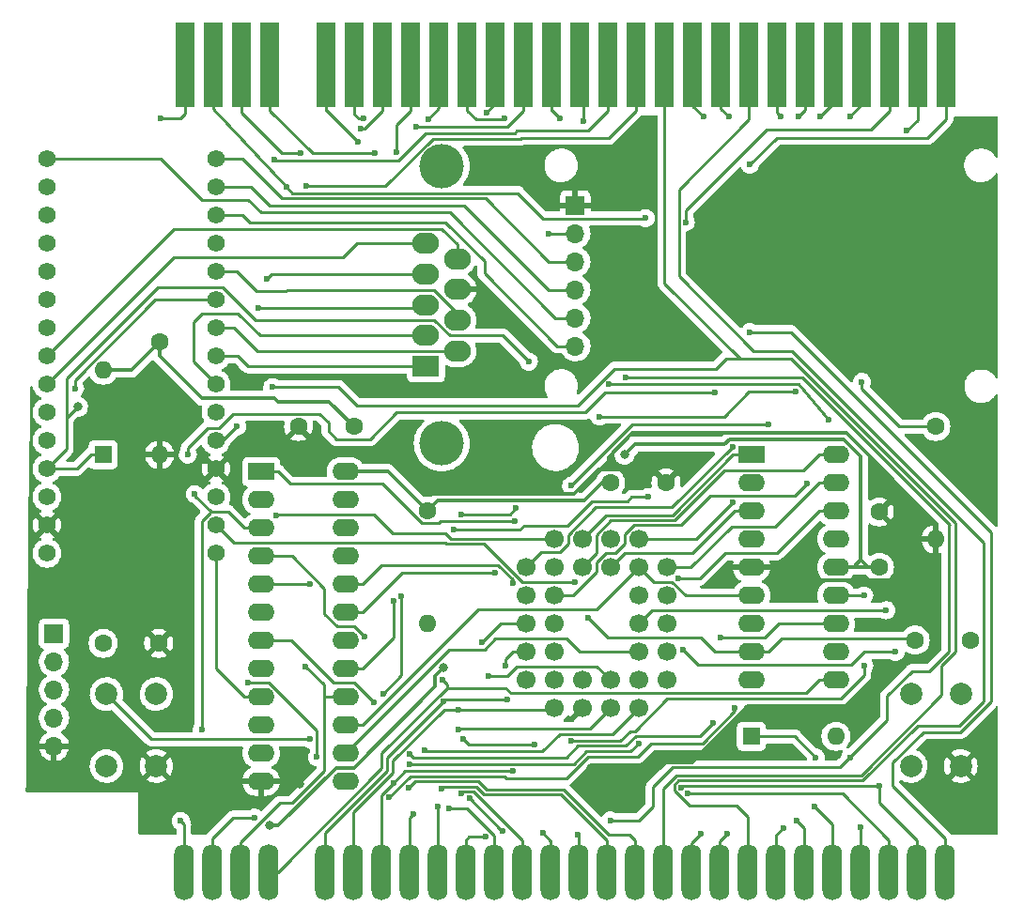
<source format=gbr>
%TF.GenerationSoftware,KiCad,Pcbnew,5.99.0-unknown-2f00a2ada~93~ubuntu20.04.1*%
%TF.CreationDate,2020-11-28T09:21:34+01:00*%
%TF.ProjectId,ZX Dandanator Mini 2.1b,5a582044-616e-4646-916e-61746f72204d,rev?*%
%TF.SameCoordinates,PX6a2f1b0PY2a6a278*%
%TF.FileFunction,Copper,L1,Top*%
%TF.FilePolarity,Positive*%
%FSLAX46Y46*%
G04 Gerber Fmt 4.6, Leading zero omitted, Abs format (unit mm)*
G04 Created by KiCad (PCBNEW 5.99.0-unknown-2f00a2ada~93~ubuntu20.04.1) date 2020-11-28 09:21:34*
%MOMM*%
%LPD*%
G01*
G04 APERTURE LIST*
%TA.AperFunction,ComponentPad*%
%ADD10C,1.600000*%
%TD*%
%TA.AperFunction,ComponentPad*%
%ADD11R,2.400000X1.600000*%
%TD*%
%TA.AperFunction,ComponentPad*%
%ADD12O,2.400000X1.600000*%
%TD*%
%TA.AperFunction,ComponentPad*%
%ADD13C,1.998980*%
%TD*%
%TA.AperFunction,ComponentPad*%
%ADD14O,1.600000X1.600000*%
%TD*%
%TA.AperFunction,ConnectorPad*%
%ADD15O,1.778000X5.080000*%
%TD*%
%TA.AperFunction,ConnectorPad*%
%ADD16R,1.778000X7.620000*%
%TD*%
%TA.AperFunction,ComponentPad*%
%ADD17C,1.699260*%
%TD*%
%TA.AperFunction,ComponentPad*%
%ADD18R,1.600000X1.600000*%
%TD*%
%TA.AperFunction,ComponentPad*%
%ADD19C,4.000000*%
%TD*%
%TA.AperFunction,ComponentPad*%
%ADD20R,2.400000X1.900000*%
%TD*%
%TA.AperFunction,ComponentPad*%
%ADD21O,2.400000X1.900000*%
%TD*%
%TA.AperFunction,ComponentPad*%
%ADD22R,1.700000X1.700000*%
%TD*%
%TA.AperFunction,ComponentPad*%
%ADD23O,1.700000X1.700000*%
%TD*%
%TA.AperFunction,ComponentPad*%
%ADD24C,1.574800*%
%TD*%
%TA.AperFunction,ViaPad*%
%ADD25C,0.800000*%
%TD*%
%TA.AperFunction,ViaPad*%
%ADD26C,0.600000*%
%TD*%
%TA.AperFunction,Conductor*%
%ADD27C,0.250000*%
%TD*%
%TA.AperFunction,Conductor*%
%ADD28C,0.350000*%
%TD*%
G04 APERTURE END LIST*
D10*
%TO.P,C1,1*%
%TO.N,+5V*%
X77560000Y-49530000D03*
%TO.P,C1,2*%
%TO.N,GND*%
X77560000Y-44530000D03*
%TD*%
%TO.P,C2,1*%
%TO.N,Net-(C2-Pad1)*%
X7620000Y-56381000D03*
%TO.P,C2,2*%
%TO.N,GND*%
X12620000Y-56381000D03*
%TD*%
%TO.P,C3,1*%
%TO.N,Mul-RX*%
X80790000Y-56095000D03*
%TO.P,C3,2*%
%TO.N,GND*%
X85790000Y-56095000D03*
%TD*%
%TO.P,C4,1*%
%TO.N,+5V*%
X53340000Y-41910000D03*
%TO.P,C4,2*%
%TO.N,GND*%
X58340000Y-41910000D03*
%TD*%
%TO.P,C5,1*%
%TO.N,+5V*%
X30226000Y-36830000D03*
%TO.P,C5,2*%
%TO.N,GND*%
X25226000Y-36830000D03*
%TD*%
D11*
%TO.P,U1,1,RA2*%
%TO.N,PA16*%
X66040000Y-39370000D03*
D12*
%TO.P,U1,2,RA3*%
%TO.N,PA17*%
X66040000Y-41910000D03*
%TO.P,U1,3,RA4*%
%TO.N,PA18*%
X66040000Y-44450000D03*
%TO.P,U1,4,RA5/MCLR*%
%TO.N,TOP28*%
X66040000Y-46990000D03*
%TO.P,U1,5,VSS*%
%TO.N,GND*%
X66040000Y-49530000D03*
%TO.P,U1,6,RB0*%
%TO.N,Rom_WR*%
X66040000Y-52070000D03*
%TO.P,U1,7,RB1*%
%TO.N,Net-(C2-Pad1)*%
X66040000Y-54610000D03*
%TO.P,U1,8,RB2*%
%TO.N,Mul-RX*%
X66040000Y-57150000D03*
%TO.P,U1,9,RB3*%
%TO.N,ROMCS48K*%
X66040000Y-59690000D03*
%TO.P,U1,10,RB4*%
%TO.N,OE1_128K*%
X73660000Y-59690000D03*
%TO.P,U1,11,RB5*%
%TO.N,VIDEO{slash}OE2_128K*%
X73660000Y-57150000D03*
%TO.P,U1,12,RB6*%
%TO.N,RESET*%
X73660000Y-54610000D03*
%TO.P,U1,13,RB7*%
%TO.N,NMI*%
X73660000Y-52070000D03*
%TO.P,U1,14,VDD*%
%TO.N,+5V*%
X73660000Y-49530000D03*
%TO.P,U1,15,RA6*%
%TO.N,PT_ROMCS*%
X73660000Y-46990000D03*
%TO.P,U1,16,RA7*%
%TO.N,EP_CE*%
X73660000Y-44450000D03*
%TO.P,U1,17,RA0*%
%TO.N,PA14*%
X73660000Y-41910000D03*
%TO.P,U1,18,RA1*%
%TO.N,PA15*%
X73660000Y-39370000D03*
%TD*%
D13*
%TO.P,SW2,1*%
%TO.N,Mul-RX*%
X80403560Y-60960000D03*
%TO.P,SW2,2*%
%TO.N,GND*%
X84904440Y-67462400D03*
%TO.P,SW2,3*%
%TO.N,N/C*%
X80403560Y-67462400D03*
%TO.P,SW2,4*%
X84904440Y-60960000D03*
%TD*%
D10*
%TO.P,R2,1*%
%TO.N,PT_ROMCS*%
X82654000Y-36830000D03*
D14*
%TO.P,R2,2*%
%TO.N,GND*%
X82654000Y-46990000D03*
%TD*%
D11*
%TO.P,U2,1,A5*%
%TO.N,A5*%
X21844000Y-40894000D03*
D12*
%TO.P,U2,2,A14*%
%TO.N,A14*%
X21844000Y-43434000D03*
%TO.P,U2,3,A15*%
%TO.N,A15*%
X21844000Y-45974000D03*
%TO.P,U2,4,/MREQ*%
%TO.N,MREQ*%
X21844000Y-48514000D03*
%TO.P,U2,5,/IOREQ*%
%TO.N,IOREQ*%
X21844000Y-51054000D03*
%TO.P,U2,6,/RD*%
%TO.N,RD*%
X21844000Y-53594000D03*
%TO.P,U2,7,/WR*%
%TO.N,WR*%
X21844000Y-56134000D03*
%TO.P,U2,8,/J_Left*%
%TO.N,J3-Left*%
X21844000Y-58674000D03*
%TO.P,U2,9,/J_Right*%
%TO.N,J4-Right*%
X21844000Y-61214000D03*
%TO.P,U2,10,/J_Up*%
%TO.N,J1-Up*%
X21844000Y-63754000D03*
%TO.P,U2,11,/J_Down*%
%TO.N,J2-Down*%
X21844000Y-66294000D03*
%TO.P,U2,12,GND*%
%TO.N,GND*%
X21844000Y-68834000D03*
%TO.P,U2,13,/J_Fire*%
%TO.N,J6-Fire*%
X29464000Y-68834000D03*
%TO.P,U2,14,/Rom_RD*%
%TO.N,Rom_RD*%
X29464000Y-66294000D03*
%TO.P,U2,15,/Rom_WR*%
%TO.N,Rom_WR*%
X29464000Y-63754000D03*
%TO.P,U2,16,D7*%
%TO.N,D7*%
X29464000Y-61214000D03*
%TO.P,U2,17,D6*%
%TO.N,D6*%
X29464000Y-58674000D03*
%TO.P,U2,18,D5*%
%TO.N,D5*%
X29464000Y-56134000D03*
%TO.P,U2,19,D4*%
%TO.N,D4*%
X29464000Y-53594000D03*
%TO.P,U2,20,D3*%
%TO.N,D3*%
X29464000Y-51054000D03*
%TO.P,U2,21,D2*%
%TO.N,D2*%
X29464000Y-48514000D03*
%TO.P,U2,22,D1*%
%TO.N,D1*%
X29464000Y-45974000D03*
%TO.P,U2,23,D0*%
%TO.N,D0*%
X29464000Y-43434000D03*
%TO.P,U2,24,VCC*%
%TO.N,+5V*%
X29464000Y-40894000D03*
%TD*%
D15*
%TO.P,J1,B1,A15*%
%TO.N,A15*%
X14907000Y-77000000D03*
%TO.P,J1,B2,A13*%
%TO.N,A13*%
X17447000Y-77000000D03*
%TO.P,J1,B3,D7*%
%TO.N,D7*%
X19987000Y-77000000D03*
%TO.P,J1,B4*%
%TO.N,OE1_128K*%
X22527000Y-77000000D03*
%TO.P,J1,B6,D0*%
%TO.N,D0*%
X27607000Y-77000000D03*
%TO.P,J1,B7,D1*%
%TO.N,D1*%
X30147000Y-77000000D03*
%TO.P,J1,B8,D2*%
%TO.N,D2*%
X32687000Y-77000000D03*
%TO.P,J1,B9,D6*%
%TO.N,D6*%
X35227000Y-77000000D03*
%TO.P,J1,B10,D5*%
%TO.N,D5*%
X37767000Y-77000000D03*
%TO.P,J1,B11,D3*%
%TO.N,D3*%
X40307000Y-77000000D03*
%TO.P,J1,B12,D4*%
%TO.N,D4*%
X42847000Y-77000000D03*
%TO.P,J1,B13,INT*%
%TO.N,INT*%
X45387000Y-77000000D03*
%TO.P,J1,B14,NMI*%
%TO.N,NMI*%
X47927000Y-77000000D03*
%TO.P,J1,B15,HALT*%
%TO.N,HALT*%
X50467000Y-77000000D03*
%TO.P,J1,B16,MREQ*%
%TO.N,MREQ*%
X53007000Y-77000000D03*
%TO.P,J1,B17,IOREQ*%
%TO.N,IOREQ*%
X55547000Y-77000000D03*
%TO.P,J1,B18,RD*%
%TO.N,RD*%
X58087000Y-77000000D03*
%TO.P,J1,B19,WR*%
%TO.N,WR*%
X60627000Y-77000000D03*
%TO.P,J1,B20,-5*%
%TO.N,-5V*%
X63167000Y-77000000D03*
%TO.P,J1,B21,WAIT*%
%TO.N,WAIT*%
X65707000Y-77000000D03*
%TO.P,J1,B22,+12*%
%TO.N,+12V*%
X68247000Y-77000000D03*
%TO.P,J1,B23,-12*%
%TO.N,-12V*%
X70787000Y-77000000D03*
%TO.P,J1,B24,M1*%
%TO.N,M1*%
X73327000Y-77000000D03*
%TO.P,J1,B25,RFSH*%
%TO.N,RFSH*%
X75867000Y-77000000D03*
%TO.P,J1,B26,A8*%
%TO.N,A8*%
X78407000Y-77000000D03*
%TO.P,J1,B27,A10*%
%TO.N,A10*%
X80947000Y-77000000D03*
%TO.P,J1,B28*%
%TO.N,TOP28*%
X83487000Y-77000000D03*
%TD*%
D16*
%TO.P,J2,B1,A15*%
%TO.N,A15*%
X15034000Y-4191000D03*
%TO.P,J2,B2,A13*%
%TO.N,A13*%
X17574000Y-4191000D03*
%TO.P,J2,B3,D7*%
%TO.N,D7*%
X20114000Y-4191000D03*
%TO.P,J2,B4*%
%TO.N,OE1_128K*%
X22654000Y-4191000D03*
%TO.P,J2,B6,D0*%
%TO.N,D0*%
X27734000Y-4191000D03*
%TO.P,J2,B7,D1*%
%TO.N,D1*%
X30274000Y-4191000D03*
%TO.P,J2,B8,D2*%
%TO.N,D2*%
X32814000Y-4191000D03*
%TO.P,J2,B9,D6*%
%TO.N,D6*%
X35354000Y-4191000D03*
%TO.P,J2,B10,D5*%
%TO.N,D5*%
X37894000Y-4191000D03*
%TO.P,J2,B11,D3*%
%TO.N,D3*%
X40434000Y-4191000D03*
%TO.P,J2,B12,D4*%
%TO.N,D4*%
X42974000Y-4191000D03*
%TO.P,J2,B13,INT*%
%TO.N,INT*%
X45514000Y-4191000D03*
%TO.P,J2,B14,NMI*%
%TO.N,NMI*%
X48054000Y-4191000D03*
%TO.P,J2,B15,HALT*%
%TO.N,HALT*%
X50594000Y-4191000D03*
%TO.P,J2,B16,MREQ*%
%TO.N,MREQ*%
X53134000Y-4191000D03*
%TO.P,J2,B17,IOREQ*%
%TO.N,IOREQ*%
X55674000Y-4191000D03*
%TO.P,J2,B18,RD*%
%TO.N,RD*%
X58214000Y-4191000D03*
%TO.P,J2,B19,WR*%
%TO.N,WR*%
X60754000Y-4191000D03*
%TO.P,J2,B20,-5*%
%TO.N,-5V*%
X63294000Y-4191000D03*
%TO.P,J2,B21,WAIT*%
%TO.N,WAIT*%
X65834000Y-4191000D03*
%TO.P,J2,B22,+12*%
%TO.N,+12V*%
X68374000Y-4191000D03*
%TO.P,J2,B23,-12*%
%TO.N,-12V*%
X70914000Y-4191000D03*
%TO.P,J2,B24,M1*%
%TO.N,M1*%
X73454000Y-4191000D03*
%TO.P,J2,B25,RFSH*%
%TO.N,RFSH*%
X75994000Y-4191000D03*
%TO.P,J2,B26,A8*%
%TO.N,A8*%
X78534000Y-4191000D03*
%TO.P,J2,B27,A10*%
%TO.N,A10*%
X81074000Y-4191000D03*
%TO.P,J2,B28*%
%TO.N,TOP28*%
X83614000Y-4191000D03*
%TD*%
D10*
%TO.P,R1,1*%
%TO.N,+5V*%
X36830000Y-44450000D03*
D14*
%TO.P,R1,2*%
%TO.N,EP_CE*%
X36830000Y-54610000D03*
%TD*%
D13*
%TO.P,SW1,1*%
%TO.N,Net-(C2-Pad1)*%
X7909560Y-60960000D03*
%TO.P,SW1,2*%
%TO.N,GND*%
X12410440Y-67462400D03*
%TO.P,SW1,3*%
%TO.N,N/C*%
X7909560Y-67462400D03*
%TO.P,SW1,4*%
X12410440Y-60960000D03*
%TD*%
D17*
%TO.P,U3,1,A18*%
%TO.N,PA18*%
X53340000Y-49530000D03*
%TO.P,U3,2,A16*%
%TO.N,PA16*%
X50800000Y-46990000D03*
%TO.P,U3,3,A15*%
%TO.N,PA15*%
X50800000Y-49530000D03*
%TO.P,U3,4,A12*%
%TO.N,A12*%
X48260000Y-46990000D03*
%TO.P,U3,5,A7*%
%TO.N,A7*%
X45720000Y-49530000D03*
%TO.P,U3,6,A6*%
%TO.N,A6*%
X48260000Y-49530000D03*
%TO.P,U3,7,A5*%
%TO.N,A5*%
X45720000Y-52070000D03*
%TO.P,U3,8,A4*%
%TO.N,A4*%
X48260000Y-52070000D03*
%TO.P,U3,9,A3*%
%TO.N,A3*%
X45720000Y-54610000D03*
%TO.P,U3,10,A2*%
%TO.N,A2*%
X48260000Y-54610000D03*
%TO.P,U3,11,A1*%
%TO.N,A1*%
X45720000Y-57150000D03*
%TO.P,U3,12,A0*%
%TO.N,A0*%
X48260000Y-57150000D03*
%TO.P,U3,13,DQ0*%
%TO.N,D0*%
X45720000Y-59690000D03*
%TO.P,U3,14,DQ1*%
%TO.N,D1*%
X48260000Y-62230000D03*
%TO.P,U3,15,DQ2*%
%TO.N,D2*%
X48260000Y-59690000D03*
%TO.P,U3,16,VSS*%
%TO.N,GND*%
X50800000Y-62230000D03*
%TO.P,U3,17,DQ3*%
%TO.N,D3*%
X50800000Y-59690000D03*
%TO.P,U3,18,DQ4*%
%TO.N,D4*%
X53340000Y-62230000D03*
%TO.P,U3,19,DQ5*%
%TO.N,D5*%
X53340000Y-59690000D03*
%TO.P,U3,20,DQ6*%
%TO.N,D6*%
X55880000Y-62230000D03*
%TO.P,U3,21,DQ7*%
%TO.N,D7*%
X58420000Y-59690000D03*
%TO.P,U3,22,CE#*%
%TO.N,EP_CE*%
X55880000Y-59690000D03*
%TO.P,U3,23,A10*%
%TO.N,A10*%
X58420000Y-57150000D03*
%TO.P,U3,24,OE#*%
%TO.N,Rom_RD*%
X55880000Y-57150000D03*
%TO.P,U3,25,A11*%
%TO.N,A11*%
X58420000Y-54610000D03*
%TO.P,U3,26,A9*%
%TO.N,A9*%
X55880000Y-54610000D03*
%TO.P,U3,27,A8*%
%TO.N,A8*%
X58420000Y-52070000D03*
%TO.P,U3,28,A13*%
%TO.N,A13*%
X55880000Y-52070000D03*
%TO.P,U3,29,A14*%
%TO.N,PA14*%
X58420000Y-49530000D03*
%TO.P,U3,30,A17*%
%TO.N,PA17*%
X55880000Y-46990000D03*
%TO.P,U3,31,WE#*%
%TO.N,Rom_WR*%
X55880000Y-49530000D03*
%TO.P,U3,32,VCC*%
%TO.N,+5V*%
X53340000Y-46990000D03*
%TD*%
D18*
%TO.P,D1,1,K*%
%TO.N,ROMCS48K*%
X66040000Y-64770000D03*
D14*
%TO.P,D1,2,A*%
%TO.N,PT_ROMCS*%
X73660000Y-64770000D03*
%TD*%
D18*
%TO.P,D2,1,K*%
%TO.N,Net-(A1-Pad27)*%
X7620000Y-39370000D03*
D14*
%TO.P,D2,2,A*%
%TO.N,+5V*%
X7620000Y-31750000D03*
%TD*%
D19*
%TO.P,DB1,0*%
%TO.N,N/C*%
X38123000Y-13360000D03*
X38123000Y-38360000D03*
D20*
%TO.P,DB1,1,1*%
%TO.N,Net-(A1-Pad8)*%
X36703000Y-31400000D03*
D21*
%TO.P,DB1,2,2*%
%TO.N,Net-(A1-Pad7)*%
X36703000Y-28630000D03*
%TO.P,DB1,3,3*%
%TO.N,Net-(A1-Pad6)*%
X36703000Y-25860000D03*
%TO.P,DB1,4,4*%
%TO.N,Net-(A1-Pad5)*%
X36703000Y-23090000D03*
%TO.P,DB1,5,5*%
%TO.N,Net-(A1-Pad24)*%
X36703000Y-20320000D03*
%TO.P,DB1,6,6*%
%TO.N,Net-(A1-Pad9)*%
X39543000Y-30015000D03*
%TO.P,DB1,7,7*%
%TO.N,Net-(A1-Pad11)*%
X39543000Y-27245000D03*
%TO.P,DB1,8,8*%
%TO.N,GND*%
X39543000Y-24475000D03*
%TO.P,DB1,9,9*%
%TO.N,Net-(A1-Pad23)*%
X39543000Y-21705000D03*
%TD*%
D22*
%TO.P,J3,1,Pin_1*%
%TO.N,GND*%
X50165000Y-16891000D03*
D23*
%TO.P,J3,2,Pin_2*%
%TO.N,Net-(A1-Pad27)*%
X50165000Y-19431000D03*
%TO.P,J3,3,Pin_3*%
%TO.N,MISO*%
X50165000Y-21971000D03*
%TO.P,J3,4,Pin_4*%
%TO.N,MOSI*%
X50165000Y-24511000D03*
%TO.P,J3,5,Pin_5*%
%TO.N,SCK*%
X50165000Y-27051000D03*
%TO.P,J3,6,Pin_6*%
%TO.N,CS*%
X50165000Y-29591000D03*
%TD*%
D24*
%TO.P,A1,1,D1/RX*%
%TO.N,J4-Right*%
X17780000Y-48260000D03*
%TO.P,A1,2,D0/TX*%
%TO.N,Mul-RX*%
X17780000Y-45720000D03*
%TO.P,A1,3,RESET*%
%TO.N,Net-(A1-Pad3)*%
X17780000Y-43180000D03*
%TO.P,A1,4,GND*%
%TO.N,GND*%
X17780000Y-40640000D03*
%TO.P,A1,5,D2*%
%TO.N,Net-(A1-Pad5)*%
X17780000Y-38100000D03*
%TO.P,A1,6,D3*%
%TO.N,Net-(A1-Pad6)*%
X17780000Y-35560000D03*
%TO.P,A1,7,D4*%
%TO.N,Net-(A1-Pad7)*%
X17780000Y-33020000D03*
%TO.P,A1,8,D5*%
%TO.N,Net-(A1-Pad8)*%
X17780000Y-30480000D03*
%TO.P,A1,9,D6*%
%TO.N,Net-(A1-Pad9)*%
X17780000Y-27940000D03*
%TO.P,A1,10,D7*%
%TO.N,ArD7*%
X17780000Y-25400000D03*
%TO.P,A1,11,D8*%
%TO.N,Net-(A1-Pad11)*%
X17780000Y-22860000D03*
%TO.P,A1,12,D9*%
%TO.N,+5V*%
X17780000Y-20320000D03*
%TO.P,A1,13,D10*%
%TO.N,CS*%
X17780000Y-17780000D03*
%TO.P,A1,14,D11*%
%TO.N,MOSI*%
X17780000Y-15240000D03*
%TO.P,A1,15,D12*%
%TO.N,MISO*%
X17780000Y-12700000D03*
%TO.P,A1,16,D13*%
%TO.N,SCK*%
X2540000Y-12700000D03*
%TO.P,A1,17,3V3*%
%TO.N,N/C*%
X2540000Y-15240000D03*
%TO.P,A1,18,Aref*%
X2540000Y-17780000D03*
%TO.P,A1,19,AD0/D14*%
%TO.N,J3-Left*%
X2540000Y-20320000D03*
%TO.P,A1,20,AD1/D15*%
%TO.N,J2-Down*%
X2540000Y-22860000D03*
%TO.P,A1,21,AD2/D16*%
%TO.N,J1-Up*%
X2540000Y-25400000D03*
%TO.P,A1,22,AD3/D17*%
%TO.N,J6-Fire*%
X2540000Y-27940000D03*
%TO.P,A1,23,AD4/D18*%
%TO.N,Net-(A1-Pad23)*%
X2540000Y-30480000D03*
%TO.P,A1,24,AD5/D19*%
%TO.N,Net-(A1-Pad24)*%
X2540000Y-33020000D03*
%TO.P,A1,25,AD6*%
%TO.N,Net-(A1-Pad25)*%
X2540000Y-35560000D03*
%TO.P,A1,26,AD7*%
%TO.N,Net-(A1-Pad26)*%
X2540000Y-38100000D03*
%TO.P,A1,27,5V*%
%TO.N,Net-(A1-Pad27)*%
X2540000Y-40640000D03*
%TO.P,A1,28,RESET*%
%TO.N,N/C*%
X2540000Y-43180000D03*
%TO.P,A1,29,GND*%
%TO.N,GND*%
X2540000Y-45720000D03*
%TO.P,A1,30,Vin*%
%TO.N,N/C*%
X2540000Y-48260000D03*
%TD*%
D10*
%TO.P,R3,1*%
%TO.N,+5V*%
X12700000Y-29210000D03*
D14*
%TO.P,R3,2*%
%TO.N,GND*%
X12700000Y-39370000D03*
%TD*%
D22*
%TO.P,J4,1,Pin_1*%
%TO.N,Net-(A1-Pad26)*%
X3175000Y-55499000D03*
D23*
%TO.P,J4,2,Pin_2*%
%TO.N,Net-(A1-Pad25)*%
X3175000Y-58039000D03*
%TO.P,J4,3,Pin_3*%
%TO.N,ArD7*%
X3175000Y-60579000D03*
%TO.P,J4,4,Pin_4*%
%TO.N,Net-(A1-Pad27)*%
X3175000Y-63119000D03*
%TO.P,J4,5,Pin_5*%
%TO.N,GND*%
X3175000Y-65659000D03*
%TD*%
D25*
%TO.N,GND*%
X46355000Y-29337000D03*
D26*
%TO.N,Net-(A1-Pad27)*%
X45974000Y-30988000D03*
X47752000Y-19431000D03*
D25*
%TO.N,+5V*%
X38241100Y-58577000D03*
X54610000Y-39370000D03*
X22605300Y-72825400D03*
%TO.N,GND*%
X81280000Y-53975000D03*
D26*
X58547000Y-37465000D03*
D25*
X25313900Y-69074300D03*
D26*
X82550000Y-39370000D03*
D25*
X51585900Y-67607100D03*
D26*
X56896000Y-12446000D03*
%TO.N,Net-(C2-Pad1)*%
X33400200Y-70285700D03*
X64545600Y-62236000D03*
X26246300Y-65024000D03*
%TO.N,A11*%
X59894700Y-56987300D03*
X79035400Y-57150000D03*
%TO.N,A9*%
X78194500Y-53410100D03*
%TO.N,ROMCS48K*%
X71840400Y-66675000D03*
%TO.N,A4*%
X71016300Y-41974000D03*
%TO.N,A5*%
X52324000Y-35941000D03*
X69992200Y-33655000D03*
X44692800Y-45387600D03*
%TO.N,A6*%
X67577100Y-36626900D03*
X49784000Y-42164000D03*
%TO.N,A7*%
X64325500Y-38671400D03*
%TO.N,RESET*%
X15240000Y-39370000D03*
X62738000Y-33782000D03*
X63237900Y-55832500D03*
%TO.N,TOP28*%
X65889800Y-13231200D03*
X65889800Y-28321000D03*
%TO.N,A10*%
X80010000Y-10160000D03*
X59714300Y-69401600D03*
X77575900Y-69280900D03*
%TO.N,A8*%
X60319800Y-69950100D03*
X60123000Y-18415000D03*
%TO.N,RFSH*%
X75867000Y-72977000D03*
X74896700Y-8890000D03*
%TO.N,M1*%
X72254500Y-8890000D03*
X71755000Y-71120000D03*
%TO.N,-12V*%
X70130900Y-72390000D03*
X70271900Y-8890000D03*
%TO.N,+12V*%
X68709800Y-8893700D03*
X68891400Y-73025000D03*
%TO.N,-5V*%
X64011100Y-8890000D03*
X63881000Y-73533000D03*
%TO.N,WR*%
X61713300Y-8890000D03*
X62550900Y-63583100D03*
X61468000Y-73533000D03*
X35201300Y-66386600D03*
X32004000Y-61722000D03*
%TO.N,IOREQGE*%
X40084000Y-65023700D03*
X44831000Y-44196000D03*
X39892900Y-44738500D03*
X46487900Y-65523000D03*
%TO.N,A3*%
X41708600Y-56324000D03*
X40639900Y-70372600D03*
X43614900Y-73276300D03*
%TO.N,A1*%
X43850500Y-58420000D03*
%TO.N,CLOCK*%
X34486200Y-52142100D03*
X32836300Y-60938300D03*
%TO.N,A12*%
X23183600Y-44872400D03*
%TO.N,RD*%
X22860000Y-33274000D03*
%TO.N,IOREQ*%
X35178800Y-69410500D03*
X26271300Y-51054000D03*
X25917100Y-15161500D03*
%TO.N,MREQ*%
X23035900Y-12771100D03*
X38139000Y-69527900D03*
X31165900Y-55811900D03*
%TO.N,HALT*%
X50895400Y-9337100D03*
X50419000Y-73660000D03*
%TO.N,NMI*%
X76200000Y-58420000D03*
X48766500Y-9022900D03*
X47227000Y-73512700D03*
X53213000Y-33020000D03*
X76200000Y-52070000D03*
X73025000Y-36195000D03*
X49814500Y-65192300D03*
%TO.N,INT*%
X39927300Y-69923400D03*
X35787600Y-9799500D03*
%TO.N,D4*%
X42164500Y-8518600D03*
X42967200Y-50006600D03*
X38801400Y-71259300D03*
X39633700Y-64185200D03*
%TO.N,D3*%
X42073500Y-73850900D03*
X43793600Y-9084300D03*
X44504000Y-50969200D03*
%TO.N,D5*%
X37767000Y-71120000D03*
X42316900Y-59309000D03*
X36887700Y-9104800D03*
%TO.N,D6*%
X33778200Y-52583800D03*
X35560000Y-71755000D03*
X34080000Y-12097800D03*
X36613000Y-66057000D03*
%TO.N,D2*%
X44563900Y-67926000D03*
X30860400Y-9982400D03*
X33797600Y-68963600D03*
%TO.N,D1*%
X39633700Y-62342800D03*
X31078400Y-9053800D03*
%TO.N,D0*%
X44057200Y-61466800D03*
X38311400Y-61622600D03*
X30610300Y-11153600D03*
%TO.N,OE1_128K*%
X38191800Y-59694000D03*
X32091200Y-12208400D03*
%TO.N,D7*%
X25378500Y-12181600D03*
X25851400Y-58488500D03*
X55856800Y-65394500D03*
X35256100Y-67262400D03*
%TO.N,A13*%
X21273700Y-72110000D03*
X56515000Y-18034000D03*
X24130000Y-15240000D03*
%TO.N,A15*%
X15875000Y-42926000D03*
X16510000Y-64135000D03*
X12827000Y-9017000D03*
X14605000Y-72390000D03*
%TO.N,EP_CE*%
X39245800Y-46130600D03*
X56769000Y-43180000D03*
X59473300Y-50559000D03*
%TO.N,PA17*%
X64325400Y-43714100D03*
%TO.N,PT_ROMCS*%
X75994000Y-32814000D03*
%TO.N,J6-Fire*%
X26873800Y-66642600D03*
X20661300Y-59926700D03*
%TO.N,Net-(A1-Pad6)*%
X21590000Y-26145200D03*
%TO.N,Net-(A1-Pad5)*%
X19685000Y-36830000D03*
X22385200Y-23495000D03*
%TO.N,Mul-RX*%
X50096900Y-50876700D03*
X51308000Y-54102000D03*
%TO.N,VIDEO{slash}OE2_128K*%
X74930000Y-66675000D03*
X54737000Y-32385000D03*
X53340000Y-72364900D03*
%TO.N,ArD7*%
X5080000Y-33401000D03*
D25*
%TO.N,Net-(A1-Pad27)*%
X5334000Y-35052000D03*
%TD*%
D27*
%TO.N,CS*%
X50165000Y-29591000D02*
X48514000Y-29591000D01*
X38483500Y-18417500D02*
X41973500Y-21907500D01*
X48514000Y-29591000D02*
X41973500Y-23050500D01*
X41973500Y-23050500D02*
X41973500Y-21907500D01*
D28*
%TO.N,GND*%
X46355000Y-29337000D02*
X41493000Y-24475000D01*
X41493000Y-24475000D02*
X39543000Y-24475000D01*
D27*
%TO.N,Net-(A1-Pad27)*%
X40077000Y-28630000D02*
X38834500Y-28630000D01*
X40077000Y-28630000D02*
X43616000Y-28630000D01*
X43616000Y-28630000D02*
X45974000Y-30988000D01*
X4318000Y-32512000D02*
X4318000Y-36068000D01*
X38834500Y-28630000D02*
X37421000Y-27216500D01*
X37421000Y-27216500D02*
X21309600Y-27216500D01*
X21309600Y-27216500D02*
X18369900Y-24276800D01*
X18369900Y-24276800D02*
X12553200Y-24276800D01*
X12553200Y-24276800D02*
X4318000Y-32512000D01*
%TO.N,CS*%
X35435500Y-18417500D02*
X38483500Y-18417500D01*
X20830500Y-18417500D02*
X35435500Y-18417500D01*
%TO.N,SCK*%
X21835000Y-17517000D02*
X36948000Y-17517000D01*
X50165000Y-27051000D02*
X48387000Y-27051000D01*
X36948000Y-17517000D02*
X38853000Y-17517000D01*
X38853000Y-17517000D02*
X48387000Y-27051000D01*
%TO.N,MOSI*%
X50165000Y-24511000D02*
X47752000Y-24511000D01*
X40132000Y-16891000D02*
X38989000Y-16891000D01*
X22606000Y-16891000D02*
X38989000Y-16891000D01*
X47752000Y-24511000D02*
X40132000Y-16891000D01*
%TO.N,MISO*%
X50165000Y-21971000D02*
X47752000Y-21971000D01*
X23730100Y-16237100D02*
X42055900Y-16237100D01*
X47752000Y-21971000D02*
X42055900Y-16274900D01*
X42055900Y-16274900D02*
X42055900Y-16237100D01*
%TO.N,Net-(A1-Pad27)*%
X50165000Y-19431000D02*
X47752000Y-19431000D01*
D28*
%TO.N,+5V*%
X55528000Y-38452000D02*
X55597000Y-38452000D01*
X33274000Y-40894000D02*
X36830000Y-44450000D01*
X16479000Y-34259000D02*
X12700000Y-30480000D01*
X37759001Y-43520999D02*
X36830000Y-44450000D01*
X75897600Y-48867700D02*
X75235300Y-49530000D01*
X75897600Y-39521200D02*
X75897600Y-48867700D01*
X29464000Y-40894000D02*
X33274000Y-40894000D01*
X12700000Y-30480000D02*
X12700000Y-29210000D01*
X23367900Y-34574000D02*
X27970000Y-34574000D01*
X55597000Y-38452000D02*
X63589700Y-38452000D01*
X28605700Y-67625400D02*
X30194900Y-67625400D01*
X7620000Y-31750000D02*
X10160000Y-31750000D01*
X73660000Y-49530000D02*
X77560000Y-49530000D01*
X75897600Y-48867700D02*
X76559900Y-49530000D01*
X37516500Y-60303800D02*
X37516500Y-59301600D01*
X30194900Y-67625400D02*
X37516500Y-60303800D01*
X23367900Y-34574000D02*
X23052900Y-34259000D01*
X50967001Y-43520999D02*
X37759001Y-43520999D01*
X52578000Y-41910000D02*
X50967001Y-43520999D01*
X63589700Y-38452000D02*
X64064400Y-37977300D01*
X37516500Y-59301600D02*
X38241100Y-58577000D01*
X23405700Y-72825400D02*
X28605700Y-67625400D01*
X74353700Y-37977300D02*
X75897600Y-39521200D01*
X54610000Y-39370000D02*
X55528000Y-38452000D01*
X22605300Y-72825400D02*
X23405700Y-72825400D01*
X23052900Y-34259000D02*
X16479000Y-34259000D01*
X10160000Y-31750000D02*
X12700000Y-29210000D01*
X64064400Y-37977300D02*
X74353700Y-37977300D01*
X27970000Y-34574000D02*
X30226000Y-36830000D01*
X53340000Y-41910000D02*
X52578000Y-41910000D01*
%TO.N,GND*%
X25226000Y-36830000D02*
X23638500Y-38417500D01*
X10120000Y-45720000D02*
X10120000Y-43125300D01*
X81559999Y-57825001D02*
X79969999Y-57825001D01*
X17145000Y-40005000D02*
X16510000Y-40005000D01*
X68805800Y-50720500D02*
X67615300Y-49530000D01*
X10120000Y-43125300D02*
X12700000Y-40545300D01*
X53149200Y-40699600D02*
X57129600Y-40699600D01*
X76914500Y-50720500D02*
X81359500Y-50720500D01*
X10120000Y-47030000D02*
X10120000Y-50760000D01*
X33120400Y-39269600D02*
X32585800Y-38735000D01*
X13782040Y-68834000D02*
X25073600Y-68834000D01*
X58358000Y-67086000D02*
X57836900Y-67607100D01*
X23638500Y-38417500D02*
X22669500Y-38417500D01*
X76914500Y-50720500D02*
X68805800Y-50720500D01*
X79380000Y-46350000D02*
X77560000Y-44530000D01*
X55334400Y-37426900D02*
X74638100Y-37426900D01*
X13782040Y-68834000D02*
X12410440Y-67462400D01*
X52264400Y-40699600D02*
X52070000Y-40894000D01*
X12566000Y-56381000D02*
X10120000Y-53935000D01*
X78740000Y-43350000D02*
X78740000Y-41528800D01*
X57836900Y-67607100D02*
X51585900Y-67607100D01*
X25073600Y-68834000D02*
X25313900Y-69074300D01*
X81280000Y-53975000D02*
X82392500Y-55087500D01*
X10120000Y-53935000D02*
X10120000Y-50760000D01*
X52070000Y-40894000D02*
X50038000Y-42926000D01*
X77343100Y-40131900D02*
X78740000Y-41528800D01*
X15145300Y-40640000D02*
X15875000Y-40640000D01*
X75745300Y-62049700D02*
X79969999Y-57825001D01*
X72844700Y-62049700D02*
X75745300Y-62049700D01*
X17780000Y-40640000D02*
X17145000Y-40005000D01*
X17780000Y-40640000D02*
X20002500Y-38417500D01*
X65714800Y-62049700D02*
X60678500Y-67086000D01*
X12700000Y-56461000D02*
X12620000Y-56381000D01*
X74638100Y-37426900D02*
X77343100Y-40131900D01*
X33120400Y-39269600D02*
X34136400Y-40285600D01*
X82654000Y-46990000D02*
X82654000Y-49426000D01*
X72844700Y-62049700D02*
X65714800Y-62049700D01*
X16510000Y-40005000D02*
X15875000Y-40640000D01*
X60678500Y-67086000D02*
X58358000Y-67086000D01*
X57129600Y-40699600D02*
X58340000Y-41910000D01*
X2540000Y-45720000D02*
X3850000Y-47030000D01*
X80020000Y-46990000D02*
X79380000Y-46350000D01*
X66040000Y-49530000D02*
X67615300Y-49530000D01*
X53149200Y-40699600D02*
X52264400Y-40699600D01*
X13875300Y-39370000D02*
X15145300Y-40640000D01*
X81359500Y-50720500D02*
X81359500Y-53999100D01*
X12700000Y-39370000D02*
X12700000Y-40545300D01*
X50038000Y-42926000D02*
X36776800Y-42926000D01*
X80020000Y-46990000D02*
X82654000Y-46990000D01*
X27131000Y-38735000D02*
X25226000Y-36830000D01*
X3850000Y-47030000D02*
X10120000Y-47030000D01*
X53149200Y-39612100D02*
X55334400Y-37426900D01*
X22669500Y-38417500D02*
X20002500Y-38417500D01*
X82392500Y-56992500D02*
X82392500Y-56357500D01*
X12700000Y-39370000D02*
X13875300Y-39370000D01*
X82392500Y-56992500D02*
X81559999Y-57825001D01*
X35025400Y-41174600D02*
X34136400Y-40285600D01*
X77560000Y-44530000D02*
X78740000Y-43350000D01*
X82392500Y-56357500D02*
X82392500Y-55032100D01*
X82654000Y-49426000D02*
X81359500Y-50720500D01*
X10120000Y-45720000D02*
X10120000Y-47030000D01*
X27131000Y-38735000D02*
X32585800Y-38735000D01*
X36776800Y-42926000D02*
X35025400Y-41174600D01*
X53149200Y-40699600D02*
X53149200Y-39612100D01*
D27*
%TO.N,Net-(C2-Pad1)*%
X61595000Y-65405000D02*
X61613850Y-65423850D01*
X56971600Y-65405000D02*
X61595000Y-65405000D01*
X51317500Y-66585800D02*
X49349700Y-68553600D01*
X43947400Y-68553600D02*
X43790200Y-68396400D01*
X26246300Y-65024000D02*
X11973560Y-65024000D01*
X55790800Y-66585800D02*
X56971600Y-65405000D01*
X35289500Y-68396400D02*
X33400200Y-70285700D01*
X64545600Y-62492100D02*
X61613850Y-65423850D01*
X55790800Y-66585800D02*
X51317500Y-66585800D01*
X49349700Y-68553600D02*
X43947400Y-68553600D01*
X64545600Y-62236000D02*
X64545600Y-62492100D01*
X43790200Y-68396400D02*
X35289500Y-68396400D01*
X11973560Y-65024000D02*
X7909560Y-60960000D01*
%TO.N,MISO*%
X20193000Y-12700000D02*
X23730100Y-16237100D01*
X17780000Y-12700000D02*
X20193000Y-12700000D01*
%TO.N,A11*%
X61234900Y-58327500D02*
X59894700Y-56987300D01*
X76200000Y-57150000D02*
X75022500Y-58327500D01*
X79035400Y-57150000D02*
X76200000Y-57150000D01*
X75022500Y-58327500D02*
X61234900Y-58327500D01*
%TO.N,A9*%
X57079900Y-53410100D02*
X78194500Y-53410100D01*
X55880000Y-54610000D02*
X57079900Y-53410100D01*
%TO.N,ROMCS48K*%
X71840400Y-66675000D02*
X69935400Y-64770000D01*
X69935400Y-64770000D02*
X66040000Y-64770000D01*
%TO.N,A4*%
X71016300Y-41974000D02*
X69901500Y-43088800D01*
X62340800Y-43088800D02*
X59688000Y-45741600D01*
X52070000Y-49120800D02*
X52070000Y-49941000D01*
X52930800Y-48260000D02*
X52070000Y-49120800D01*
X49941000Y-52070000D02*
X48260000Y-52070000D01*
X69901500Y-43088800D02*
X62340800Y-43088800D01*
X59688000Y-45741600D02*
X55461000Y-45741600D01*
X52070000Y-49941000D02*
X49941000Y-52070000D01*
X54610000Y-47399200D02*
X53749200Y-48260000D01*
X53749200Y-48260000D02*
X52930800Y-48260000D01*
X54610000Y-46592600D02*
X54610000Y-47399200D01*
X55461000Y-45741600D02*
X54610000Y-46592600D01*
%TO.N,A5*%
X38007700Y-45387600D02*
X44692800Y-45387600D01*
X24494600Y-42019300D02*
X32798100Y-42019300D01*
X23369300Y-40894000D02*
X24494600Y-42019300D01*
X32798100Y-42019300D02*
X36356800Y-45578000D01*
X36356800Y-45578000D02*
X37817300Y-45578000D01*
X37817300Y-45578000D02*
X38007700Y-45387600D01*
X21844000Y-40894000D02*
X23369300Y-40894000D01*
X65883700Y-33655000D02*
X65834850Y-33703850D01*
X69992200Y-33655000D02*
X65883700Y-33655000D01*
X52324000Y-35941000D02*
X63597700Y-35941000D01*
X63597700Y-35941000D02*
X65834850Y-33703850D01*
%TO.N,A6*%
X67577100Y-36626900D02*
X55321100Y-36626900D01*
X49784000Y-42164000D02*
X55321100Y-36626900D01*
%TO.N,A7*%
X48785900Y-48165000D02*
X49530000Y-47420900D01*
X49530000Y-47420900D02*
X49530000Y-46597100D01*
X52000200Y-44126900D02*
X58870000Y-44126900D01*
X47085000Y-48165000D02*
X48785900Y-48165000D01*
X45720000Y-49530000D02*
X47085000Y-48165000D01*
X49530000Y-46597100D02*
X52000200Y-44126900D01*
X64325500Y-38671400D02*
X58870000Y-44126900D01*
%TO.N,RESET*%
X19350100Y-35684600D02*
X18047500Y-36987200D01*
X15240000Y-38735000D02*
X15240000Y-39370000D01*
X67254600Y-55832500D02*
X63237900Y-55832500D01*
X16987800Y-36987200D02*
X15240000Y-38735000D01*
X27920000Y-36481700D02*
X27122900Y-35684600D01*
X27122900Y-35684600D02*
X19350100Y-35684600D01*
X52832000Y-33782000D02*
X62738000Y-33782000D01*
X31634700Y-37984700D02*
X34059400Y-35560000D01*
X28650700Y-37984700D02*
X31634700Y-37984700D01*
X51054000Y-35560000D02*
X34059400Y-35560000D01*
X68477100Y-54610000D02*
X67254600Y-55832500D01*
X52832000Y-33782000D02*
X51054000Y-35560000D01*
X18047500Y-36987200D02*
X16987800Y-36987200D01*
X73660000Y-54610000D02*
X68477100Y-54610000D01*
X27920000Y-37254000D02*
X27920000Y-36481700D01*
X28650700Y-37984700D02*
X27920000Y-37254000D01*
%TO.N,TOP28*%
X69596000Y-28321000D02*
X87630000Y-46355000D01*
X87630000Y-46355000D02*
X87630000Y-61595000D01*
X81525356Y-64380356D02*
X78740000Y-67165712D01*
X84844644Y-64380356D02*
X81525356Y-64380356D01*
X78740000Y-67165712D02*
X78740000Y-69215000D01*
X68326000Y-10795000D02*
X81915000Y-10795000D01*
X83487000Y-73962000D02*
X83487000Y-77000000D01*
X83614000Y-9096000D02*
X81915000Y-10795000D01*
X83614000Y-4191000D02*
X83614000Y-9096000D01*
X78740000Y-69215000D02*
X83487000Y-73962000D01*
X68326000Y-10795000D02*
X65889800Y-13231200D01*
X65889800Y-28321000D02*
X69596000Y-28321000D01*
X87630000Y-61595000D02*
X84844644Y-64380356D01*
%TO.N,A10*%
X80947000Y-74134700D02*
X77575900Y-70763600D01*
X77575900Y-70763600D02*
X77575900Y-69280900D01*
X80010000Y-10160000D02*
X81074000Y-9217200D01*
X80947000Y-77000000D02*
X80947000Y-74134700D01*
X59835000Y-69280900D02*
X77575900Y-69280900D01*
X59714300Y-69401600D02*
X59835000Y-69280900D01*
X81074000Y-9217200D02*
X81074000Y-4191000D01*
%TO.N,A8*%
X78407000Y-77000000D02*
X78407000Y-74134700D01*
X76767650Y-10092650D02*
X78534000Y-8326300D01*
X60123000Y-17347000D02*
X67377350Y-10092650D01*
X67377350Y-10092650D02*
X76767650Y-10092650D01*
X60319800Y-69950200D02*
X60319800Y-69950100D01*
X60123000Y-18415000D02*
X60123000Y-17347000D01*
X74222500Y-69950200D02*
X60319800Y-69950200D01*
X78534000Y-8326300D02*
X78534000Y-4191000D01*
X78407000Y-74134700D02*
X74222500Y-69950200D01*
%TO.N,RFSH*%
X75994000Y-7792700D02*
X74896700Y-8890000D01*
X75867000Y-77000000D02*
X75867000Y-73581000D01*
X75867000Y-77000000D02*
X75867000Y-72977000D01*
%TO.N,M1*%
X73454000Y-7690500D02*
X72254500Y-8890000D01*
X73327000Y-77000000D02*
X73327000Y-72692000D01*
X73327000Y-72692000D02*
X71755000Y-71120000D01*
%TO.N,-12V*%
X70787000Y-73046100D02*
X70130900Y-72390000D01*
X70914000Y-4191000D02*
X70914000Y-8247900D01*
X70787000Y-73046100D02*
X70787000Y-77000000D01*
X70914000Y-8247900D02*
X70271900Y-8890000D01*
%TO.N,+12V*%
X68374000Y-4191000D02*
X68374000Y-8557900D01*
X68247000Y-77000000D02*
X68247000Y-73669400D01*
X68374000Y-8557900D02*
X68709800Y-8893700D01*
X68247000Y-73669400D02*
X68891400Y-73025000D01*
%TO.N,WAIT*%
X65707000Y-72057000D02*
X64668950Y-71018950D01*
X59456300Y-68775000D02*
X59068000Y-69163300D01*
X69668350Y-30026650D02*
X86995000Y-47353300D01*
X59488700Y-15441300D02*
X65834000Y-9096000D01*
X64668950Y-71018950D02*
X60426050Y-71018950D01*
X66221650Y-30026650D02*
X69668350Y-30026650D01*
X59488700Y-23293700D02*
X66221650Y-30026650D01*
X65707000Y-77000000D02*
X65707000Y-72057000D01*
X86995000Y-61593590D02*
X84736990Y-63851600D01*
X59488700Y-15441300D02*
X59488700Y-23293700D01*
X76073200Y-68775000D02*
X80996600Y-63851600D01*
X86995000Y-61593590D02*
X86995000Y-47353300D01*
X59456300Y-68775000D02*
X76073200Y-68775000D01*
X59068000Y-69163300D02*
X59068000Y-69660900D01*
X84736990Y-63851600D02*
X80996600Y-63851600D01*
X59068000Y-69660900D02*
X60426050Y-71018950D01*
X65834000Y-4191000D02*
X65834000Y-9096000D01*
%TO.N,-5V*%
X63294000Y-4191000D02*
X63294000Y-8172900D01*
X63167000Y-74247000D02*
X63881000Y-73533000D01*
X63167000Y-77000000D02*
X63167000Y-74247000D01*
X63294000Y-8172900D02*
X64011100Y-8890000D01*
%TO.N,WR*%
X35588100Y-66710000D02*
X35264700Y-66386600D01*
X50399500Y-65642700D02*
X49332200Y-66710000D01*
X30226000Y-59944000D02*
X28360400Y-59944000D01*
X62550900Y-63583100D02*
X61364800Y-64769200D01*
X35264700Y-66386600D02*
X35201300Y-66386600D01*
X28360400Y-59944000D02*
X24550400Y-56134000D01*
X61364800Y-64769200D02*
X55597800Y-64769200D01*
X60627000Y-77000000D02*
X60627000Y-74374000D01*
X21844000Y-56134000D02*
X24550400Y-56134000D01*
X60754000Y-4191000D02*
X60754000Y-7930700D01*
X54724300Y-65642700D02*
X50399500Y-65642700D01*
X60627000Y-74374000D02*
X61468000Y-73533000D01*
X60754000Y-7930700D02*
X61713300Y-8890000D01*
X30226000Y-59944000D02*
X32004000Y-61722000D01*
X49332200Y-66710000D02*
X35588100Y-66710000D01*
X55597800Y-64769200D02*
X54724300Y-65642700D01*
%TO.N,SCK*%
X21835000Y-17517000D02*
X20701000Y-16383000D01*
X2540000Y-12700000D02*
X12827000Y-12700000D01*
X12827000Y-12700000D02*
X16510000Y-16383000D01*
X20701000Y-16383000D02*
X16510000Y-16383000D01*
%TO.N,IOREQGE*%
X40583300Y-65523000D02*
X40084000Y-65023700D01*
X39892900Y-44738500D02*
X44288500Y-44738500D01*
X44288500Y-44738500D02*
X44831000Y-44196000D01*
X46487900Y-65523000D02*
X40583300Y-65523000D01*
%TO.N,A3*%
X43422600Y-54610000D02*
X41708600Y-56324000D01*
X45720000Y-54610000D02*
X43422600Y-54610000D01*
X40639900Y-70372600D02*
X43543600Y-73276300D01*
X43543600Y-73276300D02*
X43614900Y-73276300D01*
%TO.N,A1*%
X43850500Y-57838400D02*
X44538900Y-57150000D01*
X43850500Y-58420000D02*
X43850500Y-57838400D01*
X44538900Y-57150000D02*
X45720000Y-57150000D01*
%TO.N,CLOCK*%
X34486200Y-59288400D02*
X32836300Y-60938300D01*
X34486200Y-52142100D02*
X34486200Y-59288400D01*
%TO.N,A12*%
X38469500Y-46497900D02*
X33727100Y-46497900D01*
X23267800Y-44788200D02*
X23183600Y-44872400D01*
X32017400Y-44788200D02*
X23267800Y-44788200D01*
X48260000Y-46990000D02*
X38961600Y-46990000D01*
X38961600Y-46990000D02*
X38469500Y-46497900D01*
X33727100Y-46497900D02*
X32017400Y-44788200D01*
%TO.N,RD*%
X58087000Y-77000000D02*
X58087000Y-74134700D01*
X53684998Y-31623000D02*
X62865000Y-31623000D01*
X58214000Y-4191000D02*
X58214000Y-23924000D01*
X58087100Y-74134700D02*
X58087000Y-74134700D01*
X69625250Y-30704750D02*
X84459005Y-45538505D01*
X83185000Y-58428010D02*
X84459005Y-57154005D01*
X58087100Y-69488100D02*
X58087100Y-74134700D01*
X50382998Y-34925000D02*
X53684998Y-31623000D01*
X63736800Y-30751200D02*
X65041200Y-30751200D01*
X22860000Y-33274000D02*
X28829000Y-33274000D01*
X59288000Y-68287200D02*
X58087100Y-69488100D01*
X69625250Y-30704750D02*
X69578800Y-30751200D01*
X59288000Y-68287200D02*
X75924590Y-68287200D01*
X58214000Y-23924000D02*
X65041200Y-30751200D01*
X84459005Y-57154005D02*
X84459005Y-45538505D01*
X62865000Y-31623000D02*
X63736800Y-30751200D01*
X75924590Y-68287200D02*
X83185000Y-61026790D01*
X83185000Y-61026790D02*
X83185000Y-58428010D01*
X69578800Y-30751200D02*
X65041200Y-30751200D01*
X28829000Y-33274000D02*
X30480000Y-34925000D01*
X30480000Y-34925000D02*
X50382998Y-34925000D01*
%TO.N,IOREQ*%
X37304500Y-10890000D02*
X33033000Y-15161500D01*
X53205300Y-10795000D02*
X55674000Y-8326300D01*
X55547000Y-74134700D02*
X55072300Y-73660000D01*
X21844000Y-51054000D02*
X26271300Y-51054000D01*
X45180000Y-10890000D02*
X37304500Y-10890000D01*
X49089500Y-69574900D02*
X42136800Y-69574900D01*
X33033000Y-15161500D02*
X25917100Y-15161500D01*
X55072300Y-73660000D02*
X53174600Y-73660000D01*
X45275000Y-10795000D02*
X53205300Y-10795000D01*
X55547000Y-77000000D02*
X55547000Y-74134700D01*
X55674000Y-4191000D02*
X55674000Y-8326300D01*
X49089500Y-69574900D02*
X53174600Y-73660000D01*
X41408600Y-68846700D02*
X35742600Y-68846700D01*
X35742600Y-68846700D02*
X35178800Y-69410500D01*
X42136800Y-69574900D02*
X41408600Y-68846700D01*
X45180000Y-10890000D02*
X45275000Y-10795000D01*
%TO.N,MREQ*%
X30218000Y-54864000D02*
X31165900Y-55811900D01*
X53134000Y-4191000D02*
X53134000Y-8326300D01*
X51367650Y-10092650D02*
X53134000Y-8326300D01*
X24638500Y-48514000D02*
X27565700Y-51441200D01*
X48897500Y-70025200D02*
X41950200Y-70025200D01*
X53007000Y-74134700D02*
X48897500Y-70025200D01*
X51367650Y-10092650D02*
X51300300Y-10160000D01*
X28693800Y-54864000D02*
X30218000Y-54864000D01*
X41222000Y-69297000D02*
X38369900Y-69297000D01*
X21844000Y-48514000D02*
X24638500Y-48514000D01*
X44900200Y-10160000D02*
X44675100Y-10385100D01*
X27565700Y-51441200D02*
X27565700Y-53735900D01*
X36677100Y-10385100D02*
X44675100Y-10385100D01*
X23098500Y-12833700D02*
X34228500Y-12833700D01*
X34228500Y-12833700D02*
X36677100Y-10385100D01*
X23035900Y-12771100D02*
X23098500Y-12833700D01*
X53007000Y-77000000D02*
X53007000Y-74134700D01*
X41950200Y-70025200D02*
X41222000Y-69297000D01*
X38369900Y-69297000D02*
X38139000Y-69527900D01*
X51300300Y-10160000D02*
X44900200Y-10160000D01*
X27565700Y-53735900D02*
X28693800Y-54864000D01*
%TO.N,HALT*%
X50895400Y-4492400D02*
X50895400Y-9337100D01*
X50467000Y-77000000D02*
X50467000Y-73708000D01*
X50467000Y-73708000D02*
X50419000Y-73660000D01*
%TO.N,NMI*%
X53213000Y-33020000D02*
X70297500Y-33020000D01*
X54235100Y-65192300D02*
X49814500Y-65192300D01*
X47927000Y-77000000D02*
X47927000Y-74212700D01*
X48054000Y-8326300D02*
X48069900Y-8326300D01*
X48054000Y-4191000D02*
X48054000Y-8326300D01*
X58468700Y-61366900D02*
X74066900Y-61366900D01*
X47927000Y-74212700D02*
X47227000Y-73512700D01*
X48069900Y-8326300D02*
X48766500Y-9022900D01*
X58468700Y-61366900D02*
X55516700Y-64318900D01*
X76200000Y-59233800D02*
X76200000Y-58420000D01*
X74066900Y-61366900D02*
X76200000Y-59233800D01*
X70297500Y-33020000D02*
X73025000Y-36195000D01*
X55108500Y-64318900D02*
X54235100Y-65192300D01*
X73660000Y-52070000D02*
X76200000Y-52070000D01*
X55516700Y-64318900D02*
X55108500Y-64318900D01*
%TO.N,INT*%
X45387000Y-74134700D02*
X40999600Y-69747300D01*
X45514000Y-4191000D02*
X45514000Y-8326300D01*
X40103400Y-69747300D02*
X39927300Y-69923400D01*
X45387000Y-77000000D02*
X45387000Y-74134700D01*
X45514000Y-8326300D02*
X44040800Y-9799500D01*
X40999600Y-69747300D02*
X40103400Y-69747300D01*
X44040800Y-9799500D02*
X35787600Y-9799500D01*
%TO.N,D4*%
X38801400Y-71259300D02*
X40366300Y-71259300D01*
X42847000Y-73740000D02*
X42847000Y-77000000D01*
X51457600Y-64112400D02*
X39706500Y-64112400D01*
X42974000Y-7709100D02*
X42164500Y-8518600D01*
X29464000Y-53594000D02*
X30989300Y-53594000D01*
X34576700Y-50006600D02*
X42967200Y-50006600D01*
X30989300Y-53594000D02*
X34576700Y-50006600D01*
X53340000Y-62230000D02*
X51457600Y-64112400D01*
X40366300Y-71259300D02*
X42847000Y-73740000D01*
X39706500Y-64112400D02*
X39633700Y-64185200D01*
%TO.N,D3*%
X44504000Y-50646200D02*
X44504000Y-50969200D01*
X43222400Y-49364600D02*
X44504000Y-50646200D01*
X29464000Y-51054000D02*
X30989300Y-51054000D01*
X32678700Y-49364600D02*
X43222400Y-49364600D01*
X40307000Y-77000000D02*
X40307000Y-74134700D01*
X41258200Y-9150500D02*
X40434000Y-8326300D01*
X40590800Y-73850900D02*
X40307000Y-74134700D01*
X30989300Y-51054000D02*
X32678700Y-49364600D01*
X43727400Y-9150500D02*
X41258200Y-9150500D01*
X40434000Y-4191000D02*
X40434000Y-8326300D01*
X42073500Y-73850900D02*
X40590800Y-73850900D01*
X43793600Y-9084300D02*
X43727400Y-9150500D01*
%TO.N,D5*%
X37767000Y-71120000D02*
X37767000Y-77000000D01*
X44874700Y-58463700D02*
X52113700Y-58463700D01*
X42316900Y-59309000D02*
X44029400Y-59309000D01*
X37894000Y-4191000D02*
X37894000Y-8098500D01*
X37894000Y-8098500D02*
X36887700Y-9104800D01*
X52113700Y-58463700D02*
X53340000Y-59690000D01*
X44029400Y-59309000D02*
X44874700Y-58463700D01*
%TO.N,D6*%
X29464000Y-58674000D02*
X30989300Y-58674000D01*
X53547300Y-64562700D02*
X48783000Y-64562700D01*
X55880000Y-62230000D02*
X53547300Y-64562700D01*
X36704400Y-66148400D02*
X36613000Y-66057000D01*
X35354000Y-4191000D02*
X35354000Y-8326300D01*
X48783000Y-64562700D02*
X47197300Y-66148400D01*
X34080000Y-9600300D02*
X35354000Y-8326300D01*
X33778200Y-55885100D02*
X33778200Y-52583800D01*
X34080000Y-12097800D02*
X34080000Y-9600300D01*
X35227000Y-77000000D02*
X35227000Y-72088000D01*
X47197300Y-66148400D02*
X36704400Y-66148400D01*
X30989300Y-58674000D02*
X33778200Y-55885100D01*
X35227000Y-72088000D02*
X35560000Y-71755000D01*
%TO.N,D2*%
X32814000Y-4191000D02*
X32814000Y-8326300D01*
X32687000Y-77000000D02*
X32687000Y-70074200D01*
X32687000Y-70074200D02*
X33797600Y-68963600D01*
X34835100Y-67926100D02*
X44563900Y-67926100D01*
X31157900Y-9982400D02*
X32814000Y-8326300D01*
X44563900Y-67926100D02*
X44563900Y-67926000D01*
X33797600Y-68963600D02*
X34835100Y-67926100D01*
X30860400Y-9982400D02*
X31157900Y-9982400D01*
%TO.N,D1*%
X30147000Y-77000000D02*
X30147000Y-71599600D01*
X31078400Y-9053800D02*
X30643800Y-9053800D01*
X30274000Y-4191000D02*
X30274000Y-8080000D01*
X33682400Y-66987200D02*
X38326800Y-62342800D01*
X48147200Y-62342800D02*
X39633700Y-62342800D01*
X30147000Y-71599600D02*
X33682400Y-68064200D01*
X38326800Y-62342800D02*
X39633700Y-62342800D01*
X30643800Y-9053800D02*
X30274000Y-8684000D01*
X30274000Y-8684000D02*
X30274000Y-8080000D01*
X33682400Y-68064200D02*
X33682400Y-66987200D01*
%TO.N,D0*%
X27783000Y-8326300D02*
X27734000Y-8326300D01*
X27607000Y-77000000D02*
X27607000Y-73502700D01*
X38467200Y-61466800D02*
X38311400Y-61622600D01*
X38311400Y-61622600D02*
X33232100Y-66701900D01*
X33232100Y-67877600D02*
X27607000Y-73502700D01*
X33232100Y-66701900D02*
X33232100Y-67877600D01*
X30610300Y-11153600D02*
X27783000Y-8326300D01*
X44057200Y-61466800D02*
X38467200Y-61466800D01*
X27734000Y-4191000D02*
X27734000Y-8326300D01*
%TO.N,OE1_128K*%
X72134700Y-59690000D02*
X70956300Y-60868400D01*
X38191800Y-59694000D02*
X38616400Y-60118600D01*
X44343200Y-60868400D02*
X43883500Y-60408700D01*
X43883500Y-60408700D02*
X38616400Y-60408700D01*
X23335500Y-77000000D02*
X22527000Y-77000000D01*
X32727000Y-66298100D02*
X32727000Y-67608500D01*
X73660000Y-59690000D02*
X72134700Y-59690000D01*
X26536100Y-12208400D02*
X32091200Y-12208400D01*
X38616400Y-60408700D02*
X32727000Y-66298100D01*
X22654000Y-4191000D02*
X22654000Y-8326300D01*
X32727000Y-67608500D02*
X23335500Y-77000000D01*
X70956300Y-60868400D02*
X44343200Y-60868400D01*
X38616400Y-60118600D02*
X38616400Y-60408700D01*
X22654000Y-8326300D02*
X26536100Y-12208400D01*
%TO.N,D7*%
X55856800Y-65394500D02*
X55158200Y-66093100D01*
X27499100Y-67915000D02*
X24613000Y-70801100D01*
X24613000Y-70801100D02*
X23530300Y-70801100D01*
X55158200Y-66093100D02*
X51173300Y-66093100D01*
X27499100Y-61214000D02*
X27499100Y-67915000D01*
X19987000Y-74344400D02*
X23530300Y-70801100D01*
X51173300Y-66093100D02*
X50004000Y-67262400D01*
X20114000Y-4191000D02*
X20114000Y-8557000D01*
X23738600Y-12181600D02*
X25378500Y-12181600D01*
X29027000Y-61214000D02*
X27499100Y-61214000D01*
X50004000Y-67262400D02*
X35256100Y-67262400D01*
X20114000Y-8557000D02*
X23738600Y-12181600D01*
X27499100Y-61214000D02*
X27499100Y-60136200D01*
X19987000Y-74344400D02*
X19987000Y-77000000D01*
X27499100Y-60136200D02*
X25851400Y-58488500D01*
%TO.N,A13*%
X17447000Y-73993000D02*
X19330000Y-72110000D01*
X47276001Y-18066001D02*
X44997090Y-15787090D01*
X24677090Y-15787090D02*
X24130000Y-15240000D01*
X19330000Y-72110000D02*
X21273700Y-72110000D01*
X47276001Y-18066001D02*
X56482999Y-18066001D01*
X17447000Y-77000000D02*
X17447000Y-73993000D01*
X24130000Y-15240000D02*
X17574000Y-8213700D01*
X56515000Y-18034000D02*
X56482999Y-18066001D01*
X44997090Y-15787090D02*
X24677090Y-15787090D01*
X17574000Y-8213700D02*
X17574000Y-4191000D01*
%TO.N,A15*%
X14605000Y-9017000D02*
X15034000Y-8588000D01*
X14907000Y-72692000D02*
X14605000Y-72390000D01*
X16510000Y-45343646D02*
X16510000Y-64135000D01*
X18894600Y-44549900D02*
X20318700Y-45974000D01*
X15875000Y-42926000D02*
X15875000Y-43058600D01*
X14907000Y-77000000D02*
X14907000Y-72692000D01*
X15875000Y-43058600D02*
X17366300Y-44549900D01*
X20318700Y-45974000D02*
X21844000Y-45974000D01*
X12827000Y-9017000D02*
X14605000Y-9017000D01*
X17246047Y-44607599D02*
X16510000Y-45343646D01*
X15034000Y-8588000D02*
X15034000Y-4191000D01*
X17366300Y-44549900D02*
X18894600Y-44549900D01*
%TO.N,EP_CE*%
X56769000Y-43180000D02*
X55245000Y-43180000D01*
X54864000Y-43561000D02*
X51689000Y-43561000D01*
X59473300Y-50559000D02*
X61370700Y-50559000D01*
X73660000Y-44450000D02*
X72134700Y-44450000D01*
X61370700Y-50559000D02*
X63669700Y-48260000D01*
X55245000Y-43180000D02*
X54864000Y-43561000D01*
X45519000Y-45773000D02*
X45161400Y-46130600D01*
X68324700Y-48260000D02*
X72134700Y-44450000D01*
X63669700Y-48260000D02*
X68324700Y-48260000D01*
X51689000Y-43561000D02*
X49477000Y-45773000D01*
X49477000Y-45773000D02*
X45519000Y-45773000D01*
X45161400Y-46130600D02*
X39245800Y-46130600D01*
%TO.N,PA16*%
X64387590Y-39370000D02*
X66040000Y-39370000D01*
X58916590Y-44841000D02*
X64387590Y-39370000D01*
X52949000Y-44841000D02*
X58916590Y-44841000D01*
X50800000Y-46990000D02*
X52949000Y-44841000D01*
%TO.N,PA17*%
X61049500Y-46990000D02*
X64325400Y-43714100D01*
X55880000Y-46990000D02*
X61049500Y-46990000D01*
%TO.N,PA18*%
X66040000Y-44450000D02*
X64514700Y-44450000D01*
X60704700Y-48260000D02*
X64514700Y-44450000D01*
X53340000Y-49530000D02*
X54610000Y-48260000D01*
X54610000Y-48260000D02*
X60704700Y-48260000D01*
%TO.N,PA14*%
X58420000Y-49530000D02*
X60564700Y-49530000D01*
X64233400Y-45861300D02*
X68183400Y-45861300D01*
X60564700Y-49530000D02*
X64233400Y-45861300D01*
X68183400Y-45861300D02*
X72134700Y-41910000D01*
X73660000Y-41910000D02*
X72134700Y-41910000D01*
%TO.N,PA15*%
X52070000Y-48260000D02*
X52070000Y-46597300D01*
X70738300Y-40766400D02*
X72134700Y-39370000D01*
X53376000Y-45291300D02*
X59102700Y-45291300D01*
X59102700Y-45291300D02*
X63627600Y-40766400D01*
X63627600Y-40766400D02*
X70738300Y-40766400D01*
X73660000Y-39370000D02*
X72134700Y-39370000D01*
X52070000Y-46597300D02*
X53376000Y-45291300D01*
X50800000Y-49530000D02*
X52070000Y-48260000D01*
%TO.N,PT_ROMCS*%
X75994000Y-33449000D02*
X79375000Y-36830000D01*
X75994000Y-32814000D02*
X75994000Y-33449000D01*
X82654000Y-36830000D02*
X79375000Y-36830000D01*
%TO.N,J4-Right*%
X21844000Y-61214000D02*
X20318700Y-61214000D01*
X17780000Y-48260000D02*
X17780000Y-58675300D01*
X17780000Y-58675300D02*
X20318700Y-61214000D01*
%TO.N,J6-Fire*%
X20661300Y-59926700D02*
X22555700Y-59926700D01*
X26873800Y-64244800D02*
X26873800Y-66642600D01*
X22555700Y-59926700D02*
X26873800Y-64244800D01*
%TO.N,Rom_WR*%
X60100000Y-52070000D02*
X66040000Y-52070000D01*
X52070000Y-53340000D02*
X41403300Y-53340000D01*
X57202500Y-50852500D02*
X58882500Y-50852500D01*
X58882500Y-50852500D02*
X60100000Y-52070000D01*
X55880000Y-49530000D02*
X57202500Y-50852500D01*
X41403300Y-53340000D02*
X30989300Y-63754000D01*
X55880000Y-49530000D02*
X52070000Y-53340000D01*
X29464000Y-63754000D02*
X30989300Y-63754000D01*
%TO.N,Rom_RD*%
X29464000Y-66294000D02*
X38808700Y-56949300D01*
X38808700Y-56949300D02*
X41967700Y-56949300D01*
X50585900Y-57150000D02*
X55880000Y-57150000D01*
X41967700Y-56949300D02*
X42946600Y-55970400D01*
X49406300Y-55970400D02*
X50585900Y-57150000D01*
X42946600Y-55970400D02*
X49406300Y-55970400D01*
%TO.N,MOSI*%
X17780000Y-15240000D02*
X20955000Y-15240000D01*
X20955000Y-15240000D02*
X22606000Y-16891000D01*
%TO.N,CS*%
X20193000Y-17780000D02*
X20830500Y-18417500D01*
X17780000Y-17780000D02*
X20193000Y-17780000D01*
%TO.N,Net-(A1-Pad11)*%
X24115400Y-24613600D02*
X24161600Y-24567400D01*
X17780000Y-22860000D02*
X19685000Y-22860000D01*
X24161600Y-24567400D02*
X37463536Y-24567400D01*
X21438600Y-24613600D02*
X24115400Y-24613600D01*
X37463536Y-24567400D02*
X39543000Y-26646864D01*
X19685000Y-22860000D02*
X21438600Y-24613600D01*
%TO.N,Net-(A1-Pad9)*%
X17780000Y-27940000D02*
X19431000Y-27940000D01*
X21506000Y-30015000D02*
X39543000Y-30015000D01*
X19431000Y-27940000D02*
X21506000Y-30015000D01*
%TO.N,Net-(A1-Pad8)*%
X17780000Y-30480000D02*
X19750000Y-30480000D01*
X19750000Y-30480000D02*
X20670000Y-31400000D01*
X36703000Y-31400000D02*
X20670000Y-31400000D01*
%TO.N,Net-(A1-Pad23)*%
X13987200Y-19032800D02*
X38146100Y-19032800D01*
X38146100Y-19032800D02*
X39543000Y-20429700D01*
X2540000Y-30480000D02*
X13987200Y-19032800D01*
X39543000Y-21705000D02*
X39543000Y-20429700D01*
%TO.N,Net-(A1-Pad7)*%
X19774200Y-26670000D02*
X21734200Y-28630000D01*
X19774200Y-26670000D02*
X16510000Y-26670000D01*
X36703000Y-28630000D02*
X21734200Y-28630000D01*
X16510000Y-26670000D02*
X15748000Y-27432000D01*
X15748000Y-30988000D02*
X17780000Y-33020000D01*
X15748000Y-27432000D02*
X15748000Y-30988000D01*
%TO.N,Net-(A1-Pad24)*%
X30490600Y-20320000D02*
X29215300Y-21595300D01*
X2540000Y-33020000D02*
X13964700Y-21595300D01*
X13964700Y-21595300D02*
X29215300Y-21595300D01*
X36703000Y-20320000D02*
X30490600Y-20320000D01*
%TO.N,Net-(A1-Pad6)*%
X21590000Y-26145200D02*
X36417800Y-26145200D01*
%TO.N,Net-(A1-Pad5)*%
X22790200Y-23090000D02*
X36703000Y-23090000D01*
X22790200Y-23090000D02*
X22385200Y-23495000D01*
X19685000Y-36830000D02*
X18390600Y-38100000D01*
%TO.N,Mul-RX*%
X38511600Y-47440300D02*
X41952300Y-47440300D01*
X41952300Y-47440300D02*
X45388700Y-50876700D01*
X45388700Y-50876700D02*
X50096900Y-50876700D01*
X66040000Y-57150000D02*
X62738000Y-57150000D01*
X68743200Y-55972100D02*
X67565300Y-57150000D01*
X63464700Y-57150000D02*
X66040000Y-57150000D01*
X62738000Y-57150000D02*
X61468000Y-55880000D01*
X66802700Y-57150000D02*
X67565300Y-57150000D01*
X17780000Y-45720000D02*
X19393300Y-47333300D01*
X38404600Y-47333300D02*
X38511600Y-47440300D01*
X61468000Y-55880000D02*
X54864000Y-55880000D01*
X80667100Y-55972100D02*
X68743200Y-55972100D01*
X54864000Y-55880000D02*
X53086000Y-55880000D01*
X53086000Y-55880000D02*
X51308000Y-54102000D01*
X19393300Y-47333300D02*
X38404600Y-47333300D01*
%TO.N,VIDEO{slash}OE2_128K*%
X70597800Y-32385000D02*
X83876400Y-45663600D01*
X57150000Y-69354700D02*
X58918300Y-67586400D01*
X55905100Y-72364900D02*
X57150000Y-71120000D01*
X80496656Y-58906656D02*
X78274156Y-61129156D01*
X78274156Y-63330844D02*
X74018600Y-67586400D01*
X53340000Y-72364900D02*
X55905100Y-72364900D01*
X54737000Y-32385000D02*
X70597800Y-32385000D01*
X83820000Y-45720000D02*
X83820000Y-57156600D01*
X83876400Y-45663600D02*
X83820000Y-45720000D01*
X57150000Y-71120000D02*
X57150000Y-69354700D01*
X83820000Y-57156600D02*
X82069944Y-58906656D01*
X78274156Y-61129156D02*
X78274156Y-63330844D01*
X58918300Y-67586400D02*
X74018600Y-67586400D01*
X82069944Y-58906656D02*
X80496656Y-58906656D01*
%TO.N,ArD7*%
X5080000Y-32624998D02*
X12304998Y-25400000D01*
X12304998Y-25400000D02*
X17780000Y-25400000D01*
X5080000Y-33401000D02*
X5080000Y-32624998D01*
%TO.N,Net-(A1-Pad27)*%
X2540000Y-40640000D02*
X5224700Y-40640000D01*
X5224700Y-40640000D02*
X6494700Y-39370000D01*
X4318000Y-38862000D02*
X4318000Y-36068000D01*
X2540000Y-40640000D02*
X4318000Y-38862000D01*
X5334000Y-35052000D02*
X4318000Y-36068000D01*
X7620000Y-39370000D02*
X6494700Y-39370000D01*
%TD*%
%TA.AperFunction,Conductor*%
%TO.N,GND*%
G36*
X12110599Y-30873010D02*
G01*
X12170405Y-30919697D01*
X12177739Y-30930368D01*
X12177747Y-30930377D01*
X12182048Y-30936635D01*
X12203407Y-30955665D01*
X12226534Y-30976271D01*
X12231809Y-30981252D01*
X15974748Y-34724192D01*
X15980601Y-34730457D01*
X16016965Y-34772142D01*
X16023183Y-34776512D01*
X16067454Y-34807626D01*
X16072750Y-34811559D01*
X16121302Y-34849628D01*
X16128222Y-34852753D01*
X16132355Y-34855256D01*
X16142256Y-34860904D01*
X16146496Y-34863177D01*
X16152704Y-34867540D01*
X16159778Y-34870298D01*
X16210201Y-34889957D01*
X16216256Y-34892502D01*
X16272512Y-34917903D01*
X16279978Y-34919287D01*
X16284595Y-34920734D01*
X16295539Y-34923851D01*
X16300206Y-34925049D01*
X16307280Y-34927807D01*
X16367286Y-34935706D01*
X16368460Y-34935861D01*
X16374976Y-34936893D01*
X16411918Y-34943740D01*
X16435643Y-34948137D01*
X16443227Y-34947700D01*
X16444868Y-34947803D01*
X16511598Y-34972041D01*
X16554631Y-35028510D01*
X16560304Y-35099279D01*
X16556522Y-35112564D01*
X16555674Y-35114382D01*
X16523146Y-35235779D01*
X16504465Y-35305500D01*
X16496894Y-35333754D01*
X16477100Y-35560000D01*
X16496894Y-35786246D01*
X16498318Y-35791560D01*
X16498318Y-35791561D01*
X16546859Y-35972718D01*
X16555674Y-36005618D01*
X16557996Y-36010598D01*
X16557997Y-36010600D01*
X16649330Y-36206463D01*
X16649333Y-36206468D01*
X16651656Y-36211450D01*
X16689475Y-36265461D01*
X16712163Y-36332735D01*
X16694878Y-36401596D01*
X16660323Y-36439667D01*
X16643333Y-36452011D01*
X16633420Y-36458523D01*
X16600325Y-36478095D01*
X16600321Y-36478098D01*
X16595233Y-36481107D01*
X16594623Y-36481644D01*
X16580582Y-36495685D01*
X16565549Y-36508525D01*
X16549348Y-36520296D01*
X16526208Y-36548267D01*
X16521410Y-36554067D01*
X16513421Y-36562846D01*
X14846138Y-38230130D01*
X14838102Y-38237442D01*
X14831730Y-38241486D01*
X14826306Y-38247262D01*
X14786052Y-38290129D01*
X14783296Y-38292972D01*
X14762647Y-38313621D01*
X14760223Y-38316746D01*
X14760216Y-38316754D01*
X14759903Y-38317158D01*
X14752200Y-38326178D01*
X14721825Y-38358525D01*
X14718005Y-38365474D01*
X14718004Y-38365475D01*
X14712023Y-38376354D01*
X14701171Y-38392875D01*
X14688695Y-38408959D01*
X14685549Y-38416229D01*
X14685545Y-38416236D01*
X14671074Y-38449678D01*
X14665851Y-38460339D01*
X14648300Y-38492264D01*
X14648299Y-38492267D01*
X14644478Y-38499217D01*
X14642506Y-38506897D01*
X14639416Y-38518932D01*
X14633013Y-38537633D01*
X14628081Y-38549030D01*
X14628079Y-38549036D01*
X14624933Y-38556307D01*
X14623694Y-38564132D01*
X14623691Y-38564141D01*
X14617992Y-38600122D01*
X14615586Y-38611743D01*
X14606028Y-38648969D01*
X14606027Y-38648978D01*
X14604551Y-38654725D01*
X14604500Y-38655536D01*
X14604500Y-38675397D01*
X14602949Y-38695107D01*
X14599817Y-38714882D01*
X14600563Y-38722774D01*
X14603941Y-38758509D01*
X14604500Y-38770367D01*
X14604500Y-38822979D01*
X14584411Y-38891234D01*
X14509547Y-39007400D01*
X14507136Y-39014023D01*
X14507135Y-39014026D01*
X14449776Y-39171619D01*
X14449775Y-39171624D01*
X14447366Y-39178242D01*
X14424579Y-39358614D01*
X14442321Y-39539552D01*
X14472395Y-39629958D01*
X14497162Y-39704411D01*
X14499707Y-39712063D01*
X14522995Y-39750516D01*
X14589646Y-39860568D01*
X14593888Y-39867573D01*
X14598779Y-39872638D01*
X14598780Y-39872639D01*
X14654986Y-39930842D01*
X14720181Y-39998354D01*
X14726073Y-40002209D01*
X14726077Y-40002213D01*
X14805571Y-40054232D01*
X14872309Y-40097904D01*
X15042713Y-40161276D01*
X15049694Y-40162207D01*
X15049696Y-40162208D01*
X15215940Y-40184390D01*
X15215944Y-40184390D01*
X15222921Y-40185321D01*
X15229932Y-40184683D01*
X15229936Y-40184683D01*
X15396958Y-40169483D01*
X15396959Y-40169483D01*
X15403979Y-40168844D01*
X15447291Y-40154771D01*
X15570188Y-40114840D01*
X15570191Y-40114839D01*
X15576887Y-40112663D01*
X15674905Y-40054232D01*
X15727002Y-40023176D01*
X15733051Y-40019570D01*
X15738151Y-40014713D01*
X15738154Y-40014711D01*
X15859605Y-39899054D01*
X15859607Y-39899052D01*
X15864709Y-39894193D01*
X15965319Y-39742763D01*
X16029880Y-39572807D01*
X16055182Y-39392770D01*
X16055500Y-39370000D01*
X16035234Y-39189327D01*
X16032253Y-39180765D01*
X15996490Y-39078069D01*
X15975444Y-39017634D01*
X15974420Y-39015995D01*
X15963347Y-38947920D01*
X15991644Y-38882806D01*
X15999279Y-38874453D01*
X16356065Y-38517667D01*
X16418377Y-38483641D01*
X16489192Y-38488706D01*
X16546028Y-38531253D01*
X16559355Y-38553512D01*
X16649330Y-38746463D01*
X16649333Y-38746468D01*
X16651656Y-38751450D01*
X16654812Y-38755957D01*
X16654813Y-38755959D01*
X16774044Y-38926238D01*
X16781921Y-38937488D01*
X16942512Y-39098079D01*
X16947020Y-39101236D01*
X16947023Y-39101238D01*
X17124041Y-39225187D01*
X17128550Y-39228344D01*
X17133531Y-39230667D01*
X17133542Y-39230673D01*
X17190387Y-39257180D01*
X17243671Y-39304097D01*
X17263132Y-39372374D01*
X17242590Y-39440334D01*
X17190386Y-39485569D01*
X17134787Y-39511495D01*
X17125292Y-39516978D01*
X17075962Y-39551519D01*
X17067586Y-39561998D01*
X17074654Y-39575444D01*
X17767188Y-40267978D01*
X17781132Y-40275592D01*
X17782965Y-40275461D01*
X17789580Y-40271210D01*
X18486067Y-39574723D01*
X18492497Y-39562948D01*
X18483201Y-39550933D01*
X18434708Y-39516978D01*
X18425213Y-39511495D01*
X18369614Y-39485569D01*
X18316329Y-39438651D01*
X18296868Y-39370374D01*
X18317410Y-39302414D01*
X18369613Y-39257180D01*
X18426458Y-39230673D01*
X18426469Y-39230667D01*
X18431450Y-39228344D01*
X18435959Y-39225187D01*
X18612977Y-39101238D01*
X18612980Y-39101236D01*
X18617488Y-39098079D01*
X18778079Y-38937488D01*
X18785957Y-38926238D01*
X18905187Y-38755959D01*
X18905188Y-38755957D01*
X18908344Y-38751450D01*
X18910667Y-38746468D01*
X18910670Y-38746463D01*
X19002003Y-38550600D01*
X19002004Y-38550598D01*
X19004326Y-38545618D01*
X19010622Y-38522123D01*
X19032248Y-38441410D01*
X19052665Y-38365212D01*
X19086128Y-38307885D01*
X19485477Y-37916064D01*
X24504490Y-37916064D01*
X24513784Y-37928078D01*
X24564992Y-37963934D01*
X24574487Y-37969417D01*
X24771943Y-38061491D01*
X24782239Y-38065239D01*
X24992690Y-38121630D01*
X25003477Y-38123532D01*
X25220525Y-38142521D01*
X25231475Y-38142521D01*
X25448523Y-38123532D01*
X25459310Y-38121630D01*
X25669761Y-38065239D01*
X25680057Y-38061491D01*
X25877513Y-37969417D01*
X25887008Y-37963934D01*
X25939050Y-37927494D01*
X25947426Y-37917015D01*
X25940359Y-37903570D01*
X25238811Y-37202021D01*
X25224868Y-37194408D01*
X25223034Y-37194539D01*
X25216420Y-37198790D01*
X24510917Y-37904294D01*
X24504490Y-37916064D01*
X19485477Y-37916064D01*
X19738907Y-37667412D01*
X19801540Y-37633981D01*
X19815730Y-37631870D01*
X19841959Y-37629483D01*
X19841960Y-37629483D01*
X19848979Y-37628844D01*
X19942529Y-37598448D01*
X20015188Y-37574840D01*
X20015191Y-37574839D01*
X20021887Y-37572663D01*
X20111523Y-37519229D01*
X20172002Y-37483176D01*
X20178051Y-37479570D01*
X20183151Y-37474713D01*
X20183154Y-37474711D01*
X20304605Y-37359054D01*
X20304607Y-37359052D01*
X20309709Y-37354193D01*
X20410319Y-37202763D01*
X20474880Y-37032807D01*
X20500182Y-36852770D01*
X20500500Y-36830000D01*
X20480234Y-36649327D01*
X20472036Y-36625786D01*
X20423893Y-36487537D01*
X20420379Y-36416627D01*
X20455761Y-36355075D01*
X20518803Y-36322423D01*
X20542884Y-36320100D01*
X23844275Y-36320100D01*
X23912396Y-36340102D01*
X23958889Y-36393758D01*
X23968993Y-36464032D01*
X23965982Y-36478711D01*
X23934370Y-36596687D01*
X23932468Y-36607477D01*
X23913479Y-36824525D01*
X23913479Y-36835475D01*
X23932468Y-37052523D01*
X23934370Y-37063310D01*
X23990761Y-37273761D01*
X23994509Y-37284057D01*
X24086583Y-37481513D01*
X24092066Y-37491008D01*
X24128506Y-37543050D01*
X24138985Y-37551426D01*
X24152431Y-37544358D01*
X25136905Y-36559885D01*
X25199217Y-36525859D01*
X25270033Y-36530924D01*
X25315095Y-36559885D01*
X26300290Y-37545079D01*
X26312066Y-37551509D01*
X26324078Y-37542216D01*
X26359934Y-37491008D01*
X26365417Y-37481513D01*
X26457491Y-37284057D01*
X26461239Y-37273761D01*
X26517630Y-37063310D01*
X26519532Y-37052523D01*
X26538521Y-36835475D01*
X26538521Y-36824525D01*
X26519532Y-36607477D01*
X26517630Y-36596687D01*
X26486018Y-36478711D01*
X26487708Y-36407735D01*
X26527502Y-36348939D01*
X26592766Y-36320991D01*
X26607725Y-36320100D01*
X26807478Y-36320100D01*
X26875599Y-36340102D01*
X26896573Y-36357005D01*
X27247595Y-36708027D01*
X27281621Y-36770339D01*
X27284500Y-36797122D01*
X27284500Y-37175517D01*
X27283989Y-37186361D01*
X27282343Y-37193724D01*
X27282592Y-37201645D01*
X27284438Y-37260374D01*
X27284500Y-37264333D01*
X27284500Y-37293579D01*
X27284996Y-37297503D01*
X27285060Y-37298008D01*
X27285993Y-37309849D01*
X27287387Y-37354196D01*
X27293061Y-37373725D01*
X27297069Y-37393083D01*
X27298627Y-37405417D01*
X27298629Y-37405425D01*
X27299622Y-37413285D01*
X27307817Y-37433983D01*
X27315955Y-37454538D01*
X27319800Y-37465768D01*
X27324858Y-37483176D01*
X27332178Y-37508373D01*
X27336214Y-37515197D01*
X27336215Y-37515200D01*
X27342539Y-37525894D01*
X27351234Y-37543642D01*
X27355805Y-37555187D01*
X27355808Y-37555193D01*
X27358726Y-37562562D01*
X27363387Y-37568978D01*
X27363388Y-37568979D01*
X27384799Y-37598448D01*
X27391318Y-37608372D01*
X27410879Y-37641449D01*
X27410883Y-37641455D01*
X27413906Y-37646566D01*
X27414444Y-37647176D01*
X27428482Y-37661214D01*
X27441323Y-37676248D01*
X27453096Y-37692452D01*
X27485508Y-37719266D01*
X27486873Y-37720395D01*
X27495652Y-37728384D01*
X28145829Y-38378561D01*
X28153143Y-38386599D01*
X28157186Y-38392970D01*
X28178785Y-38413253D01*
X28205836Y-38438655D01*
X28208678Y-38441410D01*
X28229321Y-38462053D01*
X28232855Y-38464794D01*
X28232856Y-38464795D01*
X28241883Y-38472505D01*
X28268444Y-38497448D01*
X28268448Y-38497451D01*
X28274224Y-38502875D01*
X28281169Y-38506693D01*
X28281170Y-38506694D01*
X28292055Y-38512678D01*
X28308579Y-38523533D01*
X28318395Y-38531148D01*
X28318401Y-38531151D01*
X28324658Y-38536005D01*
X28331928Y-38539151D01*
X28331935Y-38539155D01*
X28365377Y-38553626D01*
X28376038Y-38558849D01*
X28407963Y-38576400D01*
X28407966Y-38576401D01*
X28414916Y-38580222D01*
X28422596Y-38582194D01*
X28434631Y-38585284D01*
X28453332Y-38591687D01*
X28464729Y-38596619D01*
X28464735Y-38596621D01*
X28472006Y-38599767D01*
X28479831Y-38601006D01*
X28479840Y-38601009D01*
X28515821Y-38606708D01*
X28527442Y-38609114D01*
X28564668Y-38618672D01*
X28564677Y-38618673D01*
X28570424Y-38620149D01*
X28571235Y-38620200D01*
X28591096Y-38620200D01*
X28610806Y-38621751D01*
X28630581Y-38624883D01*
X28638473Y-38624137D01*
X28674209Y-38620759D01*
X28686066Y-38620200D01*
X31556217Y-38620200D01*
X31567061Y-38620711D01*
X31574424Y-38622357D01*
X31641077Y-38620262D01*
X31645033Y-38620200D01*
X31674280Y-38620200D01*
X31678718Y-38619639D01*
X31690550Y-38618707D01*
X31734896Y-38617313D01*
X31754433Y-38611637D01*
X31773790Y-38607629D01*
X31786125Y-38606071D01*
X31793986Y-38605078D01*
X31804264Y-38601009D01*
X31835242Y-38588744D01*
X31846471Y-38584899D01*
X31889073Y-38572522D01*
X31897142Y-38567750D01*
X31906590Y-38562163D01*
X31924345Y-38553465D01*
X31935890Y-38548894D01*
X31935895Y-38548891D01*
X31943263Y-38545974D01*
X31954744Y-38537633D01*
X31979156Y-38519896D01*
X31989078Y-38513379D01*
X32022140Y-38493826D01*
X32022143Y-38493824D01*
X32027266Y-38490794D01*
X32027876Y-38490256D01*
X32041914Y-38476218D01*
X32056948Y-38463377D01*
X32066738Y-38456264D01*
X32073152Y-38451604D01*
X32101095Y-38417827D01*
X32109084Y-38409048D01*
X34285727Y-36232405D01*
X34348039Y-36198379D01*
X34374822Y-36195500D01*
X36443490Y-36195500D01*
X36511611Y-36215502D01*
X36558104Y-36269158D01*
X36568208Y-36339432D01*
X36538714Y-36404012D01*
X36523805Y-36418585D01*
X36522764Y-36419446D01*
X36519560Y-36421774D01*
X36516674Y-36424484D01*
X36516673Y-36424485D01*
X36508085Y-36432550D01*
X36289279Y-36638022D01*
X36087918Y-36881426D01*
X35918651Y-37148149D01*
X35916967Y-37151728D01*
X35916963Y-37151735D01*
X35790419Y-37420654D01*
X35784147Y-37433983D01*
X35782921Y-37437755D01*
X35782921Y-37437756D01*
X35766677Y-37487750D01*
X35686529Y-37734421D01*
X35627335Y-38044724D01*
X35607500Y-38360000D01*
X35627335Y-38675276D01*
X35686529Y-38985579D01*
X35711250Y-39061663D01*
X35774331Y-39255805D01*
X35784147Y-39286017D01*
X35785834Y-39289603D01*
X35785836Y-39289607D01*
X35916963Y-39568265D01*
X35916967Y-39568272D01*
X35918651Y-39571851D01*
X35920775Y-39575197D01*
X35920775Y-39575198D01*
X35948838Y-39619418D01*
X36087918Y-39838574D01*
X36289279Y-40081978D01*
X36519560Y-40298226D01*
X36522762Y-40300553D01*
X36522764Y-40300554D01*
X36597931Y-40355166D01*
X36775128Y-40483907D01*
X36778597Y-40485814D01*
X36778600Y-40485816D01*
X37048223Y-40634042D01*
X37051952Y-40636092D01*
X37164707Y-40680735D01*
X37341985Y-40750925D01*
X37341988Y-40750926D01*
X37345668Y-40752383D01*
X37349502Y-40753367D01*
X37349510Y-40753370D01*
X37531906Y-40800201D01*
X37651642Y-40830944D01*
X37655570Y-40831440D01*
X37655574Y-40831441D01*
X37808346Y-40850740D01*
X37965050Y-40870536D01*
X38280950Y-40870536D01*
X38437654Y-40850740D01*
X38590426Y-40831441D01*
X38590430Y-40831440D01*
X38594358Y-40830944D01*
X38714094Y-40800201D01*
X38896490Y-40753370D01*
X38896498Y-40753367D01*
X38900332Y-40752383D01*
X38904012Y-40750926D01*
X38904015Y-40750925D01*
X39081293Y-40680735D01*
X39194048Y-40636092D01*
X39197777Y-40634042D01*
X39467400Y-40485816D01*
X39467403Y-40485814D01*
X39470872Y-40483907D01*
X39648069Y-40355166D01*
X39723236Y-40300554D01*
X39723238Y-40300553D01*
X39726440Y-40298226D01*
X39956721Y-40081978D01*
X40158082Y-39838574D01*
X40297162Y-39619418D01*
X40325225Y-39575198D01*
X40325225Y-39575197D01*
X40327349Y-39571851D01*
X40329033Y-39568272D01*
X40329037Y-39568265D01*
X40460164Y-39289607D01*
X40460166Y-39289603D01*
X40461853Y-39286017D01*
X40471670Y-39255805D01*
X40534750Y-39061663D01*
X40559471Y-38985579D01*
X40611497Y-38712847D01*
X46271616Y-38712847D01*
X46288181Y-39000142D01*
X46289006Y-39004349D01*
X46289007Y-39004354D01*
X46310912Y-39116001D01*
X46343584Y-39282532D01*
X46344971Y-39286582D01*
X46344972Y-39286587D01*
X46435410Y-39550733D01*
X46436799Y-39554789D01*
X46474558Y-39629864D01*
X46563659Y-39807023D01*
X46566100Y-39811877D01*
X46647862Y-39930842D01*
X46711322Y-40023176D01*
X46729096Y-40049038D01*
X46731977Y-40052204D01*
X46903984Y-40241237D01*
X46922771Y-40261884D01*
X46933925Y-40271210D01*
X47140248Y-40443723D01*
X47140253Y-40443727D01*
X47143540Y-40446475D01*
X47243622Y-40509256D01*
X47383679Y-40597114D01*
X47383683Y-40597116D01*
X47387319Y-40599397D01*
X47489370Y-40645475D01*
X47645684Y-40716054D01*
X47645688Y-40716056D01*
X47649596Y-40717820D01*
X47653715Y-40719040D01*
X47921405Y-40798334D01*
X47921410Y-40798335D01*
X47925518Y-40799552D01*
X47929752Y-40800200D01*
X47929757Y-40800201D01*
X48161784Y-40835706D01*
X48209980Y-40843081D01*
X48356495Y-40845383D01*
X48493426Y-40847534D01*
X48493432Y-40847534D01*
X48497717Y-40847601D01*
X48783405Y-40813029D01*
X49000044Y-40756194D01*
X49057615Y-40741091D01*
X49057616Y-40741091D01*
X49061758Y-40740004D01*
X49327626Y-40629878D01*
X49459568Y-40552777D01*
X49572384Y-40486853D01*
X49572385Y-40486852D01*
X49576087Y-40484689D01*
X49802546Y-40307123D01*
X49811650Y-40297729D01*
X49976107Y-40128021D01*
X50002810Y-40100466D01*
X50173176Y-39868542D01*
X50202920Y-39813761D01*
X50308439Y-39619418D01*
X50308440Y-39619416D01*
X50310489Y-39615642D01*
X50412209Y-39346447D01*
X50450409Y-39179657D01*
X50475498Y-39070117D01*
X50475499Y-39070112D01*
X50476455Y-39065937D01*
X50502036Y-38779304D01*
X50502281Y-38755959D01*
X50502474Y-38737484D01*
X50502500Y-38735000D01*
X50501282Y-38717127D01*
X50483219Y-38452171D01*
X50483218Y-38452165D01*
X50482927Y-38447894D01*
X50476701Y-38417827D01*
X50425439Y-38170297D01*
X50424570Y-38166100D01*
X50328510Y-37894834D01*
X50196523Y-37639114D01*
X50192916Y-37633981D01*
X50105140Y-37509089D01*
X50031052Y-37403673D01*
X49926795Y-37291479D01*
X49838080Y-37196010D01*
X49838077Y-37196007D01*
X49835159Y-37192867D01*
X49831844Y-37190153D01*
X49831840Y-37190150D01*
X49639604Y-37032807D01*
X49612469Y-37010597D01*
X49520554Y-36954271D01*
X49370753Y-36862472D01*
X49370745Y-36862468D01*
X49367103Y-36860236D01*
X49363186Y-36858517D01*
X49363183Y-36858515D01*
X49194174Y-36784326D01*
X49103600Y-36744567D01*
X49099472Y-36743391D01*
X49099469Y-36743390D01*
X48975325Y-36708027D01*
X48826837Y-36665729D01*
X48822595Y-36665125D01*
X48822589Y-36665124D01*
X48546186Y-36625786D01*
X48541935Y-36625181D01*
X48390291Y-36624387D01*
X48258453Y-36623696D01*
X48258446Y-36623696D01*
X48254167Y-36623674D01*
X48249923Y-36624233D01*
X48249919Y-36624233D01*
X48165775Y-36635311D01*
X47968856Y-36661236D01*
X47964716Y-36662369D01*
X47964714Y-36662369D01*
X47886877Y-36683663D01*
X47691283Y-36737172D01*
X47426583Y-36850076D01*
X47422902Y-36852279D01*
X47183337Y-36995655D01*
X47183333Y-36995658D01*
X47179655Y-36997859D01*
X47176312Y-37000537D01*
X47176308Y-37000540D01*
X47081239Y-37076705D01*
X46955069Y-37177787D01*
X46952125Y-37180889D01*
X46952121Y-37180893D01*
X46759929Y-37383421D01*
X46756979Y-37386530D01*
X46589052Y-37620225D01*
X46584150Y-37629483D01*
X46498647Y-37790972D01*
X46454395Y-37874549D01*
X46452923Y-37878572D01*
X46452921Y-37878576D01*
X46358595Y-38136334D01*
X46355499Y-38144794D01*
X46294194Y-38425961D01*
X46291809Y-38456264D01*
X46273981Y-38682802D01*
X46271616Y-38712847D01*
X40611497Y-38712847D01*
X40618665Y-38675276D01*
X40638500Y-38360000D01*
X40618665Y-38044724D01*
X40559471Y-37734421D01*
X40479323Y-37487750D01*
X40463079Y-37437756D01*
X40463079Y-37437755D01*
X40461853Y-37433983D01*
X40455581Y-37420654D01*
X40329037Y-37151735D01*
X40329033Y-37151728D01*
X40327349Y-37148149D01*
X40158082Y-36881426D01*
X39956721Y-36638022D01*
X39737915Y-36432550D01*
X39729327Y-36424485D01*
X39729326Y-36424484D01*
X39726440Y-36421774D01*
X39723236Y-36419446D01*
X39722195Y-36418585D01*
X39682457Y-36359752D01*
X39680834Y-36288774D01*
X39717843Y-36228186D01*
X39781733Y-36197225D01*
X39802510Y-36195500D01*
X50975517Y-36195500D01*
X50986361Y-36196011D01*
X50993724Y-36197657D01*
X51060377Y-36195562D01*
X51064333Y-36195500D01*
X51093580Y-36195500D01*
X51098018Y-36194939D01*
X51109850Y-36194007D01*
X51154196Y-36192613D01*
X51173733Y-36186937D01*
X51193090Y-36182929D01*
X51205425Y-36181371D01*
X51213286Y-36180378D01*
X51221220Y-36177237D01*
X51254542Y-36164044D01*
X51265771Y-36160199D01*
X51274734Y-36157595D01*
X51308373Y-36147822D01*
X51315196Y-36143787D01*
X51325890Y-36137463D01*
X51343645Y-36128765D01*
X51355192Y-36124193D01*
X51355196Y-36124191D01*
X51362563Y-36121274D01*
X51368975Y-36116615D01*
X51371173Y-36115407D01*
X51440503Y-36100116D01*
X51507094Y-36124735D01*
X51551434Y-36186049D01*
X51581481Y-36276373D01*
X51581483Y-36276377D01*
X51583707Y-36283063D01*
X51613790Y-36332735D01*
X51670229Y-36425926D01*
X51677888Y-36438573D01*
X51682779Y-36443638D01*
X51682780Y-36443639D01*
X51716054Y-36478095D01*
X51804181Y-36569354D01*
X51810073Y-36573209D01*
X51810077Y-36573213D01*
X51886102Y-36622962D01*
X51956309Y-36668904D01*
X52126713Y-36732276D01*
X52133694Y-36733207D01*
X52133696Y-36733208D01*
X52299940Y-36755390D01*
X52299944Y-36755390D01*
X52306921Y-36756321D01*
X52313932Y-36755683D01*
X52313936Y-36755683D01*
X52480958Y-36740483D01*
X52480959Y-36740483D01*
X52487979Y-36739844D01*
X52547723Y-36720432D01*
X52654188Y-36685840D01*
X52654191Y-36685839D01*
X52660887Y-36683663D01*
X52717092Y-36650158D01*
X52810843Y-36594271D01*
X52875361Y-36576500D01*
X54168577Y-36576500D01*
X54236698Y-36596502D01*
X54283191Y-36650158D01*
X54293295Y-36720432D01*
X54263801Y-36785012D01*
X54257672Y-36791595D01*
X49721852Y-41327416D01*
X49659540Y-41361442D01*
X49645930Y-41363630D01*
X49608883Y-41367524D01*
X49602215Y-41369794D01*
X49443444Y-41423844D01*
X49443441Y-41423845D01*
X49436777Y-41426114D01*
X49281928Y-41521377D01*
X49241965Y-41560512D01*
X49166736Y-41634182D01*
X49152033Y-41648580D01*
X49053547Y-41801400D01*
X49051136Y-41808023D01*
X49051135Y-41808026D01*
X48993776Y-41965619D01*
X48993775Y-41965624D01*
X48991366Y-41972242D01*
X48968579Y-42152614D01*
X48986321Y-42333552D01*
X49043707Y-42506063D01*
X49122164Y-42635609D01*
X49127383Y-42644227D01*
X49145562Y-42712857D01*
X49123752Y-42780420D01*
X49068876Y-42825467D01*
X49019607Y-42835499D01*
X37786613Y-42835499D01*
X37778042Y-42835207D01*
X37722863Y-42831445D01*
X37662043Y-42842059D01*
X37655546Y-42843018D01*
X37594294Y-42850431D01*
X37587187Y-42853116D01*
X37582465Y-42854276D01*
X37571531Y-42857267D01*
X37566902Y-42858665D01*
X37559424Y-42859970D01*
X37552471Y-42863022D01*
X37552465Y-42863024D01*
X37502918Y-42884774D01*
X37496810Y-42887267D01*
X37462346Y-42900290D01*
X37439095Y-42909075D01*
X37432838Y-42913376D01*
X37428512Y-42915637D01*
X37418679Y-42921110D01*
X37414461Y-42923604D01*
X37407507Y-42926657D01*
X37401478Y-42931283D01*
X37401475Y-42931285D01*
X37358556Y-42964218D01*
X37353219Y-42968096D01*
X37302365Y-43003047D01*
X37297313Y-43008717D01*
X37297312Y-43008718D01*
X37262732Y-43047530D01*
X37257751Y-43052806D01*
X37186878Y-43123679D01*
X37124566Y-43157705D01*
X37069249Y-43156385D01*
X37069165Y-43156864D01*
X37066014Y-43156308D01*
X37065163Y-43156288D01*
X37064504Y-43156111D01*
X37063746Y-43155908D01*
X37063743Y-43155907D01*
X37058434Y-43154485D01*
X36830000Y-43134500D01*
X36601566Y-43154485D01*
X36596254Y-43155908D01*
X36596250Y-43155909D01*
X36594821Y-43156292D01*
X36594167Y-43156276D01*
X36590835Y-43156864D01*
X36590717Y-43156194D01*
X36523844Y-43154598D01*
X36473122Y-43123678D01*
X33778259Y-40428816D01*
X33772405Y-40422550D01*
X33741031Y-40386585D01*
X33736035Y-40380858D01*
X33715490Y-40366419D01*
X33685536Y-40345367D01*
X33680240Y-40341434D01*
X33637676Y-40308060D01*
X33637675Y-40308060D01*
X33631697Y-40303372D01*
X33624775Y-40300246D01*
X33620618Y-40297729D01*
X33610774Y-40292114D01*
X33606512Y-40289828D01*
X33600296Y-40285460D01*
X33593221Y-40282701D01*
X33593218Y-40282700D01*
X33542800Y-40263043D01*
X33536719Y-40260487D01*
X33487408Y-40238222D01*
X33480487Y-40235097D01*
X33473020Y-40233713D01*
X33468367Y-40232255D01*
X33457511Y-40229163D01*
X33452799Y-40227953D01*
X33445720Y-40225193D01*
X33397363Y-40218827D01*
X33384529Y-40217137D01*
X33378015Y-40216105D01*
X33324824Y-40206247D01*
X33324823Y-40206247D01*
X33317356Y-40204863D01*
X33309775Y-40205300D01*
X33309774Y-40205300D01*
X33257902Y-40208291D01*
X33250649Y-40208500D01*
X31049417Y-40208500D01*
X30981296Y-40188498D01*
X30946204Y-40154771D01*
X30874890Y-40052924D01*
X30874888Y-40052921D01*
X30871731Y-40048413D01*
X30709587Y-39886269D01*
X30705079Y-39883112D01*
X30705076Y-39883110D01*
X30526259Y-39757901D01*
X30526257Y-39757900D01*
X30521750Y-39754744D01*
X30516768Y-39752421D01*
X30516763Y-39752418D01*
X30318909Y-39660157D01*
X30318907Y-39660156D01*
X30313927Y-39657834D01*
X30308619Y-39656412D01*
X30308617Y-39656411D01*
X30234386Y-39636521D01*
X30092434Y-39598485D01*
X30012164Y-39591462D01*
X29923876Y-39583738D01*
X29923867Y-39583738D01*
X29921151Y-39583500D01*
X29006849Y-39583500D01*
X29004133Y-39583738D01*
X29004124Y-39583738D01*
X28915836Y-39591462D01*
X28835566Y-39598485D01*
X28693614Y-39636521D01*
X28619383Y-39656411D01*
X28619381Y-39656412D01*
X28614073Y-39657834D01*
X28609093Y-39660156D01*
X28609091Y-39660157D01*
X28411237Y-39752418D01*
X28411232Y-39752421D01*
X28406250Y-39754744D01*
X28401743Y-39757900D01*
X28401741Y-39757901D01*
X28222924Y-39883110D01*
X28222921Y-39883112D01*
X28218413Y-39886269D01*
X28056269Y-40048413D01*
X28053112Y-40052921D01*
X28053110Y-40052924D01*
X27938428Y-40216707D01*
X27924744Y-40236250D01*
X27922421Y-40241232D01*
X27922418Y-40241237D01*
X27839214Y-40419668D01*
X27827834Y-40444073D01*
X27826412Y-40449381D01*
X27826411Y-40449383D01*
X27818238Y-40479884D01*
X27768485Y-40665566D01*
X27748500Y-40894000D01*
X27768485Y-41122434D01*
X27774681Y-41145556D01*
X27796018Y-41225189D01*
X27794328Y-41296165D01*
X27754534Y-41354961D01*
X27689269Y-41382909D01*
X27674311Y-41383800D01*
X24810022Y-41383800D01*
X24741901Y-41363798D01*
X24720927Y-41346895D01*
X23874171Y-40500139D01*
X23866857Y-40492101D01*
X23862814Y-40485730D01*
X23814164Y-40440045D01*
X23811322Y-40437290D01*
X23790679Y-40416647D01*
X23787144Y-40413905D01*
X23778117Y-40406195D01*
X23751556Y-40381252D01*
X23751552Y-40381249D01*
X23745776Y-40375825D01*
X23738831Y-40372007D01*
X23738827Y-40372004D01*
X23727939Y-40366018D01*
X23711419Y-40355166D01*
X23709374Y-40353580D01*
X23695341Y-40342695D01*
X23654627Y-40325077D01*
X23643970Y-40319856D01*
X23624796Y-40309315D01*
X23574739Y-40258970D01*
X23559500Y-40198902D01*
X23559500Y-40094000D01*
X23554253Y-40020637D01*
X23512915Y-39879854D01*
X23505646Y-39868542D01*
X23438463Y-39764003D01*
X23433589Y-39756419D01*
X23381430Y-39711223D01*
X23329513Y-39666237D01*
X23329511Y-39666236D01*
X23322700Y-39660334D01*
X23249438Y-39626876D01*
X23197430Y-39603124D01*
X23197427Y-39603123D01*
X23189233Y-39599381D01*
X23168780Y-39596440D01*
X23048448Y-39579139D01*
X23048441Y-39579138D01*
X23044000Y-39578500D01*
X20644000Y-39578500D01*
X20625723Y-39579807D01*
X20577373Y-39583265D01*
X20577371Y-39583265D01*
X20570637Y-39583747D01*
X20429854Y-39625085D01*
X20422272Y-39629957D01*
X20422271Y-39629958D01*
X20314003Y-39699537D01*
X20306419Y-39704411D01*
X20300518Y-39711222D01*
X20300516Y-39711223D01*
X20216620Y-39808046D01*
X20210334Y-39815300D01*
X20206589Y-39823501D01*
X20154847Y-39936799D01*
X20149381Y-39948767D01*
X20148099Y-39957684D01*
X20129139Y-40089552D01*
X20129138Y-40089559D01*
X20128500Y-40094000D01*
X20128500Y-41694000D01*
X20133747Y-41767363D01*
X20175085Y-41908146D01*
X20179957Y-41915728D01*
X20179958Y-41915729D01*
X20216571Y-41972700D01*
X20254411Y-42031581D01*
X20261222Y-42037482D01*
X20261223Y-42037484D01*
X20358487Y-42121763D01*
X20358489Y-42121764D01*
X20365300Y-42127666D01*
X20419315Y-42152334D01*
X20490570Y-42184876D01*
X20490573Y-42184877D01*
X20498767Y-42188619D01*
X20529468Y-42193033D01*
X20547871Y-42195679D01*
X20612452Y-42225172D01*
X20650836Y-42284898D01*
X20650836Y-42355895D01*
X20612453Y-42415621D01*
X20603886Y-42422303D01*
X20602923Y-42423111D01*
X20598413Y-42426269D01*
X20436269Y-42588413D01*
X20433112Y-42592921D01*
X20433110Y-42592924D01*
X20334158Y-42734242D01*
X20304744Y-42776250D01*
X20302421Y-42781232D01*
X20302418Y-42781237D01*
X20216157Y-42966224D01*
X20207834Y-42984073D01*
X20206412Y-42989381D01*
X20206411Y-42989383D01*
X20203747Y-42999327D01*
X20148485Y-43205566D01*
X20128500Y-43434000D01*
X20148485Y-43662434D01*
X20166506Y-43729689D01*
X20206135Y-43877585D01*
X20207834Y-43883927D01*
X20210156Y-43888907D01*
X20210157Y-43888909D01*
X20302418Y-44086763D01*
X20302421Y-44086768D01*
X20304744Y-44091750D01*
X20307900Y-44096257D01*
X20307901Y-44096259D01*
X20429574Y-44270025D01*
X20436269Y-44279587D01*
X20598413Y-44441731D01*
X20602921Y-44444888D01*
X20602924Y-44444890D01*
X20779833Y-44568763D01*
X20786250Y-44573256D01*
X20791238Y-44575582D01*
X20821739Y-44589805D01*
X20875024Y-44636723D01*
X20894485Y-44705000D01*
X20873943Y-44772960D01*
X20821739Y-44818195D01*
X20786250Y-44834744D01*
X20781743Y-44837900D01*
X20781741Y-44837901D01*
X20602924Y-44963110D01*
X20602921Y-44963112D01*
X20598413Y-44966269D01*
X20493152Y-45071530D01*
X20430840Y-45105556D01*
X20360025Y-45100491D01*
X20314962Y-45071530D01*
X19399471Y-44156039D01*
X19392157Y-44148001D01*
X19388114Y-44141630D01*
X19339464Y-44095945D01*
X19336622Y-44093190D01*
X19315979Y-44072547D01*
X19312444Y-44069805D01*
X19303417Y-44062095D01*
X19276856Y-44037152D01*
X19276852Y-44037149D01*
X19271076Y-44031725D01*
X19264131Y-44027907D01*
X19264127Y-44027904D01*
X19253239Y-44021918D01*
X19236719Y-44011066D01*
X19229392Y-44005383D01*
X19220641Y-43998595D01*
X19198941Y-43989205D01*
X19179927Y-43980977D01*
X19169264Y-43975753D01*
X19161206Y-43971323D01*
X19130384Y-43954378D01*
X19122705Y-43952406D01*
X19122701Y-43952405D01*
X19110672Y-43949317D01*
X19091962Y-43942912D01*
X19087229Y-43940864D01*
X19073293Y-43934833D01*
X19065467Y-43933593D01*
X19065465Y-43933593D01*
X19039948Y-43929552D01*
X18975794Y-43899141D01*
X18938266Y-43838874D01*
X18939278Y-43767884D01*
X18945461Y-43751853D01*
X19002003Y-43630600D01*
X19002004Y-43630598D01*
X19004326Y-43625618D01*
X19027317Y-43539816D01*
X19061682Y-43411561D01*
X19061682Y-43411560D01*
X19063106Y-43406246D01*
X19082900Y-43180000D01*
X19063106Y-42953754D01*
X19057086Y-42931285D01*
X19005749Y-42739692D01*
X19005748Y-42739690D01*
X19004326Y-42734382D01*
X19001564Y-42728458D01*
X18910670Y-42533537D01*
X18910667Y-42533532D01*
X18908344Y-42528550D01*
X18893328Y-42507105D01*
X18781238Y-42347023D01*
X18781236Y-42347020D01*
X18778079Y-42342512D01*
X18617488Y-42181921D01*
X18612980Y-42178764D01*
X18612977Y-42178762D01*
X18435959Y-42054813D01*
X18435957Y-42054812D01*
X18431450Y-42051656D01*
X18426469Y-42049333D01*
X18426458Y-42049327D01*
X18369613Y-42022820D01*
X18316329Y-41975903D01*
X18296868Y-41907626D01*
X18317410Y-41839666D01*
X18369614Y-41794431D01*
X18425213Y-41768505D01*
X18434708Y-41763022D01*
X18484038Y-41728481D01*
X18492414Y-41718002D01*
X18485346Y-41704556D01*
X17792812Y-41012022D01*
X17778868Y-41004408D01*
X17777035Y-41004539D01*
X17770420Y-41008790D01*
X17073933Y-41705277D01*
X17067503Y-41717052D01*
X17076799Y-41729067D01*
X17125292Y-41763022D01*
X17134787Y-41768505D01*
X17190386Y-41794431D01*
X17243671Y-41841349D01*
X17263132Y-41909626D01*
X17242590Y-41977586D01*
X17190387Y-42022820D01*
X17133542Y-42049327D01*
X17133531Y-42049333D01*
X17128550Y-42051656D01*
X17124043Y-42054812D01*
X17124041Y-42054813D01*
X16947023Y-42178762D01*
X16947020Y-42178764D01*
X16942512Y-42181921D01*
X16781921Y-42342512D01*
X16778763Y-42347022D01*
X16778758Y-42347028D01*
X16724181Y-42424973D01*
X16668724Y-42469302D01*
X16598105Y-42476611D01*
X16534745Y-42444581D01*
X16522982Y-42430336D01*
X16522210Y-42430948D01*
X16517836Y-42425430D01*
X16514102Y-42419454D01*
X16433825Y-42338615D01*
X16390959Y-42295448D01*
X16390955Y-42295445D01*
X16385995Y-42290450D01*
X16232492Y-42193033D01*
X16176379Y-42173052D01*
X16067855Y-42134408D01*
X16067850Y-42134407D01*
X16061220Y-42132046D01*
X16054234Y-42131213D01*
X16054230Y-42131212D01*
X15926507Y-42115983D01*
X15880693Y-42110520D01*
X15873690Y-42111256D01*
X15873689Y-42111256D01*
X15824112Y-42116467D01*
X15699883Y-42129524D01*
X15693217Y-42131793D01*
X15693214Y-42131794D01*
X15534444Y-42185844D01*
X15534441Y-42185845D01*
X15527777Y-42188114D01*
X15372928Y-42283377D01*
X15356072Y-42299884D01*
X15268344Y-42385794D01*
X15243033Y-42410580D01*
X15144547Y-42563400D01*
X15142136Y-42570023D01*
X15142135Y-42570026D01*
X15084776Y-42727619D01*
X15084775Y-42727624D01*
X15082366Y-42734242D01*
X15059579Y-42914614D01*
X15077321Y-43095552D01*
X15107234Y-43185475D01*
X15130185Y-43254468D01*
X15134707Y-43268063D01*
X15138355Y-43274086D01*
X15208944Y-43390641D01*
X15228888Y-43423573D01*
X15233779Y-43428638D01*
X15233780Y-43428639D01*
X15237082Y-43432058D01*
X15355181Y-43554354D01*
X15361073Y-43558209D01*
X15361077Y-43558213D01*
X15449222Y-43615893D01*
X15507309Y-43653904D01*
X15513913Y-43656360D01*
X15583874Y-43682378D01*
X15629049Y-43711381D01*
X16347196Y-44429528D01*
X16381222Y-44491840D01*
X16376157Y-44562655D01*
X16347196Y-44607718D01*
X16116138Y-44838776D01*
X16108102Y-44846088D01*
X16101730Y-44850132D01*
X16096306Y-44855908D01*
X16056051Y-44898776D01*
X16053295Y-44901619D01*
X16032647Y-44922267D01*
X16030223Y-44925392D01*
X16030216Y-44925400D01*
X16029903Y-44925804D01*
X16022200Y-44934824D01*
X15991825Y-44967171D01*
X15988005Y-44974120D01*
X15988004Y-44974121D01*
X15982023Y-44985000D01*
X15971171Y-45001521D01*
X15966467Y-45007586D01*
X15958695Y-45017605D01*
X15955549Y-45024875D01*
X15955545Y-45024882D01*
X15941074Y-45058324D01*
X15935851Y-45068985D01*
X15918300Y-45100910D01*
X15918299Y-45100913D01*
X15914478Y-45107863D01*
X15912506Y-45115543D01*
X15909416Y-45127578D01*
X15903013Y-45146279D01*
X15898081Y-45157676D01*
X15898079Y-45157682D01*
X15894933Y-45164953D01*
X15893694Y-45172778D01*
X15893691Y-45172787D01*
X15887992Y-45208768D01*
X15885586Y-45220389D01*
X15876028Y-45257615D01*
X15876027Y-45257624D01*
X15874551Y-45263371D01*
X15874500Y-45264182D01*
X15874500Y-45284043D01*
X15872949Y-45303753D01*
X15869817Y-45323528D01*
X15870563Y-45331420D01*
X15873941Y-45367155D01*
X15874500Y-45379013D01*
X15874501Y-54495570D01*
X15874501Y-63587978D01*
X15854413Y-63656232D01*
X15779547Y-63772400D01*
X15777136Y-63779023D01*
X15777135Y-63779026D01*
X15719776Y-63936619D01*
X15719775Y-63936624D01*
X15717366Y-63943242D01*
X15694579Y-64123614D01*
X15703594Y-64215547D01*
X15706992Y-64250204D01*
X15693733Y-64319951D01*
X15644870Y-64371459D01*
X15581593Y-64388500D01*
X12288983Y-64388500D01*
X12220862Y-64368498D01*
X12199888Y-64351595D01*
X10792039Y-62943746D01*
X9383924Y-61535632D01*
X9349898Y-61473320D01*
X9351312Y-61413926D01*
X9373618Y-61330681D01*
X9389812Y-61270242D01*
X9398353Y-61238367D01*
X9398353Y-61238366D01*
X9399661Y-61233485D01*
X9416706Y-61065680D01*
X10899140Y-61065680D01*
X10899897Y-61070685D01*
X10899897Y-61070686D01*
X10905697Y-61109038D01*
X10935478Y-61305949D01*
X10937028Y-61310776D01*
X10937028Y-61310777D01*
X10944764Y-61334872D01*
X11009762Y-61537318D01*
X11012060Y-61541828D01*
X11012062Y-61541833D01*
X11053047Y-61622270D01*
X11120082Y-61753833D01*
X11123067Y-61757912D01*
X11123068Y-61757913D01*
X11130784Y-61768455D01*
X11263600Y-61949926D01*
X11267210Y-61953486D01*
X11404137Y-62088514D01*
X11436623Y-62120550D01*
X11634700Y-62261316D01*
X11639230Y-62263545D01*
X11639235Y-62263548D01*
X11848194Y-62366368D01*
X11848199Y-62366370D01*
X11852735Y-62368602D01*
X11857579Y-62370083D01*
X12080270Y-62438167D01*
X12080272Y-62438167D01*
X12085118Y-62439649D01*
X12090139Y-62440337D01*
X12090140Y-62440337D01*
X12283435Y-62466815D01*
X12325871Y-62472628D01*
X12394477Y-62470951D01*
X12563739Y-62466815D01*
X12563743Y-62466815D01*
X12568800Y-62466691D01*
X12807654Y-62421990D01*
X12854602Y-62405088D01*
X12951832Y-62370083D01*
X13036289Y-62339677D01*
X13248823Y-62221867D01*
X13272523Y-62203217D01*
X13435818Y-62074717D01*
X13435823Y-62074712D01*
X13439787Y-62071593D01*
X13568982Y-61931094D01*
X13600844Y-61896445D01*
X13600846Y-61896442D01*
X13604268Y-61892721D01*
X13738036Y-61689852D01*
X13752624Y-61657393D01*
X13835574Y-61472822D01*
X13835576Y-61472816D01*
X13837648Y-61468206D01*
X13879831Y-61310777D01*
X13899233Y-61238367D01*
X13899233Y-61238366D01*
X13900541Y-61233485D01*
X13925098Y-60991728D01*
X13925430Y-60960000D01*
X13923160Y-60931789D01*
X13906348Y-60722823D01*
X13906347Y-60722818D01*
X13905942Y-60717782D01*
X13904367Y-60711367D01*
X13849185Y-60486709D01*
X13847978Y-60481795D01*
X13820879Y-60417952D01*
X13755007Y-60262769D01*
X13753030Y-60258111D01*
X13681967Y-60145265D01*
X13626235Y-60056764D01*
X13626233Y-60056761D01*
X13623540Y-60052485D01*
X13462840Y-59870207D01*
X13275065Y-59715967D01*
X13129338Y-59631152D01*
X13069414Y-59596275D01*
X13069412Y-59596274D01*
X13065046Y-59593733D01*
X13039063Y-59583759D01*
X12842908Y-59508462D01*
X12842904Y-59508461D01*
X12838184Y-59506649D01*
X12833234Y-59505615D01*
X12833231Y-59505614D01*
X12605270Y-59457990D01*
X12605266Y-59457990D01*
X12600319Y-59456956D01*
X12357568Y-59445933D01*
X12352548Y-59446514D01*
X12352544Y-59446514D01*
X12121204Y-59473281D01*
X12121200Y-59473282D01*
X12116177Y-59473863D01*
X12111313Y-59475240D01*
X12111310Y-59475240D01*
X12000313Y-59506649D01*
X11882357Y-59540027D01*
X11877778Y-59542162D01*
X11877776Y-59542163D01*
X11819924Y-59569140D01*
X11662123Y-59642724D01*
X11657943Y-59645565D01*
X11657939Y-59645567D01*
X11575217Y-59701785D01*
X11461141Y-59779311D01*
X11284583Y-59946274D01*
X11136990Y-60139317D01*
X11134603Y-60143769D01*
X11134599Y-60143775D01*
X11070796Y-60262769D01*
X11022160Y-60353475D01*
X11020514Y-60358256D01*
X11020512Y-60358260D01*
X10972500Y-60497696D01*
X10943046Y-60583237D01*
X10901685Y-60822693D01*
X10901632Y-60827752D01*
X10900725Y-60914397D01*
X10899140Y-61065680D01*
X9416706Y-61065680D01*
X9424218Y-60991728D01*
X9424550Y-60960000D01*
X9422280Y-60931789D01*
X9405468Y-60722823D01*
X9405467Y-60722818D01*
X9405062Y-60717782D01*
X9403487Y-60711367D01*
X9348305Y-60486709D01*
X9347098Y-60481795D01*
X9319999Y-60417952D01*
X9254127Y-60262769D01*
X9252150Y-60258111D01*
X9181087Y-60145265D01*
X9125355Y-60056764D01*
X9125353Y-60056761D01*
X9122660Y-60052485D01*
X8961960Y-59870207D01*
X8774185Y-59715967D01*
X8628458Y-59631152D01*
X8568534Y-59596275D01*
X8568532Y-59596274D01*
X8564166Y-59593733D01*
X8538183Y-59583759D01*
X8342028Y-59508462D01*
X8342024Y-59508461D01*
X8337304Y-59506649D01*
X8332354Y-59505615D01*
X8332351Y-59505614D01*
X8104390Y-59457990D01*
X8104386Y-59457990D01*
X8099439Y-59456956D01*
X7856688Y-59445933D01*
X7851668Y-59446514D01*
X7851664Y-59446514D01*
X7620324Y-59473281D01*
X7620320Y-59473282D01*
X7615297Y-59473863D01*
X7610433Y-59475240D01*
X7610430Y-59475240D01*
X7499433Y-59506649D01*
X7381477Y-59540027D01*
X7376898Y-59542162D01*
X7376896Y-59542163D01*
X7319044Y-59569140D01*
X7161243Y-59642724D01*
X7157063Y-59645565D01*
X7157059Y-59645567D01*
X7074337Y-59701785D01*
X6960261Y-59779311D01*
X6783703Y-59946274D01*
X6636110Y-60139317D01*
X6633723Y-60143769D01*
X6633719Y-60143775D01*
X6569916Y-60262769D01*
X6521280Y-60353475D01*
X6519634Y-60358256D01*
X6519632Y-60358260D01*
X6471620Y-60497696D01*
X6442166Y-60583237D01*
X6400805Y-60822693D01*
X6400752Y-60827752D01*
X6399845Y-60914397D01*
X6398260Y-61065680D01*
X6399017Y-61070685D01*
X6399017Y-61070686D01*
X6404817Y-61109038D01*
X6434598Y-61305949D01*
X6436148Y-61310776D01*
X6436148Y-61310777D01*
X6443884Y-61334872D01*
X6508882Y-61537318D01*
X6511180Y-61541828D01*
X6511182Y-61541833D01*
X6552167Y-61622270D01*
X6619202Y-61753833D01*
X6622187Y-61757912D01*
X6622188Y-61757913D01*
X6629904Y-61768455D01*
X6762720Y-61949926D01*
X6766330Y-61953486D01*
X6903257Y-62088514D01*
X6935743Y-62120550D01*
X7133820Y-62261316D01*
X7138350Y-62263545D01*
X7138355Y-62263548D01*
X7347314Y-62366368D01*
X7347319Y-62366370D01*
X7351855Y-62368602D01*
X7356699Y-62370083D01*
X7579390Y-62438167D01*
X7579392Y-62438167D01*
X7584238Y-62439649D01*
X7589259Y-62440337D01*
X7589260Y-62440337D01*
X7782555Y-62466815D01*
X7824991Y-62472628D01*
X7893597Y-62470951D01*
X8062859Y-62466815D01*
X8062863Y-62466815D01*
X8067920Y-62466691D01*
X8240153Y-62434458D01*
X8301806Y-62422920D01*
X8301809Y-62422919D01*
X8306774Y-62421990D01*
X8353631Y-62405121D01*
X8424497Y-62400865D01*
X8485404Y-62434577D01*
X11468690Y-65417863D01*
X11476001Y-65425896D01*
X11480046Y-65432270D01*
X11490839Y-65442405D01*
X11528679Y-65477939D01*
X11531521Y-65480694D01*
X11552180Y-65501353D01*
X11555314Y-65503784D01*
X11555716Y-65504096D01*
X11564745Y-65511807D01*
X11597084Y-65542175D01*
X11604036Y-65545997D01*
X11614913Y-65551977D01*
X11631435Y-65562829D01*
X11647518Y-65575305D01*
X11654788Y-65578451D01*
X11654795Y-65578455D01*
X11688237Y-65592926D01*
X11698898Y-65598149D01*
X11730823Y-65615700D01*
X11730826Y-65615701D01*
X11737776Y-65619522D01*
X11745456Y-65621494D01*
X11757491Y-65624584D01*
X11776192Y-65630987D01*
X11787589Y-65635919D01*
X11787595Y-65635921D01*
X11794866Y-65639067D01*
X11802691Y-65640306D01*
X11802700Y-65640309D01*
X11838681Y-65646008D01*
X11850302Y-65648414D01*
X11887528Y-65657972D01*
X11887537Y-65657973D01*
X11893284Y-65659449D01*
X11894095Y-65659500D01*
X11913956Y-65659500D01*
X11933666Y-65661051D01*
X11953441Y-65664183D01*
X11961333Y-65663437D01*
X11997069Y-65660059D01*
X12008926Y-65659500D01*
X20096121Y-65659500D01*
X20164242Y-65679502D01*
X20210735Y-65733158D01*
X20220839Y-65803432D01*
X20211784Y-65833825D01*
X20212040Y-65833918D01*
X20210473Y-65838223D01*
X20210317Y-65838747D01*
X20210159Y-65839085D01*
X20210156Y-65839094D01*
X20207834Y-65844073D01*
X20206412Y-65849381D01*
X20206411Y-65849383D01*
X20191214Y-65906099D01*
X20148485Y-66065566D01*
X20128500Y-66294000D01*
X20148485Y-66522434D01*
X20207834Y-66743927D01*
X20210156Y-66748907D01*
X20210157Y-66748909D01*
X20302418Y-66946763D01*
X20302421Y-66946768D01*
X20304744Y-66951750D01*
X20307900Y-66956257D01*
X20307901Y-66956259D01*
X20426479Y-67125605D01*
X20436269Y-67139587D01*
X20598413Y-67301731D01*
X20602921Y-67304888D01*
X20602924Y-67304890D01*
X20763981Y-67417663D01*
X20786250Y-67433256D01*
X20791232Y-67435579D01*
X20791237Y-67435582D01*
X20824686Y-67451179D01*
X20877971Y-67498096D01*
X20897432Y-67566374D01*
X20876890Y-67634334D01*
X20824686Y-67679569D01*
X20792487Y-67694583D01*
X20782991Y-67700066D01*
X20604531Y-67825025D01*
X20596123Y-67832081D01*
X20442081Y-67986123D01*
X20435025Y-67994531D01*
X20310066Y-68172991D01*
X20304583Y-68182487D01*
X20212509Y-68379943D01*
X20208761Y-68390239D01*
X20162602Y-68562503D01*
X20162938Y-68576599D01*
X20170880Y-68580000D01*
X23511971Y-68580000D01*
X23525502Y-68576027D01*
X23526731Y-68567478D01*
X23479239Y-68390239D01*
X23475491Y-68379943D01*
X23383417Y-68182487D01*
X23377934Y-68172991D01*
X23252975Y-67994531D01*
X23245919Y-67986123D01*
X23091877Y-67832081D01*
X23083469Y-67825025D01*
X22905009Y-67700066D01*
X22895513Y-67694583D01*
X22863314Y-67679569D01*
X22810029Y-67632652D01*
X22790568Y-67564375D01*
X22811110Y-67496415D01*
X22863314Y-67451179D01*
X22896763Y-67435582D01*
X22896768Y-67435579D01*
X22901750Y-67433256D01*
X22924019Y-67417663D01*
X23085076Y-67304890D01*
X23085079Y-67304888D01*
X23089587Y-67301731D01*
X23251731Y-67139587D01*
X23261522Y-67125605D01*
X23380099Y-66956259D01*
X23380100Y-66956257D01*
X23383256Y-66951750D01*
X23385579Y-66946768D01*
X23385582Y-66946763D01*
X23477843Y-66748909D01*
X23477844Y-66748907D01*
X23480166Y-66743927D01*
X23539515Y-66522434D01*
X23559500Y-66294000D01*
X23539515Y-66065566D01*
X23496786Y-65906099D01*
X23481589Y-65849383D01*
X23481588Y-65849381D01*
X23480166Y-65844073D01*
X23477844Y-65839094D01*
X23477841Y-65839085D01*
X23477683Y-65838747D01*
X23477658Y-65838584D01*
X23475960Y-65833918D01*
X23476898Y-65833577D01*
X23467024Y-65768555D01*
X23496005Y-65703743D01*
X23555426Y-65664888D01*
X23591879Y-65659500D01*
X25699839Y-65659500D01*
X25768832Y-65680068D01*
X25878609Y-65751904D01*
X26049013Y-65815276D01*
X26055994Y-65816207D01*
X26055996Y-65816208D01*
X26128965Y-65825944D01*
X26193842Y-65854780D01*
X26232830Y-65914113D01*
X26238301Y-65950837D01*
X26238301Y-66095578D01*
X26218213Y-66163832D01*
X26143347Y-66280000D01*
X26140936Y-66286623D01*
X26140935Y-66286626D01*
X26083576Y-66444219D01*
X26083575Y-66444224D01*
X26081166Y-66450842D01*
X26058379Y-66631214D01*
X26076121Y-66812152D01*
X26097961Y-66877807D01*
X26125124Y-66959461D01*
X26133507Y-66984663D01*
X26171722Y-67047763D01*
X26198060Y-67091251D01*
X26227688Y-67140173D01*
X26232579Y-67145238D01*
X26232580Y-67145239D01*
X26275654Y-67189844D01*
X26353981Y-67270954D01*
X26359873Y-67274809D01*
X26359877Y-67274813D01*
X26436714Y-67325093D01*
X26506109Y-67370504D01*
X26676513Y-67433876D01*
X26683492Y-67434807D01*
X26683495Y-67434808D01*
X26719538Y-67439617D01*
X26754266Y-67444251D01*
X26819142Y-67473085D01*
X26858130Y-67532418D01*
X26863601Y-67569143D01*
X26863601Y-67599577D01*
X26843599Y-67667698D01*
X26826696Y-67688672D01*
X24386673Y-70128695D01*
X24324361Y-70162721D01*
X24297578Y-70165600D01*
X23608783Y-70165600D01*
X23597939Y-70165089D01*
X23590576Y-70163443D01*
X23523923Y-70165538D01*
X23519967Y-70165600D01*
X23490720Y-70165600D01*
X23486282Y-70166161D01*
X23474450Y-70167093D01*
X23430103Y-70168487D01*
X23410568Y-70174162D01*
X23391216Y-70178169D01*
X23378882Y-70179727D01*
X23378874Y-70179729D01*
X23371014Y-70180722D01*
X23337007Y-70194186D01*
X23329761Y-70197055D01*
X23318531Y-70200900D01*
X23283539Y-70211066D01*
X23283537Y-70211067D01*
X23275926Y-70213278D01*
X23269102Y-70217314D01*
X23269099Y-70217315D01*
X23258405Y-70223639D01*
X23240657Y-70232334D01*
X23229110Y-70236906D01*
X23229106Y-70236908D01*
X23221737Y-70239826D01*
X23185841Y-70265907D01*
X23175931Y-70272416D01*
X23137733Y-70295006D01*
X23137123Y-70295544D01*
X23123082Y-70309585D01*
X23108049Y-70322425D01*
X23091848Y-70334196D01*
X23071719Y-70358528D01*
X23063910Y-70367967D01*
X23055921Y-70376746D01*
X21960264Y-71472403D01*
X21897952Y-71506429D01*
X21827137Y-71501364D01*
X21792218Y-71481506D01*
X21789658Y-71479448D01*
X21784695Y-71474450D01*
X21631192Y-71377033D01*
X21601986Y-71366633D01*
X21466555Y-71318408D01*
X21466550Y-71318407D01*
X21459920Y-71316046D01*
X21452934Y-71315213D01*
X21452930Y-71315212D01*
X21325207Y-71299983D01*
X21279393Y-71294520D01*
X21272390Y-71295256D01*
X21272389Y-71295256D01*
X21222812Y-71300467D01*
X21098583Y-71313524D01*
X21091917Y-71315793D01*
X21091914Y-71315794D01*
X20933144Y-71369844D01*
X20933141Y-71369845D01*
X20926477Y-71372114D01*
X20846051Y-71421592D01*
X20790417Y-71455818D01*
X20724395Y-71474500D01*
X19408483Y-71474500D01*
X19397639Y-71473989D01*
X19390276Y-71472343D01*
X19323623Y-71474438D01*
X19319667Y-71474500D01*
X19290420Y-71474500D01*
X19285982Y-71475061D01*
X19274150Y-71475993D01*
X19229803Y-71477387D01*
X19210268Y-71483062D01*
X19190916Y-71487069D01*
X19178582Y-71488627D01*
X19178574Y-71488629D01*
X19170714Y-71489622D01*
X19146914Y-71499045D01*
X19129461Y-71505955D01*
X19118231Y-71509800D01*
X19083239Y-71519966D01*
X19083237Y-71519967D01*
X19075626Y-71522178D01*
X19068802Y-71526214D01*
X19058110Y-71532537D01*
X19040355Y-71541235D01*
X19028810Y-71545806D01*
X19028805Y-71545809D01*
X19021437Y-71548726D01*
X18998490Y-71565398D01*
X18985542Y-71574805D01*
X18975624Y-71581320D01*
X18964539Y-71587876D01*
X18937433Y-71603907D01*
X18936823Y-71604444D01*
X18922782Y-71618485D01*
X18907749Y-71631325D01*
X18891548Y-71643096D01*
X18869684Y-71669525D01*
X18863610Y-71676867D01*
X18855621Y-71685646D01*
X17053138Y-73488130D01*
X17045105Y-73495441D01*
X17038731Y-73499486D01*
X17005824Y-73534529D01*
X16993062Y-73548119D01*
X16990307Y-73550961D01*
X16969647Y-73571621D01*
X16967222Y-73574747D01*
X16967216Y-73574754D01*
X16966905Y-73575156D01*
X16959195Y-73584183D01*
X16928826Y-73616524D01*
X16928825Y-73616525D01*
X16927201Y-73615000D01*
X16879992Y-73651410D01*
X16834267Y-73660000D01*
X15668500Y-73660000D01*
X15600379Y-73639998D01*
X15553886Y-73586342D01*
X15542500Y-73534000D01*
X15542500Y-72770483D01*
X15543011Y-72759639D01*
X15544657Y-72752276D01*
X15542562Y-72685623D01*
X15542500Y-72681667D01*
X15542500Y-72652420D01*
X15541939Y-72647982D01*
X15541006Y-72636140D01*
X15540313Y-72614062D01*
X15539613Y-72591803D01*
X15533939Y-72572273D01*
X15529929Y-72552910D01*
X15529883Y-72552541D01*
X15527378Y-72532714D01*
X15511041Y-72491452D01*
X15507196Y-72480222D01*
X15494821Y-72437626D01*
X15490788Y-72430806D01*
X15490785Y-72430800D01*
X15484465Y-72420114D01*
X15475767Y-72402360D01*
X15471195Y-72390812D01*
X15471191Y-72390806D01*
X15468274Y-72383437D01*
X15442193Y-72347539D01*
X15435677Y-72337618D01*
X15423448Y-72316940D01*
X15406686Y-72266847D01*
X15401019Y-72216325D01*
X15401019Y-72216324D01*
X15400234Y-72209327D01*
X15394068Y-72191619D01*
X15344281Y-72048652D01*
X15340444Y-72037634D01*
X15244102Y-71883454D01*
X15157258Y-71796002D01*
X15120959Y-71759448D01*
X15120955Y-71759445D01*
X15115995Y-71754450D01*
X14962492Y-71657033D01*
X14917348Y-71640958D01*
X14797855Y-71598408D01*
X14797850Y-71598407D01*
X14791220Y-71596046D01*
X14784234Y-71595213D01*
X14784230Y-71595212D01*
X14656507Y-71579983D01*
X14610693Y-71574520D01*
X14603690Y-71575256D01*
X14603689Y-71575256D01*
X14574757Y-71578297D01*
X14429883Y-71593524D01*
X14423217Y-71595793D01*
X14423214Y-71595794D01*
X14264444Y-71649844D01*
X14264441Y-71649845D01*
X14257777Y-71652114D01*
X14102928Y-71747377D01*
X14056176Y-71793160D01*
X13985030Y-71862832D01*
X13973033Y-71874580D01*
X13874547Y-72027400D01*
X13872136Y-72034023D01*
X13872135Y-72034026D01*
X13814776Y-72191619D01*
X13814775Y-72191624D01*
X13812366Y-72198242D01*
X13789579Y-72378614D01*
X13807321Y-72559552D01*
X13836908Y-72648496D01*
X13860147Y-72718354D01*
X13864707Y-72732063D01*
X13889872Y-72773615D01*
X13953961Y-72879437D01*
X13958888Y-72887573D01*
X13963779Y-72892638D01*
X13963780Y-72892639D01*
X13996994Y-72927033D01*
X14085181Y-73018354D01*
X14207587Y-73098454D01*
X14214494Y-73102974D01*
X14260543Y-73157011D01*
X14271501Y-73208406D01*
X14271501Y-73534000D01*
X14251499Y-73602121D01*
X14197843Y-73648614D01*
X14145501Y-73660000D01*
X10921000Y-73660000D01*
X10852879Y-73639998D01*
X10806386Y-73586342D01*
X10795000Y-73534000D01*
X10795000Y-69850000D01*
X10118866Y-69850000D01*
X10111876Y-69849481D01*
X10109122Y-69848657D01*
X10100149Y-69848602D01*
X10076314Y-69848456D01*
X10073277Y-69848329D01*
X10071160Y-69848000D01*
X10002018Y-69848000D01*
X10001248Y-69847998D01*
X9965416Y-69847779D01*
X9965415Y-69847779D01*
X9963107Y-69847765D01*
X9962319Y-69847990D01*
X9962177Y-69848000D01*
X8097018Y-69848000D01*
X8096248Y-69847998D01*
X8095866Y-69847996D01*
X8058107Y-69847765D01*
X8052703Y-69849310D01*
X8042577Y-69850000D01*
X4784866Y-69850000D01*
X4777876Y-69849481D01*
X4775122Y-69848657D01*
X4766149Y-69848602D01*
X4742314Y-69848456D01*
X4739277Y-69848329D01*
X4737160Y-69848000D01*
X4668018Y-69848000D01*
X4667248Y-69847998D01*
X4631416Y-69847779D01*
X4631415Y-69847779D01*
X4629107Y-69847765D01*
X4628319Y-69847990D01*
X4628177Y-69848000D01*
X762332Y-69848000D01*
X694211Y-69827998D01*
X647718Y-69774342D01*
X636339Y-69720696D01*
X642758Y-69100522D01*
X20161269Y-69100522D01*
X20208761Y-69277761D01*
X20212509Y-69288057D01*
X20304583Y-69485513D01*
X20310066Y-69495009D01*
X20435025Y-69673469D01*
X20442081Y-69681877D01*
X20596123Y-69835919D01*
X20604531Y-69842975D01*
X20782991Y-69967934D01*
X20792487Y-69973417D01*
X20989943Y-70065491D01*
X21000239Y-70069239D01*
X21210690Y-70125630D01*
X21221477Y-70127532D01*
X21384124Y-70141762D01*
X21389589Y-70142000D01*
X21571885Y-70142000D01*
X21587124Y-70137525D01*
X21588329Y-70136135D01*
X21590000Y-70128452D01*
X21590000Y-69106115D01*
X21588659Y-69101548D01*
X22098000Y-69101548D01*
X22098000Y-70123885D01*
X22102475Y-70139124D01*
X22103865Y-70140329D01*
X22111548Y-70142000D01*
X22298411Y-70142000D01*
X22303876Y-70141762D01*
X22466523Y-70127532D01*
X22477310Y-70125630D01*
X22687761Y-70069239D01*
X22698057Y-70065491D01*
X22895513Y-69973417D01*
X22905009Y-69967934D01*
X23083469Y-69842975D01*
X23091877Y-69835919D01*
X23245919Y-69681877D01*
X23252975Y-69673469D01*
X23377934Y-69495009D01*
X23383417Y-69485513D01*
X23475491Y-69288057D01*
X23479239Y-69277761D01*
X23525398Y-69105497D01*
X23525062Y-69091401D01*
X23517120Y-69088000D01*
X22116115Y-69088000D01*
X22100876Y-69092475D01*
X22099671Y-69093865D01*
X22098000Y-69101548D01*
X21588659Y-69101548D01*
X21585525Y-69090876D01*
X21584135Y-69089671D01*
X21576452Y-69088000D01*
X20176029Y-69088000D01*
X20162498Y-69091973D01*
X20161269Y-69100522D01*
X642758Y-69100522D01*
X658622Y-67568080D01*
X6398260Y-67568080D01*
X6399017Y-67573085D01*
X6399017Y-67573086D01*
X6408026Y-67632652D01*
X6434598Y-67808349D01*
X6436148Y-67813176D01*
X6436148Y-67813177D01*
X6441089Y-67828566D01*
X6508882Y-68039718D01*
X6511180Y-68044228D01*
X6511182Y-68044233D01*
X6570725Y-68161092D01*
X6619202Y-68256233D01*
X6762720Y-68452326D01*
X6935743Y-68622950D01*
X7133820Y-68763716D01*
X7138350Y-68765945D01*
X7138355Y-68765948D01*
X7347314Y-68868768D01*
X7347319Y-68868770D01*
X7351855Y-68871002D01*
X7356699Y-68872483D01*
X7579390Y-68940567D01*
X7579392Y-68940567D01*
X7584238Y-68942049D01*
X7589259Y-68942737D01*
X7589260Y-68942737D01*
X7819968Y-68974340D01*
X7824991Y-68975028D01*
X7893597Y-68973351D01*
X8062859Y-68969215D01*
X8062863Y-68969215D01*
X8067920Y-68969091D01*
X8306774Y-68924390D01*
X8339359Y-68912659D01*
X8466282Y-68866964D01*
X8535409Y-68842077D01*
X8747943Y-68724267D01*
X8751913Y-68721143D01*
X8789059Y-68691912D01*
X11545544Y-68691912D01*
X11554653Y-68703772D01*
X11631853Y-68758635D01*
X11640523Y-68763803D01*
X11849107Y-68866440D01*
X11858502Y-68870160D01*
X12080807Y-68938125D01*
X12090677Y-68940295D01*
X12320989Y-68971844D01*
X12331079Y-68972408D01*
X12563476Y-68966728D01*
X12573513Y-68965673D01*
X12802028Y-68922908D01*
X12811757Y-68920265D01*
X13030492Y-68841515D01*
X13039685Y-68837345D01*
X13243015Y-68724637D01*
X13251413Y-68719058D01*
X13268781Y-68705390D01*
X13277250Y-68693488D01*
X13270753Y-68681923D01*
X12423252Y-67834422D01*
X12409308Y-67826808D01*
X12407475Y-67826939D01*
X12400860Y-67831190D01*
X11552047Y-68680003D01*
X11545544Y-68691912D01*
X8789059Y-68691912D01*
X8934938Y-68577117D01*
X8934943Y-68577112D01*
X8938907Y-68573993D01*
X9103388Y-68395121D01*
X9237156Y-68192252D01*
X9307878Y-68034889D01*
X9334694Y-67975222D01*
X9334696Y-67975216D01*
X9336768Y-67970606D01*
X9341428Y-67953213D01*
X9398353Y-67740767D01*
X9398353Y-67740766D01*
X9399661Y-67735885D01*
X9417238Y-67562844D01*
X10901687Y-67562844D01*
X10902391Y-67572912D01*
X10937154Y-67802765D01*
X10939462Y-67812607D01*
X11010523Y-68033936D01*
X11014373Y-68043280D01*
X11119918Y-68250420D01*
X11125198Y-68259003D01*
X11169194Y-68319116D01*
X11180208Y-68327548D01*
X11192952Y-68320678D01*
X12038418Y-67475212D01*
X12044795Y-67463532D01*
X12774848Y-67463532D01*
X12774979Y-67465365D01*
X12779230Y-67471980D01*
X13628640Y-68321390D01*
X13641020Y-68328150D01*
X13649754Y-68321612D01*
X13733062Y-68195268D01*
X13737919Y-68186434D01*
X13833218Y-67974383D01*
X13836601Y-67964882D01*
X13896774Y-67740315D01*
X13898593Y-67730403D01*
X13922308Y-67496929D01*
X13922628Y-67491206D01*
X13922900Y-67465256D01*
X13922701Y-67459552D01*
X13903880Y-67225632D01*
X13902266Y-67215662D01*
X13846810Y-66989891D01*
X13843631Y-66980333D01*
X13752790Y-66766324D01*
X13748116Y-66757385D01*
X13652108Y-66604926D01*
X13641535Y-66595593D01*
X13632375Y-66599675D01*
X12782462Y-67449588D01*
X12774848Y-67463532D01*
X12044795Y-67463532D01*
X12046032Y-67461268D01*
X12045901Y-67459435D01*
X12041650Y-67452820D01*
X11192117Y-66603287D01*
X11179548Y-66596424D01*
X11168500Y-66604607D01*
X11142161Y-66639056D01*
X11136700Y-66647530D01*
X11026843Y-66852415D01*
X11022804Y-66861661D01*
X10947117Y-67081470D01*
X10944606Y-67091251D01*
X10905037Y-67320331D01*
X10904122Y-67330378D01*
X10901687Y-67562844D01*
X9417238Y-67562844D01*
X9424218Y-67494128D01*
X9424550Y-67462400D01*
X9424321Y-67459552D01*
X9405468Y-67225223D01*
X9405467Y-67225218D01*
X9405062Y-67220182D01*
X9401623Y-67206178D01*
X9348305Y-66989109D01*
X9347098Y-66984195D01*
X9344461Y-66977981D01*
X9254127Y-66765169D01*
X9252150Y-66760511D01*
X9177341Y-66641717D01*
X9125355Y-66559164D01*
X9125353Y-66559161D01*
X9122660Y-66554885D01*
X8961960Y-66372607D01*
X8790443Y-66231721D01*
X11545697Y-66231721D01*
X11552888Y-66245638D01*
X12397628Y-67090378D01*
X12411572Y-67097992D01*
X12413405Y-67097861D01*
X12420020Y-67093610D01*
X13271572Y-66242058D01*
X13278780Y-66228858D01*
X13272586Y-66220182D01*
X13269268Y-66217876D01*
X13068341Y-66100934D01*
X13059236Y-66096572D01*
X12842203Y-66013260D01*
X12832526Y-66010412D01*
X12604956Y-65962870D01*
X12594952Y-65961607D01*
X12362709Y-65951061D01*
X12352631Y-65951412D01*
X12121695Y-65978133D01*
X12111784Y-65980095D01*
X11888097Y-66043392D01*
X11878647Y-66046906D01*
X11667938Y-66145162D01*
X11659179Y-66150138D01*
X11554017Y-66221605D01*
X11545697Y-66231721D01*
X8790443Y-66231721D01*
X8774185Y-66218367D01*
X8641523Y-66141156D01*
X8568534Y-66098675D01*
X8568532Y-66098674D01*
X8564166Y-66096133D01*
X8535218Y-66085021D01*
X8342028Y-66010862D01*
X8342024Y-66010861D01*
X8337304Y-66009049D01*
X8332354Y-66008015D01*
X8332351Y-66008014D01*
X8104390Y-65960390D01*
X8104386Y-65960390D01*
X8099439Y-65959356D01*
X7856688Y-65948333D01*
X7851668Y-65948914D01*
X7851664Y-65948914D01*
X7620324Y-65975681D01*
X7620320Y-65975682D01*
X7615297Y-65976263D01*
X7610433Y-65977640D01*
X7610430Y-65977640D01*
X7482343Y-66013885D01*
X7381477Y-66042427D01*
X7376898Y-66044562D01*
X7376896Y-66044563D01*
X7306469Y-66077404D01*
X7161243Y-66145124D01*
X7157063Y-66147965D01*
X7157059Y-66147967D01*
X7077832Y-66201810D01*
X6960261Y-66281711D01*
X6783703Y-66448674D01*
X6636110Y-66641717D01*
X6633723Y-66646169D01*
X6633719Y-66646175D01*
X6568136Y-66768489D01*
X6521280Y-66855875D01*
X6519634Y-66860656D01*
X6519632Y-66860660D01*
X6443816Y-67080844D01*
X6442166Y-67085637D01*
X6400805Y-67325093D01*
X6400752Y-67330152D01*
X6398634Y-67532418D01*
X6398260Y-67568080D01*
X658622Y-67568080D01*
X675565Y-65931423D01*
X1843255Y-65931423D01*
X1851638Y-65983471D01*
X1854212Y-65993793D01*
X1925230Y-66201810D01*
X1929497Y-66211533D01*
X2034556Y-66404625D01*
X2040402Y-66413491D01*
X2176486Y-66586113D01*
X2183750Y-66593875D01*
X2346967Y-66741094D01*
X2355444Y-66747528D01*
X2541122Y-66865136D01*
X2550567Y-66870053D01*
X2753406Y-66954694D01*
X2763545Y-66957950D01*
X2903345Y-66990096D01*
X2917422Y-66989257D01*
X2921000Y-66979999D01*
X2921000Y-65931115D01*
X2919659Y-65926548D01*
X3429000Y-65926548D01*
X3429000Y-66978941D01*
X3433151Y-66993079D01*
X3443798Y-66994774D01*
X3447192Y-66994096D01*
X3658333Y-66932954D01*
X3668259Y-66929143D01*
X3866065Y-66833307D01*
X3875212Y-66827876D01*
X4054041Y-66700083D01*
X4062149Y-66693182D01*
X4216893Y-66537082D01*
X4223706Y-66528933D01*
X4349940Y-66348988D01*
X4355295Y-66339787D01*
X4449399Y-66141156D01*
X4453123Y-66131197D01*
X4510968Y-65924718D01*
X4509430Y-65916351D01*
X4497137Y-65913000D01*
X3447115Y-65913000D01*
X3431876Y-65917475D01*
X3430671Y-65918865D01*
X3429000Y-65926548D01*
X2919659Y-65926548D01*
X2916525Y-65915876D01*
X2915135Y-65914671D01*
X2907452Y-65913000D01*
X1858403Y-65913000D01*
X1845222Y-65916870D01*
X1843255Y-65931423D01*
X675565Y-65931423D01*
X792360Y-54649000D01*
X1809500Y-54649000D01*
X1809500Y-56349000D01*
X1809661Y-56351250D01*
X1811577Y-56378034D01*
X1814747Y-56422363D01*
X1856085Y-56563146D01*
X1860957Y-56570728D01*
X1860958Y-56570729D01*
X1930537Y-56678997D01*
X1935411Y-56686581D01*
X1942222Y-56692482D01*
X1942223Y-56692484D01*
X2039487Y-56776763D01*
X2039489Y-56776764D01*
X2046300Y-56782666D01*
X2084203Y-56799976D01*
X2171568Y-56839875D01*
X2171570Y-56839876D01*
X2179767Y-56843619D01*
X2183629Y-56844174D01*
X2241183Y-56881165D01*
X2270673Y-56945747D01*
X2260567Y-57016021D01*
X2228536Y-57058839D01*
X2196059Y-57087021D01*
X2190296Y-57094050D01*
X2053040Y-57261444D01*
X2053036Y-57261450D01*
X2049656Y-57265572D01*
X2047017Y-57270208D01*
X2047015Y-57270211D01*
X1967158Y-57410500D01*
X1935430Y-57466238D01*
X1856647Y-57683281D01*
X1855698Y-57688530D01*
X1855697Y-57688533D01*
X1816510Y-57905241D01*
X1815560Y-57910495D01*
X1814893Y-57979964D01*
X1813493Y-58125900D01*
X1813344Y-58141383D01*
X1814193Y-58146653D01*
X1814193Y-58146655D01*
X1848699Y-58360885D01*
X1850061Y-58369344D01*
X1851786Y-58374396D01*
X1851786Y-58374397D01*
X1921915Y-58579810D01*
X1924663Y-58587860D01*
X2035015Y-58790681D01*
X2177963Y-58972010D01*
X2181923Y-58975582D01*
X2181924Y-58975583D01*
X2217028Y-59007246D01*
X2349420Y-59126662D01*
X2469461Y-59202695D01*
X2516306Y-59256043D01*
X2526873Y-59326249D01*
X2497806Y-59391022D01*
X2467406Y-59416857D01*
X2443822Y-59431168D01*
X2375013Y-59472922D01*
X2375010Y-59472924D01*
X2370452Y-59475690D01*
X2366424Y-59479185D01*
X2366423Y-59479186D01*
X2202084Y-59621793D01*
X2196059Y-59627021D01*
X2180852Y-59645567D01*
X2053040Y-59801444D01*
X2053036Y-59801450D01*
X2049656Y-59805572D01*
X2047017Y-59810208D01*
X2047015Y-59810211D01*
X1972858Y-59940486D01*
X1935430Y-60006238D01*
X1856647Y-60223281D01*
X1855698Y-60228530D01*
X1855697Y-60228533D01*
X1821445Y-60417952D01*
X1815560Y-60450495D01*
X1815107Y-60497696D01*
X1813728Y-60641418D01*
X1813344Y-60681383D01*
X1814193Y-60686653D01*
X1814193Y-60686655D01*
X1848726Y-60901053D01*
X1850061Y-60909344D01*
X1851786Y-60914396D01*
X1851786Y-60914397D01*
X1918600Y-61110100D01*
X1924663Y-61127860D01*
X1927212Y-61132546D01*
X1927213Y-61132547D01*
X1938993Y-61154198D01*
X2035015Y-61330681D01*
X2177963Y-61512010D01*
X2349420Y-61666662D01*
X2461794Y-61737839D01*
X2469461Y-61742695D01*
X2516306Y-61796043D01*
X2526873Y-61866249D01*
X2497806Y-61931022D01*
X2467406Y-61956857D01*
X2450528Y-61967099D01*
X2375013Y-62012922D01*
X2375010Y-62012924D01*
X2370452Y-62015690D01*
X2366424Y-62019185D01*
X2366423Y-62019186D01*
X2222366Y-62144193D01*
X2196059Y-62167021D01*
X2192672Y-62171152D01*
X2053040Y-62341444D01*
X2053036Y-62341450D01*
X2049656Y-62345572D01*
X2047017Y-62350208D01*
X2047015Y-62350211D01*
X1981241Y-62465760D01*
X1935430Y-62546238D01*
X1856647Y-62763281D01*
X1855698Y-62768530D01*
X1855697Y-62768533D01*
X1816794Y-62983670D01*
X1815560Y-62990495D01*
X1814827Y-63066844D01*
X1813587Y-63196098D01*
X1813344Y-63221383D01*
X1814193Y-63226653D01*
X1814193Y-63226655D01*
X1848699Y-63440885D01*
X1850061Y-63449344D01*
X1851786Y-63454396D01*
X1851786Y-63454397D01*
X1915153Y-63640003D01*
X1924663Y-63667860D01*
X1927212Y-63672546D01*
X1927213Y-63672547D01*
X1936432Y-63689491D01*
X2035015Y-63870681D01*
X2177963Y-64052010D01*
X2181923Y-64055582D01*
X2181924Y-64055583D01*
X2227614Y-64096795D01*
X2349420Y-64206662D01*
X2436388Y-64261747D01*
X2471810Y-64284183D01*
X2518655Y-64337531D01*
X2529222Y-64407737D01*
X2500155Y-64472510D01*
X2469754Y-64498346D01*
X2376486Y-64554942D01*
X2367896Y-64561206D01*
X2201884Y-64705264D01*
X2194464Y-64712895D01*
X2055100Y-64882860D01*
X2049075Y-64891627D01*
X1940342Y-65082644D01*
X1935877Y-65092308D01*
X1860882Y-65298916D01*
X1858111Y-65309184D01*
X1844008Y-65387174D01*
X1845427Y-65400414D01*
X1860062Y-65405000D01*
X4494079Y-65405000D01*
X4507610Y-65401027D01*
X4508876Y-65392218D01*
X4461954Y-65211433D01*
X4458419Y-65201395D01*
X4368147Y-65000998D01*
X4362967Y-64991692D01*
X4240218Y-64809366D01*
X4233557Y-64801080D01*
X4081830Y-64642030D01*
X4073873Y-64634990D01*
X3897519Y-64503779D01*
X3886817Y-64497143D01*
X3839464Y-64444246D01*
X3828226Y-64374144D01*
X3856672Y-64309095D01*
X3879960Y-64287544D01*
X4055663Y-64161987D01*
X4055671Y-64161980D01*
X4060008Y-64158881D01*
X4222564Y-63994899D01*
X4225622Y-63990540D01*
X4225626Y-63990535D01*
X4352103Y-63810242D01*
X4352104Y-63810240D01*
X4355167Y-63805874D01*
X4454026Y-63597208D01*
X4516313Y-63374869D01*
X4517682Y-63361739D01*
X4531803Y-63226239D01*
X4540248Y-63145214D01*
X4540283Y-63141644D01*
X4540472Y-63121962D01*
X4540472Y-63121952D01*
X4540500Y-63119000D01*
X4537839Y-63087640D01*
X4521429Y-62894239D01*
X4521428Y-62894235D01*
X4520978Y-62888928D01*
X4519640Y-62883773D01*
X4519639Y-62883767D01*
X4464313Y-62670605D01*
X4462971Y-62665434D01*
X4383358Y-62488701D01*
X4370326Y-62459770D01*
X4370325Y-62459767D01*
X4368136Y-62454909D01*
X4361732Y-62445396D01*
X4333064Y-62402814D01*
X4239186Y-62263372D01*
X4231017Y-62254808D01*
X4119509Y-62137918D01*
X4079808Y-62096301D01*
X3980484Y-62022402D01*
X3898841Y-61961658D01*
X3898836Y-61961655D01*
X3894558Y-61958472D01*
X3889801Y-61956054D01*
X3889023Y-61955571D01*
X3841669Y-61902674D01*
X3830430Y-61832572D01*
X3858875Y-61767523D01*
X3882163Y-61745970D01*
X3954754Y-61694096D01*
X4060008Y-61618881D01*
X4222564Y-61454899D01*
X4225622Y-61450540D01*
X4225626Y-61450535D01*
X4352103Y-61270242D01*
X4352104Y-61270240D01*
X4355167Y-61265874D01*
X4454026Y-61057208D01*
X4516313Y-60834869D01*
X4519623Y-60803115D01*
X4527097Y-60731400D01*
X4540248Y-60605214D01*
X4540412Y-60588229D01*
X4540472Y-60581962D01*
X4540472Y-60581952D01*
X4540500Y-60579000D01*
X4538305Y-60553132D01*
X4521429Y-60354239D01*
X4521428Y-60354235D01*
X4520978Y-60348928D01*
X4519640Y-60343773D01*
X4519639Y-60343767D01*
X4466574Y-60139317D01*
X4462971Y-60125434D01*
X4382265Y-59946274D01*
X4370326Y-59919770D01*
X4370325Y-59919767D01*
X4368136Y-59914909D01*
X4239186Y-59723372D01*
X4213407Y-59696348D01*
X4092056Y-59569140D01*
X4079808Y-59556301D01*
X3976161Y-59479186D01*
X3898841Y-59421658D01*
X3898836Y-59421655D01*
X3894558Y-59418472D01*
X3889801Y-59416054D01*
X3889023Y-59415571D01*
X3841669Y-59362674D01*
X3830430Y-59292572D01*
X3858875Y-59227523D01*
X3882163Y-59205970D01*
X3971331Y-59142250D01*
X4060008Y-59078881D01*
X4222564Y-58914899D01*
X4225622Y-58910540D01*
X4225626Y-58910535D01*
X4352103Y-58730242D01*
X4352104Y-58730240D01*
X4355167Y-58725874D01*
X4371575Y-58691242D01*
X4451741Y-58522031D01*
X4454026Y-58517208D01*
X4516313Y-58294869D01*
X4517209Y-58286278D01*
X4524211Y-58219091D01*
X4540248Y-58065214D01*
X4540283Y-58061658D01*
X4540472Y-58041962D01*
X4540472Y-58041952D01*
X4540500Y-58039000D01*
X4534169Y-57964390D01*
X4521429Y-57814239D01*
X4521428Y-57814235D01*
X4520978Y-57808928D01*
X4519640Y-57803773D01*
X4519639Y-57803767D01*
X4470153Y-57613105D01*
X4462971Y-57585434D01*
X4392352Y-57428667D01*
X4370326Y-57379770D01*
X4370325Y-57379767D01*
X4368136Y-57374909D01*
X4239186Y-57183372D01*
X4206713Y-57149331D01*
X4109558Y-57047487D01*
X4077011Y-56984390D01*
X4083742Y-56913713D01*
X4127616Y-56857896D01*
X4165230Y-56839619D01*
X4230497Y-56820455D01*
X4230499Y-56820454D01*
X4239146Y-56817915D01*
X4287627Y-56786759D01*
X4354997Y-56743463D01*
X4362581Y-56738589D01*
X4368484Y-56731777D01*
X4452763Y-56634513D01*
X4452764Y-56634511D01*
X4458666Y-56627700D01*
X4492096Y-56554499D01*
X4515876Y-56502430D01*
X4515877Y-56502427D01*
X4519619Y-56494233D01*
X4533430Y-56398175D01*
X4535899Y-56381000D01*
X6304500Y-56381000D01*
X6324485Y-56609434D01*
X6362959Y-56753021D01*
X6373337Y-56791750D01*
X6383834Y-56830927D01*
X6386156Y-56835907D01*
X6386157Y-56835909D01*
X6478418Y-57033763D01*
X6478421Y-57033768D01*
X6480744Y-57038750D01*
X6483900Y-57043257D01*
X6483901Y-57043259D01*
X6582010Y-57183372D01*
X6612269Y-57226587D01*
X6774413Y-57388731D01*
X6778921Y-57391888D01*
X6778924Y-57391890D01*
X6957741Y-57517099D01*
X6962250Y-57520256D01*
X6967232Y-57522579D01*
X6967237Y-57522582D01*
X7160047Y-57612491D01*
X7170073Y-57617166D01*
X7175381Y-57618588D01*
X7175383Y-57618589D01*
X7225203Y-57631938D01*
X7391566Y-57676515D01*
X7620000Y-57696500D01*
X7848434Y-57676515D01*
X8014797Y-57631938D01*
X8064617Y-57618589D01*
X8064619Y-57618588D01*
X8069927Y-57617166D01*
X8079953Y-57612491D01*
X8272763Y-57522582D01*
X8272768Y-57522579D01*
X8277750Y-57520256D01*
X8282259Y-57517099D01*
X8353716Y-57467064D01*
X11898490Y-57467064D01*
X11907784Y-57479078D01*
X11958992Y-57514934D01*
X11968487Y-57520417D01*
X12165943Y-57612491D01*
X12176239Y-57616239D01*
X12386690Y-57672630D01*
X12397477Y-57674532D01*
X12614525Y-57693521D01*
X12625475Y-57693521D01*
X12842523Y-57674532D01*
X12853310Y-57672630D01*
X13063761Y-57616239D01*
X13074057Y-57612491D01*
X13271513Y-57520417D01*
X13281008Y-57514934D01*
X13333050Y-57478494D01*
X13341426Y-57468015D01*
X13334359Y-57454570D01*
X12632811Y-56753021D01*
X12618868Y-56745408D01*
X12617034Y-56745539D01*
X12610420Y-56749790D01*
X11904917Y-57455294D01*
X11898490Y-57467064D01*
X8353716Y-57467064D01*
X8461076Y-57391890D01*
X8461079Y-57391888D01*
X8465587Y-57388731D01*
X8627731Y-57226587D01*
X8657991Y-57183372D01*
X8756099Y-57043259D01*
X8756100Y-57043257D01*
X8759256Y-57038750D01*
X8761579Y-57033768D01*
X8761582Y-57033763D01*
X8853843Y-56835909D01*
X8853844Y-56835907D01*
X8856166Y-56830927D01*
X8866664Y-56791750D01*
X8877041Y-56753021D01*
X8915515Y-56609434D01*
X8935500Y-56381000D01*
X8935022Y-56375525D01*
X11307479Y-56375525D01*
X11307479Y-56386475D01*
X11326468Y-56603523D01*
X11328370Y-56614310D01*
X11384761Y-56824761D01*
X11388509Y-56835057D01*
X11480583Y-57032513D01*
X11486066Y-57042008D01*
X11522506Y-57094050D01*
X11532985Y-57102426D01*
X11546430Y-57095359D01*
X12247979Y-56393811D01*
X12254355Y-56382132D01*
X12984408Y-56382132D01*
X12984539Y-56383966D01*
X12988790Y-56390580D01*
X13694294Y-57096083D01*
X13706064Y-57102510D01*
X13718078Y-57093216D01*
X13753934Y-57042008D01*
X13759417Y-57032513D01*
X13851491Y-56835057D01*
X13855239Y-56824761D01*
X13911630Y-56614310D01*
X13913532Y-56603523D01*
X13932521Y-56386475D01*
X13932521Y-56375525D01*
X13913532Y-56158477D01*
X13911630Y-56147690D01*
X13855239Y-55937239D01*
X13851491Y-55926943D01*
X13759417Y-55729487D01*
X13753934Y-55719992D01*
X13717494Y-55667950D01*
X13707015Y-55659574D01*
X13693570Y-55666641D01*
X12992021Y-56368189D01*
X12984408Y-56382132D01*
X12254355Y-56382132D01*
X12255592Y-56379868D01*
X12255461Y-56378034D01*
X12251210Y-56371420D01*
X11545706Y-55665917D01*
X11533936Y-55659490D01*
X11521922Y-55668784D01*
X11486066Y-55719992D01*
X11480583Y-55729487D01*
X11388509Y-55926943D01*
X11384761Y-55937239D01*
X11328370Y-56147690D01*
X11326468Y-56158477D01*
X11307479Y-56375525D01*
X8935022Y-56375525D01*
X8915515Y-56152566D01*
X8856166Y-55931073D01*
X8846827Y-55911046D01*
X8761582Y-55728237D01*
X8761579Y-55728232D01*
X8759256Y-55723250D01*
X8728065Y-55678705D01*
X8630890Y-55539924D01*
X8630888Y-55539921D01*
X8627731Y-55535413D01*
X8465587Y-55373269D01*
X8461079Y-55370112D01*
X8461076Y-55370110D01*
X8352359Y-55293985D01*
X11898574Y-55293985D01*
X11905641Y-55307430D01*
X12607189Y-56008979D01*
X12621132Y-56016592D01*
X12622966Y-56016461D01*
X12629580Y-56012210D01*
X13335083Y-55306706D01*
X13341510Y-55294936D01*
X13332216Y-55282922D01*
X13281008Y-55247066D01*
X13271513Y-55241583D01*
X13074057Y-55149509D01*
X13063761Y-55145761D01*
X12853310Y-55089370D01*
X12842523Y-55087468D01*
X12625475Y-55068479D01*
X12614525Y-55068479D01*
X12397477Y-55087468D01*
X12386690Y-55089370D01*
X12176239Y-55145761D01*
X12165943Y-55149509D01*
X11968487Y-55241583D01*
X11958992Y-55247066D01*
X11906950Y-55283506D01*
X11898574Y-55293985D01*
X8352359Y-55293985D01*
X8282259Y-55244901D01*
X8282257Y-55244900D01*
X8277750Y-55241744D01*
X8272768Y-55239421D01*
X8272763Y-55239418D01*
X8074909Y-55147157D01*
X8074907Y-55147156D01*
X8069927Y-55144834D01*
X8064619Y-55143412D01*
X8064617Y-55143411D01*
X7916674Y-55103770D01*
X7848434Y-55085485D01*
X7620000Y-55065500D01*
X7391566Y-55085485D01*
X7323326Y-55103770D01*
X7175383Y-55143411D01*
X7175381Y-55143412D01*
X7170073Y-55144834D01*
X7165093Y-55147156D01*
X7165091Y-55147157D01*
X6967237Y-55239418D01*
X6967232Y-55239421D01*
X6962250Y-55241744D01*
X6957743Y-55244900D01*
X6957741Y-55244901D01*
X6778924Y-55370110D01*
X6778921Y-55370112D01*
X6774413Y-55373269D01*
X6612269Y-55535413D01*
X6609112Y-55539921D01*
X6609110Y-55539924D01*
X6511935Y-55678705D01*
X6480744Y-55723250D01*
X6478421Y-55728232D01*
X6478418Y-55728237D01*
X6393173Y-55911046D01*
X6383834Y-55931073D01*
X6324485Y-56152566D01*
X6304500Y-56381000D01*
X4535899Y-56381000D01*
X4539861Y-56353448D01*
X4539862Y-56353441D01*
X4540500Y-56349000D01*
X4540500Y-54649000D01*
X4535253Y-54575637D01*
X4493915Y-54434854D01*
X4458657Y-54379990D01*
X4419463Y-54319003D01*
X4414589Y-54311419D01*
X4378911Y-54280504D01*
X4310513Y-54221237D01*
X4310511Y-54221236D01*
X4303700Y-54215334D01*
X4230320Y-54181822D01*
X4178430Y-54158124D01*
X4178427Y-54158123D01*
X4170233Y-54154381D01*
X4149780Y-54151440D01*
X4029448Y-54134139D01*
X4029441Y-54134138D01*
X4025000Y-54133500D01*
X2325000Y-54133500D01*
X2316066Y-54134139D01*
X2258373Y-54138265D01*
X2258371Y-54138265D01*
X2251637Y-54138747D01*
X2110854Y-54180085D01*
X2103272Y-54184957D01*
X2103271Y-54184958D01*
X2033962Y-54229500D01*
X1987419Y-54259411D01*
X1981518Y-54266222D01*
X1981516Y-54266223D01*
X1935783Y-54319003D01*
X1891334Y-54370300D01*
X1866666Y-54424315D01*
X1838098Y-54486870D01*
X1830381Y-54503767D01*
X1829099Y-54512684D01*
X1810139Y-54644552D01*
X1810138Y-54644559D01*
X1809500Y-54649000D01*
X792360Y-54649000D01*
X858499Y-48260000D01*
X1237100Y-48260000D01*
X1256894Y-48486246D01*
X1258318Y-48491560D01*
X1258318Y-48491561D01*
X1292377Y-48618670D01*
X1315674Y-48705618D01*
X1317996Y-48710598D01*
X1317997Y-48710600D01*
X1409330Y-48906463D01*
X1409333Y-48906468D01*
X1411656Y-48911450D01*
X1414812Y-48915957D01*
X1414813Y-48915959D01*
X1526836Y-49075944D01*
X1541921Y-49097488D01*
X1702512Y-49258079D01*
X1707020Y-49261236D01*
X1707023Y-49261238D01*
X1850771Y-49361891D01*
X1888550Y-49388344D01*
X1893532Y-49390667D01*
X1893537Y-49390670D01*
X2089400Y-49482003D01*
X2094382Y-49484326D01*
X2099690Y-49485748D01*
X2099692Y-49485749D01*
X2308439Y-49541682D01*
X2308440Y-49541682D01*
X2313754Y-49543106D01*
X2540000Y-49562900D01*
X2766246Y-49543106D01*
X2771560Y-49541682D01*
X2771561Y-49541682D01*
X2980308Y-49485749D01*
X2980310Y-49485748D01*
X2985618Y-49484326D01*
X2990600Y-49482003D01*
X3186463Y-49390670D01*
X3186468Y-49390667D01*
X3191450Y-49388344D01*
X3229229Y-49361891D01*
X3372977Y-49261238D01*
X3372980Y-49261236D01*
X3377488Y-49258079D01*
X3538079Y-49097488D01*
X3553165Y-49075944D01*
X3665187Y-48915959D01*
X3665188Y-48915957D01*
X3668344Y-48911450D01*
X3670667Y-48906468D01*
X3670670Y-48906463D01*
X3762003Y-48710600D01*
X3762004Y-48710598D01*
X3764326Y-48705618D01*
X3787624Y-48618670D01*
X3821682Y-48491561D01*
X3821682Y-48491560D01*
X3823106Y-48486246D01*
X3842900Y-48260000D01*
X3823106Y-48033754D01*
X3812410Y-47993834D01*
X3765749Y-47819692D01*
X3765748Y-47819690D01*
X3764326Y-47814382D01*
X3747493Y-47778283D01*
X3670670Y-47613537D01*
X3670667Y-47613532D01*
X3668344Y-47608550D01*
X3648533Y-47580257D01*
X3541238Y-47427023D01*
X3541236Y-47427020D01*
X3538079Y-47422512D01*
X3377488Y-47261921D01*
X3372980Y-47258764D01*
X3372977Y-47258762D01*
X3195959Y-47134813D01*
X3195957Y-47134812D01*
X3191450Y-47131656D01*
X3186469Y-47129333D01*
X3186458Y-47129327D01*
X3129613Y-47102820D01*
X3076329Y-47055903D01*
X3056868Y-46987626D01*
X3077410Y-46919666D01*
X3129614Y-46874431D01*
X3185213Y-46848505D01*
X3194708Y-46843022D01*
X3244038Y-46808481D01*
X3252414Y-46798002D01*
X3245346Y-46784556D01*
X2552812Y-46092022D01*
X2538868Y-46084408D01*
X2537035Y-46084539D01*
X2530420Y-46088790D01*
X1833933Y-46785277D01*
X1827503Y-46797052D01*
X1836799Y-46809067D01*
X1885292Y-46843022D01*
X1894787Y-46848505D01*
X1950386Y-46874431D01*
X2003671Y-46921349D01*
X2023132Y-46989626D01*
X2002590Y-47057586D01*
X1950387Y-47102820D01*
X1893542Y-47129327D01*
X1893531Y-47129333D01*
X1888550Y-47131656D01*
X1884043Y-47134812D01*
X1884041Y-47134813D01*
X1707023Y-47258762D01*
X1707020Y-47258764D01*
X1702512Y-47261921D01*
X1541921Y-47422512D01*
X1538764Y-47427020D01*
X1538762Y-47427023D01*
X1431467Y-47580257D01*
X1411656Y-47608550D01*
X1409333Y-47613532D01*
X1409330Y-47613537D01*
X1332507Y-47778283D01*
X1315674Y-47814382D01*
X1314252Y-47819690D01*
X1314251Y-47819692D01*
X1267590Y-47993834D01*
X1256894Y-48033754D01*
X1237100Y-48260000D01*
X858499Y-48260000D01*
X884849Y-45714525D01*
X1240079Y-45714525D01*
X1240079Y-45725475D01*
X1258877Y-45940332D01*
X1260780Y-45951127D01*
X1316601Y-46159453D01*
X1320347Y-46169745D01*
X1411495Y-46365213D01*
X1416978Y-46374708D01*
X1451519Y-46424038D01*
X1461998Y-46432414D01*
X1475444Y-46425346D01*
X2167978Y-45732812D01*
X2174355Y-45721132D01*
X2904408Y-45721132D01*
X2904539Y-45722965D01*
X2908790Y-45729580D01*
X3605277Y-46426067D01*
X3617052Y-46432497D01*
X3629067Y-46423201D01*
X3663022Y-46374708D01*
X3668505Y-46365213D01*
X3759653Y-46169745D01*
X3763399Y-46159453D01*
X3819220Y-45951127D01*
X3821123Y-45940332D01*
X3839921Y-45725475D01*
X3839921Y-45714525D01*
X3821123Y-45499668D01*
X3819220Y-45488873D01*
X3763399Y-45280547D01*
X3759653Y-45270255D01*
X3668505Y-45074787D01*
X3663022Y-45065292D01*
X3628481Y-45015962D01*
X3618002Y-45007586D01*
X3604556Y-45014654D01*
X2912022Y-45707188D01*
X2904408Y-45721132D01*
X2174355Y-45721132D01*
X2175592Y-45718868D01*
X2175461Y-45717035D01*
X2171210Y-45710420D01*
X1474723Y-45013933D01*
X1462948Y-45007503D01*
X1450933Y-45016799D01*
X1416978Y-45065292D01*
X1411495Y-45074787D01*
X1320347Y-45270255D01*
X1316601Y-45280547D01*
X1260780Y-45488873D01*
X1258877Y-45499668D01*
X1240079Y-45714525D01*
X884849Y-45714525D01*
X989416Y-35613452D01*
X1009718Y-35546867D01*
X993165Y-35515374D01*
X990702Y-35489243D01*
X1011705Y-33460308D01*
X1013433Y-33293374D01*
X1034139Y-33225464D01*
X1088273Y-33179529D01*
X1158648Y-33170153D01*
X1222920Y-33200313D01*
X1261133Y-33262067D01*
X1307525Y-33435204D01*
X1315674Y-33465618D01*
X1317996Y-33470598D01*
X1317997Y-33470600D01*
X1409330Y-33666463D01*
X1409333Y-33666468D01*
X1411656Y-33671450D01*
X1414812Y-33675957D01*
X1414813Y-33675959D01*
X1507756Y-33808695D01*
X1541921Y-33857488D01*
X1702512Y-34018079D01*
X1707020Y-34021236D01*
X1707023Y-34021238D01*
X1868863Y-34134559D01*
X1888550Y-34148344D01*
X1893532Y-34150667D01*
X1893537Y-34150670D01*
X1936104Y-34170519D01*
X1939407Y-34172059D01*
X1947440Y-34175805D01*
X2000725Y-34222723D01*
X2020186Y-34291000D01*
X1999644Y-34358960D01*
X1947440Y-34404195D01*
X1893537Y-34429330D01*
X1893532Y-34429333D01*
X1888550Y-34431656D01*
X1884043Y-34434812D01*
X1884041Y-34434813D01*
X1707023Y-34558762D01*
X1707020Y-34558764D01*
X1702512Y-34561921D01*
X1541921Y-34722512D01*
X1538764Y-34727020D01*
X1538762Y-34727023D01*
X1414813Y-34904041D01*
X1411656Y-34908550D01*
X1409333Y-34913532D01*
X1409330Y-34913537D01*
X1323883Y-35096778D01*
X1315674Y-35114382D01*
X1314252Y-35119690D01*
X1314251Y-35119692D01*
X1259262Y-35324917D01*
X1256894Y-35333754D01*
X1256415Y-35339230D01*
X1256415Y-35339234D01*
X1243291Y-35489243D01*
X1242216Y-35501528D01*
X1221047Y-35555646D01*
X1236666Y-35580511D01*
X1240930Y-35603773D01*
X1243588Y-35634158D01*
X1256414Y-35780765D01*
X1256415Y-35780770D01*
X1256894Y-35786246D01*
X1258318Y-35791560D01*
X1258318Y-35791561D01*
X1306859Y-35972718D01*
X1315674Y-36005618D01*
X1317996Y-36010598D01*
X1317997Y-36010600D01*
X1409330Y-36206463D01*
X1409333Y-36206468D01*
X1411656Y-36211450D01*
X1414812Y-36215957D01*
X1414813Y-36215959D01*
X1534824Y-36387352D01*
X1541921Y-36397488D01*
X1702512Y-36558079D01*
X1707020Y-36561236D01*
X1707023Y-36561238D01*
X1884041Y-36685187D01*
X1888550Y-36688344D01*
X1893532Y-36690667D01*
X1893537Y-36690670D01*
X1947440Y-36715805D01*
X2000725Y-36762723D01*
X2020186Y-36831000D01*
X1999644Y-36898960D01*
X1947440Y-36944195D01*
X1893537Y-36969330D01*
X1893532Y-36969333D01*
X1888550Y-36971656D01*
X1884043Y-36974812D01*
X1884041Y-36974813D01*
X1707023Y-37098762D01*
X1707020Y-37098764D01*
X1702512Y-37101921D01*
X1541921Y-37262512D01*
X1538764Y-37267020D01*
X1538762Y-37267023D01*
X1421856Y-37433983D01*
X1411656Y-37448550D01*
X1409333Y-37453532D01*
X1409330Y-37453537D01*
X1321705Y-37641449D01*
X1315674Y-37654382D01*
X1314252Y-37659690D01*
X1314251Y-37659692D01*
X1267590Y-37833834D01*
X1256894Y-37873754D01*
X1237100Y-38100000D01*
X1256894Y-38326246D01*
X1258318Y-38331560D01*
X1258318Y-38331561D01*
X1309379Y-38522123D01*
X1315674Y-38545618D01*
X1317996Y-38550598D01*
X1317997Y-38550600D01*
X1409330Y-38746463D01*
X1409333Y-38746468D01*
X1411656Y-38751450D01*
X1414812Y-38755957D01*
X1414813Y-38755959D01*
X1534044Y-38926238D01*
X1541921Y-38937488D01*
X1702512Y-39098079D01*
X1707020Y-39101236D01*
X1707023Y-39101238D01*
X1884041Y-39225187D01*
X1888550Y-39228344D01*
X1893532Y-39230667D01*
X1893537Y-39230670D01*
X1947440Y-39255805D01*
X2000725Y-39302723D01*
X2020186Y-39371000D01*
X1999644Y-39438960D01*
X1947440Y-39484195D01*
X1893537Y-39509330D01*
X1893532Y-39509333D01*
X1888550Y-39511656D01*
X1884043Y-39514812D01*
X1884041Y-39514813D01*
X1707023Y-39638762D01*
X1707020Y-39638764D01*
X1702512Y-39641921D01*
X1541921Y-39802512D01*
X1538764Y-39807020D01*
X1538762Y-39807023D01*
X1426329Y-39967595D01*
X1411656Y-39988550D01*
X1409333Y-39993532D01*
X1409330Y-39993537D01*
X1324969Y-40174448D01*
X1315674Y-40194382D01*
X1314252Y-40199690D01*
X1314251Y-40199692D01*
X1268081Y-40372004D01*
X1256894Y-40413754D01*
X1237100Y-40640000D01*
X1256894Y-40866246D01*
X1258318Y-40871560D01*
X1258318Y-40871561D01*
X1292684Y-40999816D01*
X1315674Y-41085618D01*
X1317996Y-41090598D01*
X1317997Y-41090600D01*
X1409330Y-41286463D01*
X1409333Y-41286468D01*
X1411656Y-41291450D01*
X1414812Y-41295957D01*
X1414813Y-41295959D01*
X1517840Y-41443096D01*
X1541921Y-41477488D01*
X1702512Y-41638079D01*
X1707020Y-41641236D01*
X1707023Y-41641238D01*
X1877529Y-41760627D01*
X1888550Y-41768344D01*
X1893532Y-41770667D01*
X1893537Y-41770670D01*
X1947440Y-41795805D01*
X2000725Y-41842723D01*
X2020186Y-41911000D01*
X1999644Y-41978960D01*
X1947440Y-42024195D01*
X1893537Y-42049330D01*
X1893532Y-42049333D01*
X1888550Y-42051656D01*
X1884043Y-42054812D01*
X1884041Y-42054813D01*
X1707023Y-42178762D01*
X1707020Y-42178764D01*
X1702512Y-42181921D01*
X1541921Y-42342512D01*
X1538764Y-42347020D01*
X1538762Y-42347023D01*
X1426672Y-42507105D01*
X1411656Y-42528550D01*
X1409333Y-42533532D01*
X1409330Y-42533537D01*
X1318436Y-42728458D01*
X1315674Y-42734382D01*
X1314252Y-42739690D01*
X1314251Y-42739692D01*
X1262914Y-42931285D01*
X1256894Y-42953754D01*
X1237100Y-43180000D01*
X1256894Y-43406246D01*
X1258318Y-43411560D01*
X1258318Y-43411561D01*
X1292684Y-43539816D01*
X1315674Y-43625618D01*
X1317996Y-43630598D01*
X1317997Y-43630600D01*
X1409330Y-43826463D01*
X1409333Y-43826468D01*
X1411656Y-43831450D01*
X1414812Y-43835957D01*
X1414813Y-43835959D01*
X1526488Y-43995447D01*
X1541921Y-44017488D01*
X1702512Y-44178079D01*
X1707020Y-44181236D01*
X1707023Y-44181238D01*
X1884041Y-44305187D01*
X1888550Y-44308344D01*
X1893531Y-44310667D01*
X1893542Y-44310673D01*
X1950387Y-44337180D01*
X2003671Y-44384097D01*
X2023132Y-44452374D01*
X2002590Y-44520334D01*
X1950386Y-44565569D01*
X1894787Y-44591495D01*
X1885292Y-44596978D01*
X1835962Y-44631519D01*
X1827586Y-44641998D01*
X1834654Y-44655444D01*
X2527188Y-45347978D01*
X2541132Y-45355592D01*
X2542965Y-45355461D01*
X2549580Y-45351210D01*
X3246067Y-44654723D01*
X3252497Y-44642948D01*
X3243201Y-44630933D01*
X3194708Y-44596978D01*
X3185213Y-44591495D01*
X3129614Y-44565569D01*
X3076329Y-44518651D01*
X3056868Y-44450374D01*
X3077410Y-44382414D01*
X3129613Y-44337180D01*
X3186458Y-44310673D01*
X3186469Y-44310667D01*
X3191450Y-44308344D01*
X3195959Y-44305187D01*
X3372977Y-44181238D01*
X3372980Y-44181236D01*
X3377488Y-44178079D01*
X3538079Y-44017488D01*
X3553513Y-43995447D01*
X3665187Y-43835959D01*
X3665188Y-43835957D01*
X3668344Y-43831450D01*
X3670667Y-43826468D01*
X3670670Y-43826463D01*
X3762003Y-43630600D01*
X3762004Y-43630598D01*
X3764326Y-43625618D01*
X3787317Y-43539816D01*
X3821682Y-43411561D01*
X3821682Y-43411560D01*
X3823106Y-43406246D01*
X3842900Y-43180000D01*
X3823106Y-42953754D01*
X3817086Y-42931285D01*
X3765749Y-42739692D01*
X3765748Y-42739690D01*
X3764326Y-42734382D01*
X3761564Y-42728458D01*
X3670670Y-42533537D01*
X3670667Y-42533532D01*
X3668344Y-42528550D01*
X3653328Y-42507105D01*
X3541238Y-42347023D01*
X3541236Y-42347020D01*
X3538079Y-42342512D01*
X3377488Y-42181921D01*
X3372980Y-42178764D01*
X3372977Y-42178762D01*
X3195959Y-42054813D01*
X3195957Y-42054812D01*
X3191450Y-42051656D01*
X3186468Y-42049333D01*
X3186463Y-42049330D01*
X3132560Y-42024195D01*
X3079275Y-41977277D01*
X3059814Y-41909000D01*
X3080356Y-41841040D01*
X3132560Y-41795805D01*
X3186463Y-41770670D01*
X3186468Y-41770667D01*
X3191450Y-41768344D01*
X3202471Y-41760627D01*
X3372977Y-41641238D01*
X3372980Y-41641236D01*
X3377488Y-41638079D01*
X3538079Y-41477488D01*
X3562161Y-41443096D01*
X3641891Y-41329229D01*
X3697348Y-41284901D01*
X3745104Y-41275500D01*
X5146217Y-41275500D01*
X5157061Y-41276011D01*
X5164424Y-41277657D01*
X5231077Y-41275562D01*
X5235033Y-41275500D01*
X5264280Y-41275500D01*
X5268718Y-41274939D01*
X5280550Y-41274007D01*
X5324896Y-41272613D01*
X5344433Y-41266937D01*
X5363790Y-41262929D01*
X5376125Y-41261371D01*
X5383986Y-41260378D01*
X5391920Y-41257237D01*
X5425242Y-41244044D01*
X5436471Y-41240199D01*
X5479073Y-41227822D01*
X5486388Y-41223496D01*
X5496590Y-41217463D01*
X5514345Y-41208765D01*
X5525890Y-41204194D01*
X5525895Y-41204191D01*
X5533263Y-41201274D01*
X5541017Y-41195641D01*
X5569156Y-41175196D01*
X5579078Y-41168679D01*
X5612140Y-41149126D01*
X5612143Y-41149124D01*
X5617266Y-41146094D01*
X5617876Y-41145556D01*
X5631914Y-41131518D01*
X5646948Y-41118677D01*
X5656739Y-41111564D01*
X5656742Y-41111561D01*
X5663152Y-41106904D01*
X5691099Y-41073122D01*
X5699089Y-41064343D01*
X6254587Y-40508845D01*
X6316899Y-40474819D01*
X6387714Y-40479884D01*
X6429358Y-40508796D01*
X6430411Y-40507581D01*
X6534487Y-40597763D01*
X6534489Y-40597764D01*
X6541300Y-40603666D01*
X6573497Y-40618370D01*
X6666570Y-40660876D01*
X6666573Y-40660877D01*
X6674767Y-40664619D01*
X6683684Y-40665901D01*
X6815552Y-40684861D01*
X6815559Y-40684862D01*
X6820000Y-40685500D01*
X8420000Y-40685500D01*
X8438277Y-40684193D01*
X8486627Y-40680735D01*
X8486629Y-40680735D01*
X8493363Y-40680253D01*
X8634146Y-40638915D01*
X8651576Y-40627714D01*
X8749997Y-40564463D01*
X8757581Y-40559589D01*
X8801055Y-40509417D01*
X8847763Y-40455513D01*
X8847764Y-40455511D01*
X8853666Y-40448700D01*
X8886077Y-40377731D01*
X8910876Y-40323430D01*
X8910877Y-40323427D01*
X8914619Y-40315233D01*
X8919122Y-40283912D01*
X8934861Y-40174448D01*
X8934862Y-40174441D01*
X8935500Y-40170000D01*
X8935500Y-39636521D01*
X11417269Y-39636521D01*
X11464761Y-39813762D01*
X11468507Y-39824054D01*
X11560583Y-40021513D01*
X11566066Y-40031009D01*
X11691025Y-40209469D01*
X11698081Y-40217877D01*
X11852123Y-40371919D01*
X11860531Y-40378975D01*
X12038991Y-40503934D01*
X12048487Y-40509417D01*
X12245943Y-40601491D01*
X12256239Y-40605239D01*
X12428503Y-40651398D01*
X12442599Y-40651062D01*
X12446000Y-40643120D01*
X12446000Y-40637971D01*
X12953999Y-40637971D01*
X12957972Y-40651502D01*
X12966521Y-40652731D01*
X13034466Y-40634525D01*
X16480079Y-40634525D01*
X16480079Y-40645475D01*
X16498877Y-40860332D01*
X16500780Y-40871127D01*
X16556601Y-41079453D01*
X16560347Y-41089745D01*
X16651495Y-41285213D01*
X16656978Y-41294708D01*
X16691519Y-41344038D01*
X16701998Y-41352414D01*
X16715444Y-41345346D01*
X17407978Y-40652812D01*
X17414355Y-40641132D01*
X18144408Y-40641132D01*
X18144539Y-40642965D01*
X18148790Y-40649580D01*
X18845277Y-41346067D01*
X18857052Y-41352497D01*
X18869067Y-41343201D01*
X18903022Y-41294708D01*
X18908505Y-41285213D01*
X18999653Y-41089745D01*
X19003399Y-41079453D01*
X19059220Y-40871127D01*
X19061123Y-40860332D01*
X19079921Y-40645475D01*
X19079921Y-40634525D01*
X19061123Y-40419668D01*
X19059220Y-40408873D01*
X19003399Y-40200547D01*
X18999653Y-40190255D01*
X18908505Y-39994787D01*
X18903022Y-39985292D01*
X18868481Y-39935962D01*
X18858002Y-39927586D01*
X18844556Y-39934654D01*
X18152022Y-40627188D01*
X18144408Y-40641132D01*
X17414355Y-40641132D01*
X17415592Y-40638868D01*
X17415461Y-40637035D01*
X17411210Y-40630420D01*
X16714723Y-39933933D01*
X16702948Y-39927503D01*
X16690933Y-39936799D01*
X16656978Y-39985292D01*
X16651495Y-39994787D01*
X16560347Y-40190255D01*
X16556601Y-40200547D01*
X16500780Y-40408873D01*
X16498877Y-40419668D01*
X16480079Y-40634525D01*
X13034466Y-40634525D01*
X13143762Y-40605239D01*
X13154054Y-40601493D01*
X13351513Y-40509417D01*
X13361009Y-40503934D01*
X13539469Y-40378975D01*
X13547877Y-40371919D01*
X13701919Y-40217877D01*
X13708975Y-40209469D01*
X13833934Y-40031009D01*
X13839417Y-40021513D01*
X13931491Y-39824057D01*
X13935239Y-39813761D01*
X13981398Y-39641497D01*
X13981062Y-39627401D01*
X13973120Y-39624000D01*
X12972115Y-39623999D01*
X12956876Y-39628474D01*
X12955671Y-39629864D01*
X12954000Y-39637547D01*
X12953999Y-40637971D01*
X12446000Y-40637971D01*
X12446001Y-39642115D01*
X12441526Y-39626876D01*
X12440136Y-39625671D01*
X12432453Y-39624000D01*
X11432029Y-39623999D01*
X11418498Y-39627972D01*
X11417269Y-39636521D01*
X8935500Y-39636521D01*
X8935500Y-39098503D01*
X11418602Y-39098503D01*
X11418938Y-39112599D01*
X11426880Y-39116000D01*
X12427885Y-39116001D01*
X12443124Y-39111526D01*
X12444329Y-39110136D01*
X12446000Y-39102453D01*
X12446000Y-39097885D01*
X12953999Y-39097885D01*
X12958474Y-39113124D01*
X12959864Y-39114329D01*
X12967547Y-39116000D01*
X13967971Y-39116001D01*
X13981502Y-39112028D01*
X13982731Y-39103479D01*
X13935239Y-38926238D01*
X13931493Y-38915946D01*
X13839417Y-38718487D01*
X13833934Y-38708991D01*
X13708975Y-38530531D01*
X13701919Y-38522123D01*
X13547877Y-38368081D01*
X13539469Y-38361025D01*
X13361009Y-38236066D01*
X13351513Y-38230583D01*
X13154057Y-38138509D01*
X13143761Y-38134761D01*
X12971497Y-38088602D01*
X12957401Y-38088938D01*
X12954000Y-38096880D01*
X12953999Y-39097885D01*
X12446000Y-39097885D01*
X12446001Y-38102029D01*
X12442028Y-38088498D01*
X12433479Y-38087269D01*
X12256238Y-38134761D01*
X12245946Y-38138507D01*
X12048487Y-38230583D01*
X12038991Y-38236066D01*
X11860531Y-38361025D01*
X11852123Y-38368081D01*
X11698081Y-38522123D01*
X11691025Y-38530531D01*
X11566066Y-38708991D01*
X11560583Y-38718487D01*
X11468509Y-38915943D01*
X11464761Y-38926239D01*
X11418602Y-39098503D01*
X8935500Y-39098503D01*
X8935500Y-38570000D01*
X8932677Y-38530531D01*
X8930735Y-38503373D01*
X8930735Y-38503371D01*
X8930253Y-38496637D01*
X8888915Y-38355854D01*
X8873573Y-38331980D01*
X8814463Y-38240003D01*
X8809589Y-38232419D01*
X8757430Y-38187223D01*
X8705513Y-38142237D01*
X8705511Y-38142236D01*
X8698700Y-38136334D01*
X8631129Y-38105475D01*
X8573430Y-38079124D01*
X8573427Y-38079123D01*
X8565233Y-38075381D01*
X8544780Y-38072440D01*
X8424448Y-38055139D01*
X8424441Y-38055138D01*
X8420000Y-38054500D01*
X6820000Y-38054500D01*
X6811066Y-38055139D01*
X6753373Y-38059265D01*
X6753371Y-38059265D01*
X6746637Y-38059747D01*
X6605854Y-38101085D01*
X6598272Y-38105957D01*
X6598271Y-38105958D01*
X6498157Y-38170297D01*
X6482419Y-38180411D01*
X6476518Y-38187222D01*
X6476516Y-38187223D01*
X6424493Y-38247262D01*
X6386334Y-38291300D01*
X6374525Y-38317158D01*
X6332560Y-38409048D01*
X6325381Y-38424767D01*
X6324099Y-38433684D01*
X6305139Y-38565552D01*
X6305138Y-38565559D01*
X6304500Y-38570000D01*
X6304500Y-38672725D01*
X6284498Y-38740846D01*
X6238818Y-38779631D01*
X6240325Y-38782179D01*
X6222814Y-38792535D01*
X6205060Y-38801233D01*
X6193510Y-38805806D01*
X6193505Y-38805809D01*
X6186137Y-38808726D01*
X6179726Y-38813384D01*
X6179724Y-38813385D01*
X6150241Y-38834806D01*
X6140320Y-38841323D01*
X6107225Y-38860895D01*
X6107221Y-38860898D01*
X6102133Y-38863907D01*
X6101523Y-38864444D01*
X6087482Y-38878485D01*
X6072452Y-38891323D01*
X6056248Y-38903096D01*
X6031528Y-38932977D01*
X6028310Y-38936867D01*
X6020321Y-38945646D01*
X5507359Y-39458609D01*
X4998373Y-39967595D01*
X4936061Y-40001620D01*
X4909278Y-40004500D01*
X4378422Y-40004500D01*
X4310301Y-39984498D01*
X4263808Y-39930842D01*
X4253704Y-39860568D01*
X4283198Y-39795988D01*
X4289327Y-39789405D01*
X4711862Y-39366870D01*
X4719895Y-39359559D01*
X4726269Y-39355514D01*
X4734784Y-39346447D01*
X4771945Y-39306874D01*
X4774700Y-39304032D01*
X4795353Y-39283379D01*
X4798101Y-39279836D01*
X4805802Y-39270820D01*
X4813979Y-39262113D01*
X4836175Y-39238476D01*
X4845979Y-39220644D01*
X4856833Y-39204121D01*
X4864448Y-39194305D01*
X4864451Y-39194299D01*
X4869305Y-39188042D01*
X4872451Y-39180772D01*
X4872455Y-39180765D01*
X4886926Y-39147323D01*
X4892149Y-39136662D01*
X4909700Y-39104737D01*
X4909701Y-39104734D01*
X4913522Y-39097784D01*
X4918584Y-39078068D01*
X4924987Y-39059368D01*
X4929919Y-39047971D01*
X4929921Y-39047965D01*
X4933067Y-39040694D01*
X4934306Y-39032869D01*
X4934309Y-39032860D01*
X4940008Y-38996879D01*
X4942414Y-38985258D01*
X4951972Y-38948032D01*
X4951973Y-38948023D01*
X4953449Y-38942276D01*
X4953500Y-38941465D01*
X4953500Y-38921604D01*
X4955051Y-38901893D01*
X4956943Y-38889947D01*
X4958183Y-38882119D01*
X4954059Y-38838490D01*
X4953500Y-38826634D01*
X4953500Y-36383423D01*
X4973502Y-36315302D01*
X4990405Y-36294327D01*
X5285344Y-35999389D01*
X5347656Y-35965364D01*
X5374439Y-35962485D01*
X5429696Y-35962485D01*
X5436148Y-35961113D01*
X5436153Y-35961113D01*
X5523301Y-35942588D01*
X5616905Y-35922692D01*
X5628023Y-35917742D01*
X5785720Y-35847531D01*
X5785722Y-35847530D01*
X5791750Y-35844846D01*
X5811600Y-35830424D01*
X5941245Y-35736232D01*
X5941247Y-35736230D01*
X5946589Y-35732349D01*
X5986145Y-35688418D01*
X6070236Y-35595025D01*
X6070237Y-35595024D01*
X6074655Y-35590117D01*
X6170351Y-35424367D01*
X6220964Y-35268595D01*
X6227454Y-35248622D01*
X6227454Y-35248621D01*
X6229494Y-35242343D01*
X6249500Y-35052000D01*
X6240688Y-34968159D01*
X6230184Y-34868221D01*
X6230184Y-34868220D01*
X6229494Y-34861657D01*
X6170351Y-34679633D01*
X6074655Y-34513883D01*
X6034594Y-34469390D01*
X5951011Y-34376562D01*
X5951010Y-34376561D01*
X5946589Y-34371651D01*
X5929122Y-34358960D01*
X5797092Y-34263035D01*
X5797091Y-34263034D01*
X5791750Y-34259154D01*
X5785722Y-34256470D01*
X5785720Y-34256469D01*
X5665416Y-34202906D01*
X5611320Y-34156925D01*
X5590671Y-34088998D01*
X5610024Y-34020690D01*
X5629773Y-33996554D01*
X5699605Y-33930054D01*
X5699607Y-33930052D01*
X5704709Y-33925193D01*
X5805319Y-33773763D01*
X5869880Y-33603807D01*
X5895182Y-33423770D01*
X5895500Y-33401000D01*
X5875234Y-33220327D01*
X5868265Y-33200313D01*
X5829582Y-33089234D01*
X5815444Y-33048634D01*
X5768433Y-32973401D01*
X5749298Y-32905034D01*
X5770163Y-32837173D01*
X5786193Y-32817537D01*
X6262944Y-32340787D01*
X6325256Y-32306762D01*
X6396072Y-32311827D01*
X6452907Y-32354374D01*
X6466234Y-32376633D01*
X6478418Y-32402763D01*
X6478421Y-32402768D01*
X6480744Y-32407750D01*
X6483900Y-32412257D01*
X6483901Y-32412259D01*
X6609107Y-32591071D01*
X6612269Y-32595587D01*
X6774413Y-32757731D01*
X6778921Y-32760888D01*
X6778924Y-32760890D01*
X6957741Y-32886099D01*
X6962250Y-32889256D01*
X6967232Y-32891579D01*
X6967237Y-32891582D01*
X7164467Y-32983552D01*
X7170073Y-32986166D01*
X7175381Y-32987588D01*
X7175383Y-32987589D01*
X7210297Y-32996944D01*
X7391566Y-33045515D01*
X7620000Y-33065500D01*
X7848434Y-33045515D01*
X8029703Y-32996944D01*
X8064617Y-32987589D01*
X8064619Y-32987588D01*
X8069927Y-32986166D01*
X8075533Y-32983552D01*
X8272763Y-32891582D01*
X8272768Y-32891579D01*
X8277750Y-32889256D01*
X8282259Y-32886099D01*
X8461076Y-32760890D01*
X8461079Y-32760888D01*
X8465587Y-32757731D01*
X8627731Y-32595587D01*
X8630890Y-32591076D01*
X8702204Y-32489229D01*
X8757661Y-32444901D01*
X8805417Y-32435500D01*
X10132388Y-32435500D01*
X10140959Y-32435792D01*
X10188562Y-32439038D01*
X10188566Y-32439038D01*
X10196138Y-32439554D01*
X10203615Y-32438249D01*
X10203616Y-32438249D01*
X10256935Y-32428943D01*
X10263461Y-32427980D01*
X10270726Y-32427101D01*
X10324707Y-32420568D01*
X10331820Y-32417880D01*
X10336495Y-32416732D01*
X10347450Y-32413736D01*
X10352094Y-32412334D01*
X10359576Y-32411028D01*
X10416073Y-32386228D01*
X10422176Y-32383738D01*
X10449173Y-32373537D01*
X10479906Y-32361924D01*
X10486161Y-32357625D01*
X10490447Y-32355385D01*
X10500332Y-32349883D01*
X10504540Y-32347394D01*
X10511493Y-32344342D01*
X10517520Y-32339717D01*
X10517524Y-32339715D01*
X10560443Y-32306782D01*
X10565768Y-32302913D01*
X10616636Y-32267952D01*
X10656270Y-32223468D01*
X10661250Y-32218193D01*
X11977472Y-30901971D01*
X12039784Y-30867945D01*
X12110599Y-30873010D01*
G37*
%TD.AperFunction*%
%TA.AperFunction,Conductor*%
G36*
X88179304Y-62045931D02*
G01*
X88237448Y-62086672D01*
X88264335Y-62152381D01*
X88265000Y-62165311D01*
X88265000Y-73534000D01*
X88244998Y-73602121D01*
X88191342Y-73648614D01*
X88139000Y-73660000D01*
X84118524Y-73660000D01*
X84050403Y-73639998D01*
X84010069Y-73598137D01*
X83996134Y-73574573D01*
X83996133Y-73574571D01*
X83993094Y-73569433D01*
X83992556Y-73568824D01*
X83978518Y-73554786D01*
X83965677Y-73539752D01*
X83958564Y-73529962D01*
X83953904Y-73523548D01*
X83920128Y-73495606D01*
X83911349Y-73487617D01*
X79412405Y-68988673D01*
X79378379Y-68926361D01*
X79375500Y-68899578D01*
X79375500Y-68828522D01*
X79395502Y-68760401D01*
X79449158Y-68713908D01*
X79519432Y-68703804D01*
X79574489Y-68725816D01*
X79623695Y-68760785D01*
X79623699Y-68760788D01*
X79627820Y-68763716D01*
X79632350Y-68765945D01*
X79632355Y-68765948D01*
X79841314Y-68868768D01*
X79841319Y-68868770D01*
X79845855Y-68871002D01*
X79850699Y-68872483D01*
X80073390Y-68940567D01*
X80073392Y-68940567D01*
X80078238Y-68942049D01*
X80083259Y-68942737D01*
X80083260Y-68942737D01*
X80313968Y-68974340D01*
X80318991Y-68975028D01*
X80387597Y-68973351D01*
X80556859Y-68969215D01*
X80556863Y-68969215D01*
X80561920Y-68969091D01*
X80800774Y-68924390D01*
X80833359Y-68912659D01*
X80960282Y-68866964D01*
X81029409Y-68842077D01*
X81241943Y-68724267D01*
X81245913Y-68721143D01*
X81283059Y-68691912D01*
X84039544Y-68691912D01*
X84048653Y-68703772D01*
X84125853Y-68758635D01*
X84134523Y-68763803D01*
X84343107Y-68866440D01*
X84352502Y-68870160D01*
X84574807Y-68938125D01*
X84584677Y-68940295D01*
X84814989Y-68971844D01*
X84825079Y-68972408D01*
X85057476Y-68966728D01*
X85067513Y-68965673D01*
X85296028Y-68922908D01*
X85305757Y-68920265D01*
X85524492Y-68841515D01*
X85533685Y-68837345D01*
X85737015Y-68724637D01*
X85745413Y-68719058D01*
X85762781Y-68705390D01*
X85771250Y-68693488D01*
X85764753Y-68681923D01*
X84917252Y-67834422D01*
X84903308Y-67826808D01*
X84901475Y-67826939D01*
X84894860Y-67831190D01*
X84046047Y-68680003D01*
X84039544Y-68691912D01*
X81283059Y-68691912D01*
X81428938Y-68577117D01*
X81428943Y-68577112D01*
X81432907Y-68573993D01*
X81597388Y-68395121D01*
X81731156Y-68192252D01*
X81801878Y-68034889D01*
X81828694Y-67975222D01*
X81828696Y-67975216D01*
X81830768Y-67970606D01*
X81835428Y-67953213D01*
X81892353Y-67740767D01*
X81892353Y-67740766D01*
X81893661Y-67735885D01*
X81911238Y-67562844D01*
X83395687Y-67562844D01*
X83396391Y-67572912D01*
X83431154Y-67802765D01*
X83433462Y-67812607D01*
X83504523Y-68033936D01*
X83508373Y-68043280D01*
X83613918Y-68250420D01*
X83619198Y-68259003D01*
X83663194Y-68319116D01*
X83674208Y-68327548D01*
X83686952Y-68320678D01*
X84532418Y-67475212D01*
X84538795Y-67463532D01*
X85268848Y-67463532D01*
X85268979Y-67465365D01*
X85273230Y-67471980D01*
X86122640Y-68321390D01*
X86135020Y-68328150D01*
X86143754Y-68321612D01*
X86227062Y-68195268D01*
X86231919Y-68186434D01*
X86327218Y-67974383D01*
X86330601Y-67964882D01*
X86390774Y-67740315D01*
X86392593Y-67730403D01*
X86416308Y-67496929D01*
X86416628Y-67491206D01*
X86416900Y-67465256D01*
X86416701Y-67459552D01*
X86397880Y-67225632D01*
X86396266Y-67215662D01*
X86340810Y-66989891D01*
X86337631Y-66980333D01*
X86246790Y-66766324D01*
X86242116Y-66757385D01*
X86146108Y-66604926D01*
X86135535Y-66595593D01*
X86126375Y-66599675D01*
X85276462Y-67449588D01*
X85268848Y-67463532D01*
X84538795Y-67463532D01*
X84540032Y-67461268D01*
X84539901Y-67459435D01*
X84535650Y-67452820D01*
X83686117Y-66603287D01*
X83673548Y-66596424D01*
X83662500Y-66604607D01*
X83636161Y-66639056D01*
X83630700Y-66647530D01*
X83520843Y-66852415D01*
X83516804Y-66861661D01*
X83441117Y-67081470D01*
X83438606Y-67091251D01*
X83399037Y-67320331D01*
X83398122Y-67330378D01*
X83395687Y-67562844D01*
X81911238Y-67562844D01*
X81918218Y-67494128D01*
X81918550Y-67462400D01*
X81918321Y-67459552D01*
X81899468Y-67225223D01*
X81899467Y-67225218D01*
X81899062Y-67220182D01*
X81895623Y-67206178D01*
X81842305Y-66989109D01*
X81841098Y-66984195D01*
X81838461Y-66977981D01*
X81748127Y-66765169D01*
X81746150Y-66760511D01*
X81671341Y-66641717D01*
X81619355Y-66559164D01*
X81619353Y-66559161D01*
X81616660Y-66554885D01*
X81455960Y-66372607D01*
X81284443Y-66231721D01*
X84039697Y-66231721D01*
X84046888Y-66245638D01*
X84891628Y-67090378D01*
X84905572Y-67097992D01*
X84907405Y-67097861D01*
X84914020Y-67093610D01*
X85765572Y-66242058D01*
X85772780Y-66228858D01*
X85766586Y-66220182D01*
X85763268Y-66217876D01*
X85562341Y-66100934D01*
X85553236Y-66096572D01*
X85336203Y-66013260D01*
X85326526Y-66010412D01*
X85098956Y-65962870D01*
X85088952Y-65961607D01*
X84856709Y-65951061D01*
X84846631Y-65951412D01*
X84615695Y-65978133D01*
X84605784Y-65980095D01*
X84382097Y-66043392D01*
X84372647Y-66046906D01*
X84161938Y-66145162D01*
X84153179Y-66150138D01*
X84048017Y-66221605D01*
X84039697Y-66231721D01*
X81284443Y-66231721D01*
X81268185Y-66218367D01*
X81135523Y-66141156D01*
X81062534Y-66098675D01*
X81062532Y-66098674D01*
X81058166Y-66096133D01*
X80986492Y-66068620D01*
X80930064Y-66025534D01*
X80905887Y-65958781D01*
X80921638Y-65889554D01*
X80942551Y-65861894D01*
X81751684Y-65052761D01*
X81813996Y-65018735D01*
X81840779Y-65015856D01*
X84766161Y-65015856D01*
X84777005Y-65016367D01*
X84784368Y-65018013D01*
X84851021Y-65015918D01*
X84854977Y-65015856D01*
X84884224Y-65015856D01*
X84888662Y-65015295D01*
X84900494Y-65014363D01*
X84944840Y-65012969D01*
X84964377Y-65007293D01*
X84983734Y-65003285D01*
X84996069Y-65001727D01*
X85003930Y-65000734D01*
X85023581Y-64992954D01*
X85045186Y-64984400D01*
X85056415Y-64980555D01*
X85099017Y-64968178D01*
X85108307Y-64962684D01*
X85116534Y-64957819D01*
X85134289Y-64949121D01*
X85145834Y-64944550D01*
X85145839Y-64944547D01*
X85153207Y-64941630D01*
X85189103Y-64915550D01*
X85199022Y-64909035D01*
X85232084Y-64889482D01*
X85232087Y-64889480D01*
X85237210Y-64886450D01*
X85237820Y-64885912D01*
X85251858Y-64871874D01*
X85266892Y-64859033D01*
X85276683Y-64851920D01*
X85276686Y-64851917D01*
X85283096Y-64847260D01*
X85311043Y-64813478D01*
X85319033Y-64804699D01*
X88023863Y-62099870D01*
X88031896Y-62092559D01*
X88038270Y-62088514D01*
X88047150Y-62079057D01*
X88108364Y-62043092D01*
X88179304Y-62045931D01*
G37*
%TD.AperFunction*%
%TA.AperFunction,Conductor*%
G36*
X76791612Y-39477999D02*
G01*
X76798195Y-39484128D01*
X82884561Y-45570494D01*
X82918587Y-45632806D01*
X82911293Y-45709188D01*
X82908000Y-45716878D01*
X82907999Y-46735998D01*
X82908000Y-46736004D01*
X82907999Y-48257971D01*
X82911972Y-48271502D01*
X82920520Y-48272731D01*
X83025888Y-48244497D01*
X83096865Y-48246187D01*
X83155661Y-48285981D01*
X83183609Y-48351245D01*
X83184500Y-48366204D01*
X83184501Y-56841176D01*
X83164499Y-56909297D01*
X83147596Y-56930271D01*
X81843617Y-58234251D01*
X81781305Y-58268276D01*
X81754522Y-58271156D01*
X80575139Y-58271156D01*
X80564295Y-58270645D01*
X80556932Y-58268999D01*
X80506082Y-58270597D01*
X80490267Y-58271094D01*
X80486309Y-58271156D01*
X80457076Y-58271156D01*
X80453151Y-58271652D01*
X80453149Y-58271652D01*
X80452984Y-58271673D01*
X80452625Y-58271718D01*
X80440807Y-58272648D01*
X80404379Y-58273793D01*
X80404378Y-58273793D01*
X80396459Y-58274042D01*
X80376914Y-58279720D01*
X80357575Y-58283725D01*
X80337370Y-58286278D01*
X80329999Y-58289197D01*
X80329997Y-58289197D01*
X80296113Y-58302612D01*
X80284884Y-58306457D01*
X80270901Y-58310520D01*
X80242283Y-58318834D01*
X80235460Y-58322869D01*
X80235458Y-58322870D01*
X80224763Y-58329195D01*
X80207016Y-58337890D01*
X80188093Y-58345382D01*
X80181677Y-58350043D01*
X80181676Y-58350044D01*
X80152207Y-58371455D01*
X80142283Y-58377974D01*
X80109232Y-58397520D01*
X80109229Y-58397522D01*
X80104089Y-58400562D01*
X80103480Y-58401100D01*
X80089442Y-58415138D01*
X80074408Y-58427979D01*
X80058204Y-58439752D01*
X80035466Y-58467237D01*
X80030261Y-58473529D01*
X80022272Y-58482308D01*
X77880294Y-60624286D01*
X77872258Y-60631598D01*
X77865886Y-60635642D01*
X77860462Y-60641418D01*
X77820207Y-60684286D01*
X77817451Y-60687129D01*
X77796803Y-60707777D01*
X77794379Y-60710902D01*
X77794372Y-60710910D01*
X77794059Y-60711314D01*
X77786356Y-60720334D01*
X77755981Y-60752681D01*
X77752161Y-60759630D01*
X77752160Y-60759631D01*
X77746179Y-60770510D01*
X77735327Y-60787031D01*
X77722851Y-60803115D01*
X77719705Y-60810385D01*
X77719701Y-60810392D01*
X77705230Y-60843834D01*
X77700007Y-60854495D01*
X77682456Y-60886420D01*
X77682455Y-60886423D01*
X77678634Y-60893373D01*
X77676662Y-60901053D01*
X77673572Y-60913088D01*
X77667169Y-60931789D01*
X77662237Y-60943186D01*
X77662235Y-60943192D01*
X77659089Y-60950463D01*
X77657850Y-60958288D01*
X77657847Y-60958297D01*
X77652148Y-60994278D01*
X77649742Y-61005899D01*
X77640184Y-61043125D01*
X77640183Y-61043134D01*
X77638707Y-61048881D01*
X77638656Y-61049692D01*
X77638656Y-61069553D01*
X77637105Y-61089263D01*
X77633973Y-61109038D01*
X77634719Y-61116930D01*
X77638097Y-61152666D01*
X77638656Y-61164523D01*
X77638657Y-62101530D01*
X77638657Y-63015420D01*
X77618655Y-63083541D01*
X77601752Y-63104515D01*
X74867852Y-65838416D01*
X74805540Y-65872442D01*
X74791930Y-65874630D01*
X74754883Y-65878524D01*
X74748218Y-65880793D01*
X74748209Y-65880795D01*
X74736665Y-65884725D01*
X74665733Y-65887743D01*
X74604429Y-65851932D01*
X74572218Y-65788663D01*
X74579326Y-65718023D01*
X74606966Y-65676352D01*
X74667731Y-65615587D01*
X74679942Y-65598149D01*
X74796099Y-65432259D01*
X74796100Y-65432257D01*
X74799256Y-65427750D01*
X74801579Y-65422768D01*
X74801582Y-65422763D01*
X74893843Y-65224909D01*
X74893844Y-65224907D01*
X74896166Y-65219927D01*
X74955515Y-64998434D01*
X74975500Y-64770000D01*
X74955515Y-64541566D01*
X74909495Y-64369818D01*
X74897589Y-64325383D01*
X74897588Y-64325381D01*
X74896166Y-64320073D01*
X74891047Y-64309095D01*
X74801582Y-64117237D01*
X74801579Y-64117232D01*
X74799256Y-64112250D01*
X74796099Y-64107741D01*
X74670890Y-63928924D01*
X74670888Y-63928921D01*
X74667731Y-63924413D01*
X74505587Y-63762269D01*
X74501079Y-63759112D01*
X74501076Y-63759110D01*
X74322259Y-63633901D01*
X74322257Y-63633900D01*
X74317750Y-63630744D01*
X74312768Y-63628421D01*
X74312763Y-63628418D01*
X74114909Y-63536157D01*
X74114907Y-63536156D01*
X74109927Y-63533834D01*
X74104619Y-63532412D01*
X74104617Y-63532411D01*
X74019253Y-63509538D01*
X73888434Y-63474485D01*
X73660000Y-63454500D01*
X73431566Y-63474485D01*
X73300747Y-63509538D01*
X73215383Y-63532411D01*
X73215381Y-63532412D01*
X73210073Y-63533834D01*
X73205093Y-63536156D01*
X73205091Y-63536157D01*
X73007237Y-63628418D01*
X73007232Y-63628421D01*
X73002250Y-63630744D01*
X72997743Y-63633900D01*
X72997741Y-63633901D01*
X72818924Y-63759110D01*
X72818921Y-63759112D01*
X72814413Y-63762269D01*
X72652269Y-63924413D01*
X72649112Y-63928921D01*
X72649110Y-63928924D01*
X72523901Y-64107741D01*
X72520744Y-64112250D01*
X72518421Y-64117232D01*
X72518418Y-64117237D01*
X72428953Y-64309095D01*
X72423834Y-64320073D01*
X72422412Y-64325381D01*
X72422411Y-64325383D01*
X72410505Y-64369818D01*
X72364485Y-64541566D01*
X72344500Y-64770000D01*
X72364485Y-64998434D01*
X72423834Y-65219927D01*
X72426156Y-65224907D01*
X72426157Y-65224909D01*
X72518418Y-65422763D01*
X72518421Y-65422768D01*
X72520744Y-65427750D01*
X72523900Y-65432257D01*
X72523901Y-65432259D01*
X72640059Y-65598149D01*
X72652269Y-65615587D01*
X72814413Y-65777731D01*
X72818921Y-65780888D01*
X72818924Y-65780890D01*
X72995165Y-65904295D01*
X73002250Y-65909256D01*
X73007232Y-65911579D01*
X73007237Y-65911582D01*
X73205091Y-66003843D01*
X73210073Y-66006166D01*
X73215381Y-66007588D01*
X73215383Y-66007589D01*
X73252973Y-66017661D01*
X73431566Y-66065515D01*
X73660000Y-66085500D01*
X73888434Y-66065515D01*
X74067027Y-66017661D01*
X74104617Y-66007589D01*
X74104619Y-66007588D01*
X74109927Y-66006166D01*
X74115289Y-66003666D01*
X74121344Y-66000842D01*
X74124555Y-65999345D01*
X74194745Y-65988683D01*
X74259558Y-66017661D01*
X74298416Y-66077080D01*
X74298981Y-66148074D01*
X74283717Y-66181794D01*
X74199547Y-66312400D01*
X74197136Y-66319023D01*
X74197135Y-66319026D01*
X74176253Y-66376400D01*
X74137366Y-66483242D01*
X74133107Y-66516954D01*
X74130386Y-66538490D01*
X74102003Y-66603566D01*
X74094476Y-66611791D01*
X73941099Y-66765169D01*
X73792273Y-66913995D01*
X73729960Y-66948020D01*
X73703177Y-66950900D01*
X72764954Y-66950900D01*
X72696833Y-66930898D01*
X72650340Y-66877242D01*
X72640180Y-66807365D01*
X72655030Y-66701696D01*
X72655582Y-66697770D01*
X72655900Y-66675000D01*
X72635634Y-66494327D01*
X72618185Y-66444219D01*
X72578162Y-66329291D01*
X72575844Y-66322634D01*
X72479502Y-66168454D01*
X72415449Y-66103952D01*
X72356359Y-66044448D01*
X72356355Y-66044445D01*
X72351395Y-66039450D01*
X72197892Y-65942033D01*
X72149266Y-65924718D01*
X72033255Y-65883408D01*
X72033250Y-65883407D01*
X72026620Y-65881046D01*
X72019634Y-65880213D01*
X72019630Y-65880212D01*
X71977476Y-65875186D01*
X71912203Y-65847259D01*
X71903300Y-65839167D01*
X70440271Y-64376139D01*
X70432957Y-64368101D01*
X70428914Y-64361730D01*
X70399694Y-64334290D01*
X70380264Y-64316045D01*
X70377422Y-64313290D01*
X70356779Y-64292647D01*
X70353244Y-64289905D01*
X70344217Y-64282195D01*
X70317656Y-64257252D01*
X70317652Y-64257249D01*
X70311876Y-64251825D01*
X70304931Y-64248007D01*
X70304927Y-64248004D01*
X70294039Y-64242018D01*
X70277519Y-64231166D01*
X70275474Y-64229580D01*
X70261441Y-64218695D01*
X70227313Y-64203927D01*
X70220727Y-64201077D01*
X70210064Y-64195853D01*
X70201113Y-64190932D01*
X70171184Y-64174478D01*
X70163505Y-64172506D01*
X70163501Y-64172505D01*
X70151472Y-64169417D01*
X70132762Y-64163012D01*
X70129721Y-64161696D01*
X70114093Y-64154933D01*
X70106269Y-64153694D01*
X70106266Y-64153693D01*
X70085387Y-64150387D01*
X70070272Y-64147993D01*
X70058669Y-64145590D01*
X70015676Y-64134551D01*
X70014865Y-64134500D01*
X69995003Y-64134500D01*
X69975292Y-64132949D01*
X69963347Y-64131057D01*
X69955518Y-64129817D01*
X69947626Y-64130563D01*
X69911891Y-64133941D01*
X69900033Y-64134500D01*
X67481500Y-64134500D01*
X67413379Y-64114498D01*
X67366886Y-64060842D01*
X67355500Y-64008500D01*
X67355500Y-63970000D01*
X67351824Y-63918605D01*
X67350735Y-63903373D01*
X67350735Y-63903371D01*
X67350253Y-63896637D01*
X67308915Y-63755854D01*
X67277725Y-63707320D01*
X67234463Y-63640003D01*
X67229589Y-63632419D01*
X67222777Y-63626516D01*
X67125513Y-63542237D01*
X67125511Y-63542236D01*
X67118700Y-63536334D01*
X67042872Y-63501704D01*
X66993430Y-63479124D01*
X66993427Y-63479123D01*
X66985233Y-63475381D01*
X66964780Y-63472440D01*
X66844448Y-63455139D01*
X66844441Y-63455138D01*
X66840000Y-63454500D01*
X65240000Y-63454500D01*
X65233303Y-63454979D01*
X65173373Y-63459265D01*
X65173371Y-63459265D01*
X65166637Y-63459747D01*
X65025854Y-63501085D01*
X65018272Y-63505957D01*
X65018271Y-63505958D01*
X64952648Y-63548131D01*
X64902419Y-63580411D01*
X64896518Y-63587222D01*
X64896516Y-63587223D01*
X64815430Y-63680803D01*
X64806334Y-63691300D01*
X64802589Y-63699501D01*
X64756212Y-63801051D01*
X64745381Y-63824767D01*
X64744099Y-63833684D01*
X64725139Y-63965552D01*
X64725138Y-63965559D01*
X64724500Y-63970000D01*
X64724500Y-65570000D01*
X64724661Y-65572250D01*
X64729215Y-65635919D01*
X64729747Y-65643363D01*
X64771085Y-65784146D01*
X64775957Y-65791728D01*
X64775958Y-65791729D01*
X64829592Y-65875186D01*
X64850411Y-65907581D01*
X64857222Y-65913482D01*
X64857223Y-65913484D01*
X64954487Y-65997763D01*
X64954489Y-65997764D01*
X64961300Y-66003666D01*
X65009184Y-66025534D01*
X65086570Y-66060876D01*
X65086573Y-66060877D01*
X65094767Y-66064619D01*
X65115220Y-66067560D01*
X65235552Y-66084861D01*
X65235559Y-66084862D01*
X65240000Y-66085500D01*
X66840000Y-66085500D01*
X66858277Y-66084193D01*
X66906627Y-66080735D01*
X66906629Y-66080735D01*
X66913363Y-66080253D01*
X67054146Y-66038915D01*
X67064320Y-66032377D01*
X67169997Y-65964463D01*
X67177581Y-65959589D01*
X67183484Y-65952777D01*
X67267763Y-65855513D01*
X67267764Y-65855511D01*
X67273666Y-65848700D01*
X67307857Y-65773834D01*
X67330876Y-65723430D01*
X67330877Y-65723427D01*
X67334619Y-65715233D01*
X67341098Y-65670171D01*
X67354861Y-65574448D01*
X67354862Y-65574441D01*
X67355500Y-65570000D01*
X67355500Y-65531500D01*
X67375502Y-65463379D01*
X67429158Y-65416886D01*
X67481500Y-65405500D01*
X69619978Y-65405500D01*
X69688099Y-65425502D01*
X69709073Y-65442405D01*
X71002473Y-66735805D01*
X71036499Y-66798117D01*
X71031434Y-66868932D01*
X70988887Y-66925768D01*
X70922367Y-66950579D01*
X70913378Y-66950900D01*
X58996783Y-66950900D01*
X58985939Y-66950389D01*
X58978576Y-66948743D01*
X58911923Y-66950838D01*
X58907967Y-66950900D01*
X58878720Y-66950900D01*
X58874282Y-66951461D01*
X58862450Y-66952393D01*
X58818103Y-66953787D01*
X58798568Y-66959462D01*
X58779216Y-66963469D01*
X58766882Y-66965027D01*
X58766874Y-66965029D01*
X58759014Y-66966022D01*
X58728809Y-66977981D01*
X58717761Y-66982355D01*
X58706531Y-66986200D01*
X58671539Y-66996366D01*
X58671537Y-66996367D01*
X58663926Y-66998578D01*
X58657102Y-67002614D01*
X58657099Y-67002615D01*
X58646405Y-67008939D01*
X58628657Y-67017634D01*
X58617110Y-67022206D01*
X58617106Y-67022208D01*
X58609737Y-67025126D01*
X58573841Y-67051207D01*
X58563931Y-67057716D01*
X58525733Y-67080306D01*
X58525123Y-67080844D01*
X58511082Y-67094885D01*
X58496049Y-67107725D01*
X58479848Y-67119496D01*
X58454618Y-67149994D01*
X58451910Y-67153267D01*
X58443921Y-67162046D01*
X56756138Y-68849830D01*
X56748105Y-68857141D01*
X56741731Y-68861186D01*
X56696033Y-68909849D01*
X56693339Y-68912628D01*
X56672647Y-68933321D01*
X56670216Y-68936455D01*
X56669905Y-68936856D01*
X56662195Y-68945883D01*
X56631826Y-68978224D01*
X56622024Y-68996054D01*
X56611171Y-69012576D01*
X56598695Y-69028659D01*
X56583953Y-69062726D01*
X56581073Y-69069382D01*
X56575857Y-69080030D01*
X56554479Y-69118916D01*
X56552509Y-69126589D01*
X56552505Y-69126599D01*
X56549417Y-69138627D01*
X56543014Y-69157331D01*
X56538079Y-69168736D01*
X56534933Y-69176007D01*
X56533694Y-69183828D01*
X56533694Y-69183829D01*
X56527992Y-69219829D01*
X56525585Y-69231450D01*
X56516029Y-69268668D01*
X56516028Y-69268677D01*
X56514552Y-69274424D01*
X56514501Y-69275235D01*
X56514501Y-69295090D01*
X56512950Y-69314801D01*
X56509817Y-69334582D01*
X56510563Y-69342473D01*
X56513942Y-69378219D01*
X56514501Y-69390077D01*
X56514500Y-70804576D01*
X56494498Y-70872697D01*
X56477596Y-70893671D01*
X55678773Y-71692495D01*
X55616460Y-71726520D01*
X55589677Y-71729400D01*
X53887681Y-71729400D01*
X53820166Y-71709785D01*
X53765127Y-71674856D01*
X53697492Y-71631933D01*
X53668286Y-71621533D01*
X53532855Y-71573308D01*
X53532850Y-71573307D01*
X53526220Y-71570946D01*
X53519234Y-71570113D01*
X53519230Y-71570112D01*
X53378945Y-71553385D01*
X53345693Y-71549420D01*
X53338690Y-71550156D01*
X53338689Y-71550156D01*
X53289112Y-71555367D01*
X53164883Y-71568424D01*
X53158217Y-71570693D01*
X53158214Y-71570694D01*
X52999444Y-71624744D01*
X52999441Y-71624745D01*
X52992777Y-71627014D01*
X52837928Y-71722277D01*
X52782478Y-71776578D01*
X52726780Y-71831122D01*
X52708033Y-71849480D01*
X52618141Y-71988965D01*
X52564428Y-72035389D01*
X52494141Y-72045404D01*
X52429598Y-72015829D01*
X52423136Y-72009804D01*
X49687943Y-69274611D01*
X49653917Y-69212299D01*
X49658982Y-69141484D01*
X49701529Y-69084648D01*
X49712897Y-69077064D01*
X49737140Y-69062726D01*
X49737143Y-69062724D01*
X49742266Y-69059694D01*
X49742876Y-69059156D01*
X49756914Y-69045118D01*
X49771948Y-69032277D01*
X49781739Y-69025164D01*
X49781742Y-69025161D01*
X49788152Y-69020504D01*
X49816099Y-68986722D01*
X49824089Y-68977943D01*
X51543828Y-67258205D01*
X51606140Y-67224179D01*
X51632923Y-67221300D01*
X55712317Y-67221300D01*
X55723161Y-67221811D01*
X55730524Y-67223457D01*
X55797177Y-67221362D01*
X55801133Y-67221300D01*
X55830380Y-67221300D01*
X55834818Y-67220739D01*
X55846650Y-67219807D01*
X55890996Y-67218413D01*
X55910533Y-67212737D01*
X55929890Y-67208729D01*
X55942225Y-67207171D01*
X55950086Y-67206178D01*
X55967729Y-67199193D01*
X55991342Y-67189844D01*
X56002571Y-67185999D01*
X56045173Y-67173622D01*
X56051996Y-67169587D01*
X56062690Y-67163263D01*
X56080445Y-67154565D01*
X56091990Y-67149994D01*
X56091995Y-67149991D01*
X56099363Y-67147074D01*
X56108862Y-67140173D01*
X56123301Y-67129682D01*
X56135259Y-67120994D01*
X56145178Y-67114479D01*
X56178240Y-67094926D01*
X56178243Y-67094924D01*
X56183366Y-67091894D01*
X56183976Y-67091356D01*
X56198014Y-67077318D01*
X56213048Y-67064477D01*
X56222839Y-67057364D01*
X56222842Y-67057361D01*
X56229252Y-67052704D01*
X56257194Y-67018927D01*
X56265184Y-67010148D01*
X57197929Y-66077404D01*
X57260241Y-66043379D01*
X57287024Y-66040500D01*
X61435234Y-66040500D01*
X61454943Y-66042051D01*
X61463412Y-66043392D01*
X61490812Y-66047732D01*
X61498573Y-66049213D01*
X61553574Y-66061507D01*
X61561497Y-66061258D01*
X61561498Y-66061258D01*
X61561564Y-66061256D01*
X61561869Y-66061246D01*
X61585543Y-66062736D01*
X61593732Y-66064033D01*
X61601625Y-66063287D01*
X61649831Y-66058731D01*
X61657727Y-66058234D01*
X61700857Y-66056878D01*
X61714046Y-66056463D01*
X61721655Y-66054252D01*
X61721658Y-66054252D01*
X61722016Y-66054148D01*
X61745308Y-66049705D01*
X61745680Y-66049670D01*
X61745681Y-66049670D01*
X61753570Y-66048924D01*
X61761027Y-66046240D01*
X61761029Y-66046239D01*
X61790369Y-66035676D01*
X61806582Y-66029839D01*
X61814104Y-66027395D01*
X61860608Y-66013885D01*
X61860613Y-66013883D01*
X61868223Y-66011672D01*
X61875368Y-66007446D01*
X61896823Y-65997350D01*
X61904631Y-65994539D01*
X61911187Y-65990084D01*
X61911190Y-65990082D01*
X61951227Y-65962872D01*
X61957912Y-65958629D01*
X61970116Y-65951412D01*
X62006416Y-65929944D01*
X62007026Y-65929406D01*
X62012506Y-65923926D01*
X62030777Y-65908810D01*
X62030864Y-65908751D01*
X62030867Y-65908749D01*
X62037420Y-65904295D01*
X62042658Y-65898354D01*
X62042660Y-65898352D01*
X62074159Y-65862623D01*
X62079578Y-65856854D01*
X64939461Y-62996971D01*
X64947499Y-62989657D01*
X64953870Y-62985614D01*
X64999555Y-62936964D01*
X65002310Y-62934122D01*
X65022953Y-62913479D01*
X65025695Y-62909944D01*
X65033405Y-62900917D01*
X65058346Y-62874358D01*
X65058348Y-62874355D01*
X65063775Y-62868576D01*
X65067596Y-62861625D01*
X65069392Y-62859154D01*
X65084435Y-62841971D01*
X65165211Y-62765048D01*
X65165212Y-62765047D01*
X65170309Y-62760193D01*
X65270919Y-62608763D01*
X65335480Y-62438807D01*
X65360782Y-62258770D01*
X65361100Y-62236000D01*
X65350606Y-62142445D01*
X65362890Y-62072519D01*
X65411029Y-62020335D01*
X65475821Y-62002400D01*
X73988417Y-62002400D01*
X73999261Y-62002911D01*
X74006624Y-62004557D01*
X74073277Y-62002462D01*
X74077233Y-62002400D01*
X74106480Y-62002400D01*
X74110918Y-62001839D01*
X74122750Y-62000907D01*
X74167096Y-61999513D01*
X74186633Y-61993837D01*
X74205990Y-61989829D01*
X74218325Y-61988271D01*
X74226186Y-61987278D01*
X74267442Y-61970944D01*
X74278671Y-61967099D01*
X74321273Y-61954722D01*
X74328096Y-61950687D01*
X74338790Y-61944363D01*
X74356545Y-61935665D01*
X74368090Y-61931094D01*
X74368095Y-61931091D01*
X74375463Y-61928174D01*
X74385280Y-61921042D01*
X74399401Y-61910782D01*
X74411359Y-61902094D01*
X74421278Y-61895579D01*
X74454340Y-61876026D01*
X74454343Y-61876024D01*
X74459466Y-61872994D01*
X74460076Y-61872456D01*
X74474114Y-61858418D01*
X74489148Y-61845577D01*
X74498939Y-61838464D01*
X74498942Y-61838461D01*
X74505352Y-61833804D01*
X74533299Y-61800022D01*
X74541289Y-61791243D01*
X76593869Y-59738664D01*
X76601899Y-59731357D01*
X76608269Y-59727314D01*
X76653930Y-59678690D01*
X76656684Y-59675849D01*
X76677353Y-59655180D01*
X76680103Y-59651635D01*
X76687809Y-59642613D01*
X76698571Y-59631152D01*
X76718175Y-59610276D01*
X76727977Y-59592447D01*
X76738829Y-59575926D01*
X76746447Y-59566105D01*
X76746447Y-59566104D01*
X76751305Y-59559842D01*
X76754451Y-59552572D01*
X76754455Y-59552565D01*
X76768926Y-59519123D01*
X76774149Y-59508462D01*
X76791700Y-59476537D01*
X76791701Y-59476534D01*
X76795522Y-59469584D01*
X76800584Y-59449868D01*
X76806987Y-59431168D01*
X76811919Y-59419771D01*
X76811921Y-59419765D01*
X76815067Y-59412494D01*
X76816306Y-59404669D01*
X76816309Y-59404660D01*
X76822008Y-59368679D01*
X76824414Y-59357058D01*
X76833972Y-59319832D01*
X76833973Y-59319823D01*
X76835449Y-59314076D01*
X76835500Y-59313265D01*
X76835500Y-59293404D01*
X76837051Y-59273693D01*
X76838203Y-59266418D01*
X76840183Y-59253919D01*
X76836059Y-59210290D01*
X76835500Y-59198434D01*
X76835500Y-58965993D01*
X76856552Y-58896265D01*
X76866456Y-58881358D01*
X76925319Y-58792763D01*
X76989880Y-58622807D01*
X77015182Y-58442770D01*
X77015500Y-58420000D01*
X76995234Y-58239327D01*
X76989068Y-58221619D01*
X76937762Y-58074291D01*
X76935444Y-58067634D01*
X76921052Y-58044601D01*
X76898434Y-58008405D01*
X76879603Y-57978269D01*
X76860467Y-57909901D01*
X76881332Y-57842039D01*
X76935574Y-57796231D01*
X76986457Y-57785500D01*
X78488939Y-57785500D01*
X78557932Y-57806068D01*
X78667709Y-57877904D01*
X78838113Y-57941276D01*
X78845094Y-57942207D01*
X78845096Y-57942208D01*
X79011340Y-57964390D01*
X79011344Y-57964390D01*
X79018321Y-57965321D01*
X79025332Y-57964683D01*
X79025336Y-57964683D01*
X79192358Y-57949483D01*
X79192359Y-57949483D01*
X79199379Y-57948844D01*
X79254467Y-57930945D01*
X79365588Y-57894840D01*
X79365591Y-57894839D01*
X79372287Y-57892663D01*
X79469175Y-57834906D01*
X79522402Y-57803176D01*
X79528451Y-57799570D01*
X79533551Y-57794713D01*
X79533554Y-57794711D01*
X79655005Y-57679054D01*
X79655007Y-57679052D01*
X79660109Y-57674193D01*
X79760719Y-57522763D01*
X79825280Y-57352807D01*
X79839334Y-57252803D01*
X79868622Y-57188130D01*
X79928226Y-57149556D01*
X79999222Y-57149331D01*
X80036377Y-57167125D01*
X80132250Y-57234256D01*
X80137232Y-57236579D01*
X80137237Y-57236582D01*
X80335091Y-57328843D01*
X80340073Y-57331166D01*
X80345381Y-57332588D01*
X80345383Y-57332589D01*
X80394788Y-57345827D01*
X80561566Y-57390515D01*
X80790000Y-57410500D01*
X81018434Y-57390515D01*
X81185212Y-57345827D01*
X81234617Y-57332589D01*
X81234619Y-57332588D01*
X81239927Y-57331166D01*
X81244909Y-57328843D01*
X81442763Y-57236582D01*
X81442768Y-57236579D01*
X81447750Y-57234256D01*
X81453137Y-57230484D01*
X81631076Y-57105890D01*
X81631079Y-57105888D01*
X81635587Y-57102731D01*
X81797731Y-56940587D01*
X81804955Y-56930271D01*
X81926099Y-56757259D01*
X81926100Y-56757257D01*
X81929256Y-56752750D01*
X81931579Y-56747768D01*
X81931582Y-56747763D01*
X82023843Y-56549909D01*
X82023844Y-56549907D01*
X82026166Y-56544927D01*
X82028692Y-56535502D01*
X82070090Y-56381000D01*
X82085515Y-56323434D01*
X82105500Y-56095000D01*
X82085515Y-55866566D01*
X82026166Y-55645073D01*
X82021058Y-55634119D01*
X81931582Y-55442237D01*
X81931579Y-55442232D01*
X81929256Y-55437250D01*
X81916544Y-55419095D01*
X81800890Y-55253924D01*
X81800888Y-55253921D01*
X81797731Y-55249413D01*
X81635587Y-55087269D01*
X81631079Y-55084112D01*
X81631076Y-55084110D01*
X81452259Y-54958901D01*
X81452257Y-54958900D01*
X81447750Y-54955744D01*
X81442768Y-54953421D01*
X81442763Y-54953418D01*
X81244909Y-54861157D01*
X81244907Y-54861156D01*
X81239927Y-54858834D01*
X81234619Y-54857412D01*
X81234617Y-54857411D01*
X81141125Y-54832360D01*
X81018434Y-54799485D01*
X80790000Y-54779500D01*
X80561566Y-54799485D01*
X80438875Y-54832360D01*
X80345383Y-54857411D01*
X80345381Y-54857412D01*
X80340073Y-54858834D01*
X80335093Y-54861156D01*
X80335091Y-54861157D01*
X80137237Y-54953418D01*
X80137232Y-54953421D01*
X80132250Y-54955744D01*
X80127743Y-54958900D01*
X80127741Y-54958901D01*
X79948924Y-55084110D01*
X79948921Y-55084112D01*
X79944413Y-55087269D01*
X79782269Y-55249413D01*
X79779110Y-55253925D01*
X79779108Y-55253927D01*
X79758840Y-55282872D01*
X79703383Y-55327200D01*
X79655628Y-55336600D01*
X75364932Y-55336600D01*
X75296811Y-55316598D01*
X75250318Y-55262942D01*
X75240214Y-55192668D01*
X75250737Y-55157350D01*
X75293843Y-55064909D01*
X75293844Y-55064907D01*
X75296166Y-55059927D01*
X75307440Y-55017854D01*
X75337114Y-54907108D01*
X75355515Y-54838434D01*
X75375500Y-54610000D01*
X75355515Y-54381566D01*
X75314419Y-54228193D01*
X75307993Y-54204211D01*
X75309683Y-54133235D01*
X75349477Y-54074439D01*
X75414741Y-54046491D01*
X75429700Y-54045600D01*
X77648039Y-54045600D01*
X77717032Y-54066168D01*
X77729672Y-54074439D01*
X77826809Y-54138004D01*
X77997213Y-54201376D01*
X78004194Y-54202307D01*
X78004196Y-54202308D01*
X78170440Y-54224490D01*
X78170444Y-54224490D01*
X78177421Y-54225421D01*
X78184432Y-54224783D01*
X78184436Y-54224783D01*
X78351458Y-54209583D01*
X78351459Y-54209583D01*
X78358479Y-54208944D01*
X78435212Y-54184012D01*
X78524688Y-54154940D01*
X78524691Y-54154939D01*
X78531387Y-54152763D01*
X78687551Y-54059670D01*
X78692651Y-54054813D01*
X78692654Y-54054811D01*
X78814105Y-53939154D01*
X78814107Y-53939152D01*
X78819209Y-53934293D01*
X78919819Y-53782863D01*
X78984380Y-53612907D01*
X79009682Y-53432870D01*
X79010000Y-53410100D01*
X78989734Y-53229427D01*
X78929944Y-53057734D01*
X78833602Y-52903554D01*
X78752097Y-52821478D01*
X78710459Y-52779548D01*
X78710455Y-52779545D01*
X78705495Y-52774550D01*
X78551992Y-52677133D01*
X78519384Y-52665522D01*
X78387355Y-52618508D01*
X78387350Y-52618507D01*
X78380720Y-52616146D01*
X78373734Y-52615313D01*
X78373730Y-52615312D01*
X78246007Y-52600083D01*
X78200193Y-52594620D01*
X78193190Y-52595356D01*
X78193189Y-52595356D01*
X78143612Y-52600567D01*
X78019383Y-52613624D01*
X78012717Y-52615893D01*
X78012714Y-52615894D01*
X77853944Y-52669944D01*
X77853941Y-52669945D01*
X77847277Y-52672214D01*
X77765473Y-52722540D01*
X77711217Y-52755918D01*
X77645195Y-52774600D01*
X76939836Y-52774600D01*
X76871715Y-52754598D01*
X76825222Y-52700942D01*
X76815118Y-52630668D01*
X76834888Y-52578873D01*
X76921418Y-52448634D01*
X76925319Y-52442763D01*
X76989880Y-52272807D01*
X77015182Y-52092770D01*
X77015500Y-52070000D01*
X76995234Y-51889327D01*
X76986070Y-51863010D01*
X76960552Y-51789734D01*
X76935444Y-51717634D01*
X76839102Y-51563454D01*
X76763301Y-51487122D01*
X76715959Y-51439448D01*
X76715955Y-51439445D01*
X76710995Y-51434450D01*
X76557492Y-51337033D01*
X76498919Y-51316176D01*
X76392855Y-51278408D01*
X76392850Y-51278407D01*
X76386220Y-51276046D01*
X76379234Y-51275213D01*
X76379230Y-51275212D01*
X76251507Y-51259983D01*
X76205693Y-51254520D01*
X76198690Y-51255256D01*
X76198689Y-51255256D01*
X76149112Y-51260467D01*
X76024883Y-51273524D01*
X76018217Y-51275793D01*
X76018214Y-51275794D01*
X75859444Y-51329844D01*
X75859441Y-51329845D01*
X75852777Y-51332114D01*
X75822878Y-51350508D01*
X75716717Y-51415818D01*
X75650695Y-51434500D01*
X75280427Y-51434500D01*
X75212306Y-51414498D01*
X75177214Y-51380771D01*
X75070890Y-51228924D01*
X75070888Y-51228921D01*
X75067731Y-51224413D01*
X74905587Y-51062269D01*
X74901079Y-51059112D01*
X74901076Y-51059110D01*
X74722259Y-50933901D01*
X74722257Y-50933900D01*
X74717750Y-50930744D01*
X74682261Y-50914195D01*
X74628976Y-50867277D01*
X74609515Y-50799000D01*
X74630057Y-50731040D01*
X74682261Y-50685805D01*
X74712762Y-50671582D01*
X74717750Y-50669256D01*
X74736439Y-50656170D01*
X74901076Y-50540890D01*
X74901079Y-50540888D01*
X74905587Y-50537731D01*
X75067731Y-50375587D01*
X75072015Y-50369469D01*
X75140485Y-50271684D01*
X75195942Y-50227356D01*
X75252269Y-50218247D01*
X75271438Y-50219554D01*
X75278914Y-50218249D01*
X75278916Y-50218249D01*
X75283917Y-50217376D01*
X75305581Y-50215500D01*
X76374583Y-50215500D01*
X76442704Y-50235502D01*
X76477796Y-50269229D01*
X76547985Y-50369469D01*
X76552269Y-50375587D01*
X76714413Y-50537731D01*
X76718921Y-50540888D01*
X76718924Y-50540890D01*
X76883561Y-50656170D01*
X76902250Y-50669256D01*
X76907232Y-50671579D01*
X76907237Y-50671582D01*
X77101619Y-50762224D01*
X77110073Y-50766166D01*
X77115381Y-50767588D01*
X77115383Y-50767589D01*
X77184505Y-50786110D01*
X77331566Y-50825515D01*
X77560000Y-50845500D01*
X77788434Y-50825515D01*
X77935495Y-50786110D01*
X78004617Y-50767589D01*
X78004619Y-50767588D01*
X78009927Y-50766166D01*
X78018381Y-50762224D01*
X78212763Y-50671582D01*
X78212768Y-50671579D01*
X78217750Y-50669256D01*
X78236439Y-50656170D01*
X78401076Y-50540890D01*
X78401079Y-50540888D01*
X78405587Y-50537731D01*
X78567731Y-50375587D01*
X78575305Y-50364771D01*
X78696099Y-50192259D01*
X78696100Y-50192257D01*
X78699256Y-50187750D01*
X78701579Y-50182768D01*
X78701582Y-50182763D01*
X78793843Y-49984909D01*
X78793844Y-49984907D01*
X78796166Y-49979927D01*
X78855515Y-49758434D01*
X78875500Y-49530000D01*
X78855515Y-49301566D01*
X78796166Y-49080073D01*
X78793417Y-49074177D01*
X78701582Y-48877237D01*
X78701579Y-48877232D01*
X78699256Y-48872250D01*
X78683699Y-48850032D01*
X78570890Y-48688924D01*
X78570888Y-48688921D01*
X78567731Y-48684413D01*
X78405587Y-48522269D01*
X78401079Y-48519112D01*
X78401076Y-48519110D01*
X78222259Y-48393901D01*
X78222257Y-48393900D01*
X78217750Y-48390744D01*
X78212768Y-48388421D01*
X78212763Y-48388418D01*
X78014909Y-48296157D01*
X78014907Y-48296156D01*
X78009927Y-48293834D01*
X78004619Y-48292412D01*
X78004617Y-48292411D01*
X77883657Y-48260000D01*
X77788434Y-48234485D01*
X77560000Y-48214500D01*
X77331566Y-48234485D01*
X77236343Y-48260000D01*
X77115383Y-48292411D01*
X77115381Y-48292412D01*
X77110073Y-48293834D01*
X77105093Y-48296156D01*
X77105091Y-48296157D01*
X76907237Y-48388418D01*
X76907232Y-48388421D01*
X76902250Y-48390744D01*
X76897742Y-48393901D01*
X76897736Y-48393904D01*
X76781370Y-48475384D01*
X76714096Y-48498072D01*
X76645236Y-48480787D01*
X76596652Y-48429017D01*
X76583100Y-48372171D01*
X76583100Y-47256521D01*
X81371269Y-47256521D01*
X81418761Y-47433762D01*
X81422507Y-47444054D01*
X81514583Y-47641513D01*
X81520066Y-47651009D01*
X81645025Y-47829469D01*
X81652081Y-47837877D01*
X81806123Y-47991919D01*
X81814531Y-47998975D01*
X81992991Y-48123934D01*
X82002487Y-48129417D01*
X82199943Y-48221491D01*
X82210239Y-48225239D01*
X82382503Y-48271398D01*
X82396599Y-48271062D01*
X82400000Y-48263120D01*
X82400001Y-47262115D01*
X82395526Y-47246876D01*
X82394136Y-47245671D01*
X82386453Y-47244000D01*
X81386029Y-47243999D01*
X81372498Y-47247972D01*
X81371269Y-47256521D01*
X76583100Y-47256521D01*
X76583100Y-46718503D01*
X81372602Y-46718503D01*
X81372938Y-46732599D01*
X81380880Y-46736000D01*
X82381885Y-46736001D01*
X82397124Y-46731526D01*
X82398329Y-46730136D01*
X82400000Y-46722453D01*
X82400001Y-45722029D01*
X82396028Y-45708498D01*
X82387479Y-45707269D01*
X82210238Y-45754761D01*
X82199946Y-45758507D01*
X82002487Y-45850583D01*
X81992991Y-45856066D01*
X81814531Y-45981025D01*
X81806123Y-45988081D01*
X81652081Y-46142123D01*
X81645025Y-46150531D01*
X81520066Y-46328991D01*
X81514583Y-46338487D01*
X81422509Y-46535943D01*
X81418761Y-46546239D01*
X81372602Y-46718503D01*
X76583100Y-46718503D01*
X76583100Y-45684788D01*
X76603102Y-45616667D01*
X76656758Y-45570174D01*
X76727032Y-45560070D01*
X76781371Y-45581575D01*
X76898992Y-45663934D01*
X76908487Y-45669417D01*
X77105943Y-45761491D01*
X77116239Y-45765239D01*
X77326690Y-45821630D01*
X77337477Y-45823532D01*
X77554525Y-45842521D01*
X77565475Y-45842521D01*
X77782523Y-45823532D01*
X77793310Y-45821630D01*
X78003761Y-45765239D01*
X78014057Y-45761491D01*
X78211513Y-45669417D01*
X78221008Y-45663934D01*
X78273050Y-45627494D01*
X78281426Y-45617015D01*
X78274358Y-45603569D01*
X77289885Y-44619095D01*
X77255859Y-44556783D01*
X77257693Y-44531132D01*
X77924408Y-44531132D01*
X77924539Y-44532966D01*
X77928790Y-44539580D01*
X78634294Y-45245083D01*
X78646064Y-45251510D01*
X78658078Y-45242216D01*
X78693934Y-45191008D01*
X78699417Y-45181513D01*
X78791491Y-44984057D01*
X78795239Y-44973761D01*
X78851630Y-44763310D01*
X78853532Y-44752523D01*
X78872521Y-44535475D01*
X78872521Y-44524525D01*
X78853532Y-44307477D01*
X78851630Y-44296690D01*
X78795239Y-44086239D01*
X78791491Y-44075943D01*
X78699417Y-43878487D01*
X78693934Y-43868992D01*
X78657494Y-43816950D01*
X78647015Y-43808574D01*
X78633570Y-43815641D01*
X77932021Y-44517189D01*
X77924408Y-44531132D01*
X77257693Y-44531132D01*
X77260924Y-44485967D01*
X77289885Y-44440905D01*
X77560000Y-44170790D01*
X78275079Y-43455710D01*
X78281509Y-43443935D01*
X78272213Y-43431920D01*
X78221008Y-43396066D01*
X78211513Y-43390583D01*
X78014057Y-43298509D01*
X78003761Y-43294761D01*
X77793310Y-43238370D01*
X77782523Y-43236468D01*
X77565475Y-43217479D01*
X77554525Y-43217479D01*
X77337477Y-43236468D01*
X77326690Y-43238370D01*
X77116239Y-43294761D01*
X77105943Y-43298509D01*
X76908487Y-43390583D01*
X76898992Y-43396066D01*
X76781371Y-43478425D01*
X76714097Y-43501113D01*
X76645237Y-43483828D01*
X76596652Y-43432058D01*
X76583100Y-43375212D01*
X76583100Y-39573223D01*
X76603102Y-39505102D01*
X76656758Y-39458609D01*
X76727032Y-39448505D01*
X76791612Y-39477999D01*
G37*
%TD.AperFunction*%
%TA.AperFunction,Conductor*%
G36*
X50844032Y-61930924D02*
G01*
X50889095Y-61959885D01*
X51070115Y-62140905D01*
X51104141Y-62203217D01*
X51099076Y-62274032D01*
X51070115Y-62319095D01*
X50048768Y-63340442D01*
X50035159Y-63365364D01*
X50025169Y-63411286D01*
X49974966Y-63461488D01*
X49914582Y-63476900D01*
X49241593Y-63476900D01*
X49173472Y-63456898D01*
X49126979Y-63403242D01*
X49116875Y-63332968D01*
X49146369Y-63268388D01*
X49152109Y-63262194D01*
X49250680Y-63162758D01*
X49307280Y-63105662D01*
X49310338Y-63101303D01*
X49310342Y-63101298D01*
X49429056Y-62932071D01*
X49484552Y-62887791D01*
X49555178Y-62880544D01*
X49618510Y-62912630D01*
X49642885Y-62944214D01*
X49659862Y-62975417D01*
X49664292Y-62982136D01*
X49675585Y-62990157D01*
X49687120Y-62983670D01*
X50710905Y-61959885D01*
X50773217Y-61925859D01*
X50844032Y-61930924D01*
G37*
%TD.AperFunction*%
%TA.AperFunction,Conductor*%
G36*
X72264089Y-45323509D02*
G01*
X72309152Y-45352470D01*
X72414413Y-45457731D01*
X72418921Y-45460888D01*
X72418924Y-45460890D01*
X72597741Y-45586099D01*
X72602250Y-45589256D01*
X72607238Y-45591582D01*
X72637739Y-45605805D01*
X72691024Y-45652723D01*
X72710485Y-45721000D01*
X72689943Y-45788960D01*
X72637739Y-45834195D01*
X72602250Y-45850744D01*
X72597743Y-45853900D01*
X72597741Y-45853901D01*
X72418924Y-45979110D01*
X72418921Y-45979112D01*
X72414413Y-45982269D01*
X72252269Y-46144413D01*
X72249112Y-46148921D01*
X72249110Y-46148924D01*
X72123901Y-46327741D01*
X72120744Y-46332250D01*
X72118421Y-46337232D01*
X72118418Y-46337237D01*
X72043984Y-46496862D01*
X72023834Y-46540073D01*
X72022412Y-46545381D01*
X72022411Y-46545383D01*
X72016717Y-46566633D01*
X71964485Y-46761566D01*
X71944500Y-46990000D01*
X71964485Y-47218434D01*
X72023834Y-47439927D01*
X72026156Y-47444907D01*
X72026157Y-47444909D01*
X72118418Y-47642763D01*
X72118421Y-47642768D01*
X72120744Y-47647750D01*
X72123900Y-47652257D01*
X72123901Y-47652259D01*
X72233933Y-47809400D01*
X72252269Y-47835587D01*
X72414413Y-47997731D01*
X72418921Y-48000888D01*
X72418924Y-48000890D01*
X72594649Y-48123934D01*
X72602250Y-48129256D01*
X72607238Y-48131582D01*
X72637739Y-48145805D01*
X72691024Y-48192723D01*
X72710485Y-48261000D01*
X72689943Y-48328960D01*
X72637739Y-48374195D01*
X72602250Y-48390744D01*
X72597743Y-48393900D01*
X72597741Y-48393901D01*
X72418924Y-48519110D01*
X72418921Y-48519112D01*
X72414413Y-48522269D01*
X72252269Y-48684413D01*
X72249112Y-48688921D01*
X72249110Y-48688924D01*
X72136301Y-48850032D01*
X72120744Y-48872250D01*
X72118421Y-48877232D01*
X72118418Y-48877237D01*
X72026583Y-49074177D01*
X72023834Y-49080073D01*
X71964485Y-49301566D01*
X71944500Y-49530000D01*
X71964485Y-49758434D01*
X72023834Y-49979927D01*
X72026156Y-49984907D01*
X72026157Y-49984909D01*
X72118418Y-50182763D01*
X72118421Y-50182768D01*
X72120744Y-50187750D01*
X72123900Y-50192257D01*
X72123901Y-50192259D01*
X72244696Y-50364771D01*
X72252269Y-50375587D01*
X72414413Y-50537731D01*
X72418921Y-50540888D01*
X72418924Y-50540890D01*
X72583561Y-50656170D01*
X72602250Y-50669256D01*
X72607238Y-50671582D01*
X72637739Y-50685805D01*
X72691024Y-50732723D01*
X72710485Y-50801000D01*
X72689943Y-50868960D01*
X72637739Y-50914195D01*
X72602250Y-50930744D01*
X72597743Y-50933900D01*
X72597741Y-50933901D01*
X72418924Y-51059110D01*
X72418921Y-51059112D01*
X72414413Y-51062269D01*
X72252269Y-51224413D01*
X72249112Y-51228921D01*
X72249110Y-51228924D01*
X72123901Y-51407741D01*
X72120744Y-51412250D01*
X72118421Y-51417232D01*
X72118418Y-51417237D01*
X72051803Y-51560094D01*
X72023834Y-51620073D01*
X72022412Y-51625381D01*
X72022411Y-51625383D01*
X72018085Y-51641528D01*
X71964485Y-51841566D01*
X71944500Y-52070000D01*
X71964485Y-52298434D01*
X71980401Y-52357834D01*
X72021594Y-52511566D01*
X72023834Y-52519927D01*
X72026157Y-52524909D01*
X72026159Y-52524914D01*
X72059004Y-52595349D01*
X72069666Y-52665541D01*
X72040687Y-52730354D01*
X71981267Y-52769210D01*
X71944810Y-52774600D01*
X67755190Y-52774600D01*
X67687069Y-52754598D01*
X67640576Y-52700942D01*
X67630472Y-52630668D01*
X67640996Y-52595349D01*
X67673841Y-52524914D01*
X67673843Y-52524909D01*
X67676166Y-52519927D01*
X67678407Y-52511566D01*
X67719599Y-52357834D01*
X67735515Y-52298434D01*
X67755500Y-52070000D01*
X67735515Y-51841566D01*
X67681915Y-51641528D01*
X67677589Y-51625383D01*
X67677588Y-51625381D01*
X67676166Y-51620073D01*
X67648197Y-51560094D01*
X67581582Y-51417237D01*
X67581579Y-51417232D01*
X67579256Y-51412250D01*
X67576099Y-51407741D01*
X67450890Y-51228924D01*
X67450888Y-51228921D01*
X67447731Y-51224413D01*
X67285587Y-51062269D01*
X67281079Y-51059112D01*
X67281076Y-51059110D01*
X67102259Y-50933901D01*
X67102257Y-50933900D01*
X67097750Y-50930744D01*
X67092768Y-50928421D01*
X67092763Y-50928418D01*
X67059314Y-50912821D01*
X67006029Y-50865904D01*
X66986568Y-50797626D01*
X67007110Y-50729666D01*
X67059314Y-50684431D01*
X67091513Y-50669417D01*
X67101009Y-50663934D01*
X67279469Y-50538975D01*
X67287877Y-50531919D01*
X67441919Y-50377877D01*
X67448975Y-50369469D01*
X67573934Y-50191009D01*
X67579417Y-50181513D01*
X67671491Y-49984057D01*
X67675239Y-49973761D01*
X67721398Y-49801497D01*
X67721062Y-49787401D01*
X67713120Y-49784000D01*
X64372029Y-49784000D01*
X64358498Y-49787973D01*
X64357269Y-49796522D01*
X64404761Y-49973761D01*
X64408509Y-49984057D01*
X64500583Y-50181513D01*
X64506066Y-50191009D01*
X64631025Y-50369469D01*
X64638081Y-50377877D01*
X64792123Y-50531919D01*
X64800531Y-50538975D01*
X64978991Y-50663934D01*
X64988487Y-50669417D01*
X65020686Y-50684431D01*
X65073971Y-50731348D01*
X65093432Y-50799625D01*
X65072890Y-50867585D01*
X65020686Y-50912821D01*
X64987237Y-50928418D01*
X64987232Y-50928421D01*
X64982250Y-50930744D01*
X64977743Y-50933900D01*
X64977741Y-50933901D01*
X64798924Y-51059110D01*
X64798921Y-51059112D01*
X64794413Y-51062269D01*
X64632269Y-51224413D01*
X64629112Y-51228921D01*
X64629110Y-51228924D01*
X64522786Y-51380771D01*
X64467329Y-51425099D01*
X64419573Y-51434500D01*
X61520196Y-51434500D01*
X61452075Y-51414498D01*
X61405582Y-51360842D01*
X61395478Y-51290568D01*
X61424972Y-51225988D01*
X61485034Y-51187505D01*
X61490424Y-51185940D01*
X61509790Y-51181929D01*
X61522125Y-51180371D01*
X61529986Y-51179378D01*
X61571242Y-51163044D01*
X61582471Y-51159199D01*
X61625073Y-51146822D01*
X61631896Y-51142787D01*
X61642590Y-51136463D01*
X61660345Y-51127765D01*
X61671890Y-51123194D01*
X61671895Y-51123191D01*
X61679263Y-51120274D01*
X61687153Y-51114542D01*
X61715156Y-51094196D01*
X61725078Y-51087679D01*
X61758140Y-51068126D01*
X61758143Y-51068124D01*
X61763266Y-51065094D01*
X61763876Y-51064556D01*
X61777914Y-51050518D01*
X61792948Y-51037677D01*
X61802739Y-51030564D01*
X61802742Y-51030561D01*
X61809152Y-51025904D01*
X61837099Y-50992122D01*
X61845089Y-50983343D01*
X63896028Y-48932405D01*
X63958340Y-48898379D01*
X63985123Y-48895500D01*
X64294870Y-48895500D01*
X64362991Y-48915502D01*
X64409484Y-48969158D01*
X64419588Y-49039432D01*
X64410263Y-49070728D01*
X64410390Y-49070774D01*
X64409614Y-49072905D01*
X64409064Y-49074752D01*
X64408508Y-49075944D01*
X64404761Y-49086239D01*
X64358602Y-49258503D01*
X64358938Y-49272599D01*
X64366880Y-49276000D01*
X67707971Y-49276000D01*
X67721502Y-49272027D01*
X67722731Y-49263478D01*
X67675239Y-49086239D01*
X67671492Y-49075944D01*
X67670936Y-49074752D01*
X67670849Y-49074177D01*
X67669610Y-49070774D01*
X67670294Y-49070525D01*
X67660274Y-49004561D01*
X67689252Y-48939748D01*
X67748671Y-48900890D01*
X67785130Y-48895500D01*
X68246217Y-48895500D01*
X68257061Y-48896011D01*
X68264424Y-48897657D01*
X68331077Y-48895562D01*
X68335033Y-48895500D01*
X68364280Y-48895500D01*
X68368718Y-48894939D01*
X68380550Y-48894007D01*
X68424896Y-48892613D01*
X68444433Y-48886937D01*
X68463790Y-48882929D01*
X68476125Y-48881371D01*
X68483986Y-48880378D01*
X68491920Y-48877237D01*
X68525242Y-48864044D01*
X68536471Y-48860199D01*
X68579073Y-48847822D01*
X68585896Y-48843787D01*
X68596590Y-48837463D01*
X68614345Y-48828765D01*
X68625890Y-48824194D01*
X68625895Y-48824191D01*
X68633263Y-48821274D01*
X68669159Y-48795194D01*
X68679078Y-48788679D01*
X68712140Y-48769126D01*
X68712143Y-48769124D01*
X68717266Y-48766094D01*
X68717876Y-48765556D01*
X68731914Y-48751518D01*
X68746948Y-48738677D01*
X68756738Y-48731564D01*
X68763152Y-48726904D01*
X68791095Y-48693127D01*
X68799084Y-48684348D01*
X72130962Y-45352470D01*
X72193274Y-45318444D01*
X72264089Y-45323509D01*
G37*
%TD.AperFunction*%
%TA.AperFunction,Conductor*%
G36*
X85303921Y-8877032D02*
G01*
X88139552Y-8889451D01*
X88207584Y-8909751D01*
X88253842Y-8963610D01*
X88265000Y-9015450D01*
X88265000Y-12482629D01*
X88244998Y-12550750D01*
X88191342Y-12597243D01*
X88121068Y-12607347D01*
X88056488Y-12577853D01*
X88032380Y-12549772D01*
X87931803Y-12390059D01*
X87931801Y-12390056D01*
X87929108Y-12385780D01*
X87768355Y-12203441D01*
X87580516Y-12049148D01*
X87370426Y-11926873D01*
X87203226Y-11862691D01*
X87148212Y-11841573D01*
X87148208Y-11841572D01*
X87143488Y-11839760D01*
X87138538Y-11838726D01*
X87138535Y-11838725D01*
X86910494Y-11791084D01*
X86910490Y-11791083D01*
X86905543Y-11790050D01*
X86662710Y-11779023D01*
X86657690Y-11779604D01*
X86657686Y-11779604D01*
X86558469Y-11791084D01*
X86421238Y-11806962D01*
X86416364Y-11808341D01*
X86416360Y-11808342D01*
X86192208Y-11871771D01*
X86192206Y-11871772D01*
X86187339Y-11873149D01*
X86182764Y-11875283D01*
X86182757Y-11875285D01*
X85971613Y-11973743D01*
X85971609Y-11973745D01*
X85967031Y-11975880D01*
X85962850Y-11978722D01*
X85962849Y-11978722D01*
X85915691Y-12010771D01*
X85765982Y-12112513D01*
X85589364Y-12279533D01*
X85441721Y-12472641D01*
X85326852Y-12686871D01*
X85247712Y-12916710D01*
X85206337Y-13156246D01*
X85206284Y-13161306D01*
X85204869Y-13296457D01*
X85203792Y-13399316D01*
X85204549Y-13404319D01*
X85204549Y-13404324D01*
X85235629Y-13609834D01*
X85240141Y-13639666D01*
X85241687Y-13644483D01*
X85241688Y-13644485D01*
X85309112Y-13854486D01*
X85314450Y-13871112D01*
X85424808Y-14087701D01*
X85568374Y-14283859D01*
X85741455Y-14454540D01*
X85745580Y-14457472D01*
X85745583Y-14457474D01*
X85790078Y-14489095D01*
X85939599Y-14595354D01*
X85944135Y-14597586D01*
X86153166Y-14700442D01*
X86153171Y-14700444D01*
X86157707Y-14702676D01*
X86162551Y-14704157D01*
X86385321Y-14772265D01*
X86385323Y-14772265D01*
X86390169Y-14773747D01*
X86395190Y-14774435D01*
X86395191Y-14774435D01*
X86587647Y-14800798D01*
X86631003Y-14806737D01*
X86699526Y-14805062D01*
X86868952Y-14800922D01*
X86868956Y-14800922D01*
X86874013Y-14800798D01*
X87112948Y-14756082D01*
X87159207Y-14739428D01*
X87257176Y-14704157D01*
X87341660Y-14673741D01*
X87554265Y-14555892D01*
X87558243Y-14552762D01*
X87558247Y-14552759D01*
X87741317Y-14408697D01*
X87741318Y-14408696D01*
X87745293Y-14405568D01*
X87818408Y-14326056D01*
X87906406Y-14230359D01*
X87906408Y-14230356D01*
X87909830Y-14226635D01*
X88033809Y-14038612D01*
X88088007Y-13992753D01*
X88158395Y-13983475D01*
X88222625Y-14013724D01*
X88260305Y-14073897D01*
X88265000Y-14107973D01*
X88265000Y-32346495D01*
X88244998Y-32414616D01*
X88191342Y-32461109D01*
X88121068Y-32471213D01*
X88056488Y-32441719D01*
X88032380Y-32413638D01*
X88030737Y-32411028D01*
X87965089Y-32306782D01*
X87957203Y-32294259D01*
X87957201Y-32294256D01*
X87954508Y-32289980D01*
X87793755Y-32107641D01*
X87605916Y-31953348D01*
X87395826Y-31831073D01*
X87252280Y-31775971D01*
X87173612Y-31745773D01*
X87173608Y-31745772D01*
X87168888Y-31743960D01*
X87163938Y-31742926D01*
X87163935Y-31742925D01*
X86935894Y-31695284D01*
X86935890Y-31695283D01*
X86930943Y-31694250D01*
X86688110Y-31683223D01*
X86683090Y-31683804D01*
X86683086Y-31683804D01*
X86589953Y-31694580D01*
X86446638Y-31711162D01*
X86441764Y-31712541D01*
X86441760Y-31712542D01*
X86217608Y-31775971D01*
X86217606Y-31775972D01*
X86212739Y-31777349D01*
X86208164Y-31779483D01*
X86208157Y-31779485D01*
X85997013Y-31877943D01*
X85997009Y-31877945D01*
X85992431Y-31880080D01*
X85988250Y-31882922D01*
X85988249Y-31882922D01*
X85936376Y-31918175D01*
X85791382Y-32016713D01*
X85614764Y-32183733D01*
X85467121Y-32376841D01*
X85464731Y-32381299D01*
X85464730Y-32381300D01*
X85409484Y-32484333D01*
X85352252Y-32591071D01*
X85273112Y-32820910D01*
X85231737Y-33060446D01*
X85229192Y-33303516D01*
X85229949Y-33308519D01*
X85229949Y-33308524D01*
X85250370Y-33443552D01*
X85265541Y-33543866D01*
X85267087Y-33548683D01*
X85267088Y-33548685D01*
X85338301Y-33770488D01*
X85339850Y-33775312D01*
X85450208Y-33991901D01*
X85593774Y-34188059D01*
X85766855Y-34358740D01*
X85770980Y-34361672D01*
X85770983Y-34361674D01*
X85785022Y-34371651D01*
X85964999Y-34499554D01*
X85969535Y-34501786D01*
X86178566Y-34604642D01*
X86178571Y-34604644D01*
X86183107Y-34606876D01*
X86187951Y-34608357D01*
X86410721Y-34676465D01*
X86410723Y-34676465D01*
X86415569Y-34677947D01*
X86420590Y-34678635D01*
X86420591Y-34678635D01*
X86613047Y-34704998D01*
X86656403Y-34710937D01*
X86724926Y-34709262D01*
X86894352Y-34705122D01*
X86894356Y-34705122D01*
X86899413Y-34704998D01*
X87138348Y-34660282D01*
X87161800Y-34651839D01*
X87282576Y-34608357D01*
X87367060Y-34577941D01*
X87579665Y-34460092D01*
X87583643Y-34456962D01*
X87583647Y-34456959D01*
X87766717Y-34312897D01*
X87766718Y-34312896D01*
X87770693Y-34309768D01*
X87852282Y-34221040D01*
X87931806Y-34134559D01*
X87931808Y-34134556D01*
X87935230Y-34130835D01*
X88012149Y-34014182D01*
X88033809Y-33981333D01*
X88088007Y-33935474D01*
X88158395Y-33926196D01*
X88222625Y-33956445D01*
X88260305Y-34016618D01*
X88265000Y-34050694D01*
X88265000Y-45787077D01*
X88244998Y-45855198D01*
X88191342Y-45901691D01*
X88121068Y-45911795D01*
X88056488Y-45882301D01*
X88049905Y-45876172D01*
X79854328Y-37680595D01*
X79820302Y-37618283D01*
X79825367Y-37547468D01*
X79867914Y-37490632D01*
X79934434Y-37465821D01*
X79943423Y-37465500D01*
X81433573Y-37465500D01*
X81501694Y-37485502D01*
X81536786Y-37519229D01*
X81640545Y-37667412D01*
X81646269Y-37675587D01*
X81808413Y-37837731D01*
X81812921Y-37840888D01*
X81812924Y-37840890D01*
X81988649Y-37963934D01*
X81996250Y-37969256D01*
X82001232Y-37971579D01*
X82001237Y-37971582D01*
X82190307Y-38059747D01*
X82204073Y-38066166D01*
X82209381Y-38067588D01*
X82209383Y-38067589D01*
X82252433Y-38079124D01*
X82425566Y-38125515D01*
X82654000Y-38145500D01*
X82882434Y-38125515D01*
X83055567Y-38079124D01*
X83098617Y-38067589D01*
X83098619Y-38067588D01*
X83103927Y-38066166D01*
X83117693Y-38059747D01*
X83306763Y-37971582D01*
X83306768Y-37971579D01*
X83311750Y-37969256D01*
X83319351Y-37963934D01*
X83495076Y-37840890D01*
X83495079Y-37840888D01*
X83499587Y-37837731D01*
X83661731Y-37675587D01*
X83667456Y-37667412D01*
X83790099Y-37492259D01*
X83790100Y-37492257D01*
X83793256Y-37487750D01*
X83795579Y-37482768D01*
X83795582Y-37482763D01*
X83887843Y-37284909D01*
X83887844Y-37284907D01*
X83890166Y-37279927D01*
X83894345Y-37264333D01*
X83937642Y-37102743D01*
X83949515Y-37058434D01*
X83969500Y-36830000D01*
X83949515Y-36601566D01*
X83907854Y-36446087D01*
X83891589Y-36385383D01*
X83891588Y-36385381D01*
X83890166Y-36380073D01*
X83886032Y-36371207D01*
X83795582Y-36177237D01*
X83795579Y-36177232D01*
X83793256Y-36172250D01*
X83784818Y-36160199D01*
X83664890Y-35988924D01*
X83664888Y-35988921D01*
X83661731Y-35984413D01*
X83499587Y-35822269D01*
X83495079Y-35819112D01*
X83495076Y-35819110D01*
X83316259Y-35693901D01*
X83316257Y-35693900D01*
X83311750Y-35690744D01*
X83306768Y-35688421D01*
X83306763Y-35688418D01*
X83108909Y-35596157D01*
X83108907Y-35596156D01*
X83103927Y-35593834D01*
X83098619Y-35592412D01*
X83098617Y-35592411D01*
X82977657Y-35560000D01*
X82882434Y-35534485D01*
X82654000Y-35514500D01*
X82425566Y-35534485D01*
X82330343Y-35560000D01*
X82209383Y-35592411D01*
X82209381Y-35592412D01*
X82204073Y-35593834D01*
X82199093Y-35596156D01*
X82199091Y-35596157D01*
X82001237Y-35688418D01*
X82001232Y-35688421D01*
X81996250Y-35690744D01*
X81991743Y-35693900D01*
X81991741Y-35693901D01*
X81812924Y-35819110D01*
X81812921Y-35819112D01*
X81808413Y-35822269D01*
X81646269Y-35984413D01*
X81643112Y-35988921D01*
X81643110Y-35988924D01*
X81536786Y-36140771D01*
X81481329Y-36185099D01*
X81433573Y-36194500D01*
X79690423Y-36194500D01*
X79622302Y-36174498D01*
X79601328Y-36157595D01*
X78210148Y-34766415D01*
X76752505Y-33308773D01*
X76718479Y-33246461D01*
X76723812Y-33174934D01*
X76725629Y-33170153D01*
X76783880Y-33016807D01*
X76809182Y-32836770D01*
X76809396Y-32821454D01*
X76809445Y-32817962D01*
X76809445Y-32817957D01*
X76809500Y-32814000D01*
X76789234Y-32633327D01*
X76783068Y-32615619D01*
X76741144Y-32495233D01*
X76729444Y-32461634D01*
X76633102Y-32307454D01*
X76539847Y-32213546D01*
X76509959Y-32183448D01*
X76509955Y-32183445D01*
X76504995Y-32178450D01*
X76351492Y-32081033D01*
X76322286Y-32070633D01*
X76186855Y-32022408D01*
X76186850Y-32022407D01*
X76180220Y-32020046D01*
X76173234Y-32019213D01*
X76173230Y-32019212D01*
X76045507Y-32003983D01*
X75999693Y-31998520D01*
X75992690Y-31999256D01*
X75992689Y-31999256D01*
X75956593Y-32003050D01*
X75818883Y-32017524D01*
X75812217Y-32019793D01*
X75812214Y-32019794D01*
X75653444Y-32073844D01*
X75653441Y-32073845D01*
X75646777Y-32076114D01*
X75491928Y-32171377D01*
X75448867Y-32213546D01*
X75387154Y-32273980D01*
X75362033Y-32298580D01*
X75263547Y-32451400D01*
X75261136Y-32458023D01*
X75261135Y-32458026D01*
X75203776Y-32615619D01*
X75203775Y-32615624D01*
X75201366Y-32622242D01*
X75195213Y-32670950D01*
X75188132Y-32726996D01*
X75159750Y-32792072D01*
X75100690Y-32831473D01*
X75029704Y-32832689D01*
X74974031Y-32800298D01*
X70100871Y-27927139D01*
X70093557Y-27919101D01*
X70089514Y-27912730D01*
X70040864Y-27867045D01*
X70038022Y-27864290D01*
X70017379Y-27843647D01*
X70013844Y-27840905D01*
X70004817Y-27833195D01*
X69978256Y-27808252D01*
X69978252Y-27808249D01*
X69972476Y-27802825D01*
X69965531Y-27799007D01*
X69965527Y-27799004D01*
X69954639Y-27793018D01*
X69938119Y-27782166D01*
X69936074Y-27780580D01*
X69922041Y-27769695D01*
X69908428Y-27763805D01*
X69881327Y-27752077D01*
X69870664Y-27746853D01*
X69862277Y-27742242D01*
X69831784Y-27725478D01*
X69824105Y-27723506D01*
X69824101Y-27723505D01*
X69812072Y-27720417D01*
X69793362Y-27714012D01*
X69792766Y-27713754D01*
X69774693Y-27705933D01*
X69766869Y-27704694D01*
X69766866Y-27704693D01*
X69745987Y-27701387D01*
X69730872Y-27698993D01*
X69719269Y-27696590D01*
X69676276Y-27685551D01*
X69675465Y-27685500D01*
X69655603Y-27685500D01*
X69635892Y-27683949D01*
X69631833Y-27683306D01*
X69616118Y-27680817D01*
X69608226Y-27681563D01*
X69572491Y-27684941D01*
X69560633Y-27685500D01*
X66437481Y-27685500D01*
X66369966Y-27665885D01*
X66297547Y-27619926D01*
X66247292Y-27588033D01*
X66199056Y-27570857D01*
X66082655Y-27529408D01*
X66082650Y-27529407D01*
X66076020Y-27527046D01*
X66069034Y-27526213D01*
X66069030Y-27526212D01*
X65941307Y-27510983D01*
X65895493Y-27505520D01*
X65888490Y-27506256D01*
X65888489Y-27506256D01*
X65838912Y-27511467D01*
X65714683Y-27524524D01*
X65708017Y-27526793D01*
X65708014Y-27526794D01*
X65549244Y-27580844D01*
X65549241Y-27580845D01*
X65542577Y-27583114D01*
X65387728Y-27678377D01*
X65366675Y-27698994D01*
X65281743Y-27782166D01*
X65257833Y-27805580D01*
X65201919Y-27892342D01*
X65148204Y-27938766D01*
X65077918Y-27948781D01*
X65013374Y-27919205D01*
X65006913Y-27913181D01*
X60161105Y-23067373D01*
X60127079Y-23005061D01*
X60124200Y-22978278D01*
X60124200Y-19343711D01*
X60144202Y-19275590D01*
X60197858Y-19229097D01*
X60238773Y-19218231D01*
X60286979Y-19213844D01*
X60293681Y-19211666D01*
X60293683Y-19211666D01*
X60453188Y-19159840D01*
X60453191Y-19159839D01*
X60459887Y-19157663D01*
X60616051Y-19064570D01*
X60621151Y-19059713D01*
X60621154Y-19059711D01*
X60742605Y-18944054D01*
X60742607Y-18944052D01*
X60747709Y-18939193D01*
X60848319Y-18787763D01*
X60912880Y-18617807D01*
X60938182Y-18437770D01*
X60938500Y-18415000D01*
X60918234Y-18234327D01*
X60858444Y-18062634D01*
X60777646Y-17933329D01*
X60758500Y-17866560D01*
X60758500Y-17662422D01*
X60778502Y-17594301D01*
X60795405Y-17573327D01*
X64916875Y-13451857D01*
X64979187Y-13417831D01*
X65050002Y-13422896D01*
X65106838Y-13465443D01*
X65125529Y-13501180D01*
X65149507Y-13573263D01*
X65186100Y-13633685D01*
X65213650Y-13679174D01*
X65243688Y-13728773D01*
X65248579Y-13733838D01*
X65248580Y-13733839D01*
X65314380Y-13801977D01*
X65369981Y-13859554D01*
X65375873Y-13863409D01*
X65375877Y-13863413D01*
X65433378Y-13901040D01*
X65522109Y-13959104D01*
X65692513Y-14022476D01*
X65699494Y-14023407D01*
X65699496Y-14023408D01*
X65865740Y-14045590D01*
X65865744Y-14045590D01*
X65872721Y-14046521D01*
X65879732Y-14045883D01*
X65879736Y-14045883D01*
X66046758Y-14030683D01*
X66046759Y-14030683D01*
X66053779Y-14030044D01*
X66087511Y-14019084D01*
X66219988Y-13976040D01*
X66219991Y-13976039D01*
X66226687Y-13973863D01*
X66382851Y-13880770D01*
X66387951Y-13875913D01*
X66387954Y-13875911D01*
X66509405Y-13760254D01*
X66509407Y-13760252D01*
X66514509Y-13755393D01*
X66615119Y-13603963D01*
X66679680Y-13434007D01*
X66681242Y-13422896D01*
X66689176Y-13366437D01*
X66718464Y-13301763D01*
X66724855Y-13294877D01*
X68552328Y-11467405D01*
X68614640Y-11433379D01*
X68641423Y-11430500D01*
X81836517Y-11430500D01*
X81847361Y-11431011D01*
X81854724Y-11432657D01*
X81921377Y-11430562D01*
X81925333Y-11430500D01*
X81954580Y-11430500D01*
X81959018Y-11429939D01*
X81970850Y-11429007D01*
X82015196Y-11427613D01*
X82034733Y-11421937D01*
X82054090Y-11417929D01*
X82066425Y-11416371D01*
X82074286Y-11415378D01*
X82115542Y-11399044D01*
X82126771Y-11395199D01*
X82133249Y-11393317D01*
X82169373Y-11382822D01*
X82176196Y-11378787D01*
X82186890Y-11372463D01*
X82204645Y-11363765D01*
X82216190Y-11359194D01*
X82216195Y-11359191D01*
X82223563Y-11356274D01*
X82259459Y-11330194D01*
X82269378Y-11323679D01*
X82302440Y-11304126D01*
X82302443Y-11304124D01*
X82307566Y-11301094D01*
X82308176Y-11300556D01*
X82322214Y-11286518D01*
X82337248Y-11273677D01*
X82347038Y-11266564D01*
X82353452Y-11261904D01*
X82381395Y-11228127D01*
X82389384Y-11219348D01*
X84007861Y-9600871D01*
X84015899Y-9593557D01*
X84022270Y-9589514D01*
X84067955Y-9540864D01*
X84070710Y-9538022D01*
X84091353Y-9517379D01*
X84094095Y-9513844D01*
X84101805Y-9504817D01*
X84126748Y-9478256D01*
X84126751Y-9478252D01*
X84132175Y-9472476D01*
X84136050Y-9465429D01*
X84140908Y-9456591D01*
X84141979Y-9454644D01*
X84152833Y-9438121D01*
X84160448Y-9428305D01*
X84160451Y-9428299D01*
X84165305Y-9422042D01*
X84168451Y-9414772D01*
X84168455Y-9414765D01*
X84182926Y-9381323D01*
X8
... [41125 chars truncated]
</source>
